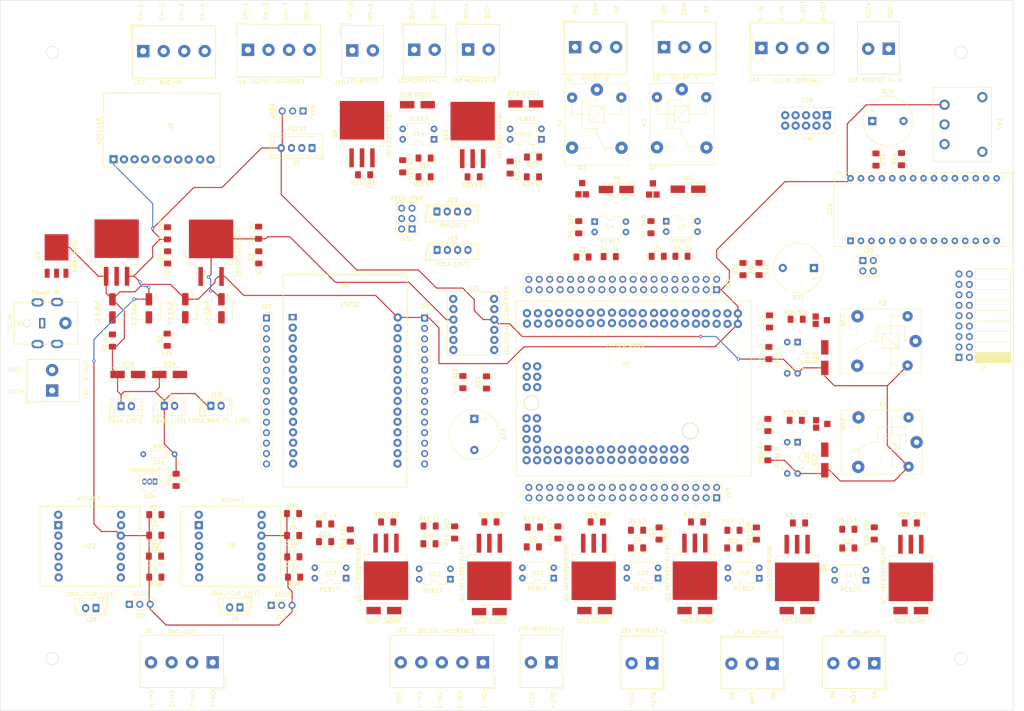
<source format=kicad_pcb>
(kicad_pcb (version 20171130) (host pcbnew "(5.1.5)-3")
  (title_block (title "Firs(hopefully last) PCB Design") (date 2021-03-10) (rev first) (company IOT-DAQ) (comment 1 SpeDERiKeVinSef))
  (layers (0 F.Cu signal) (31 B.Cu signal) (34 B.Paste user) (35 F.Paste user) (36 B.SilkS user) (37 F.SilkS user) (38 B.Mask user) (39 F.Mask user) (44 Edge.Cuts user))
  (net 0 "")
  (net 1 12V)
  (net 2 5V)
  (net 3 3.3V)
  (net 4 "Net-(D1-Pad2)")
  (net 5 IO_5)
  (net 6 "Net-(D2-Pad2)")
  (net 7 "Net-(D3-Pad2)")
  (net 8 "Net-(D4-Pad2)")
  (net 9 "Net-(D5-Pad2)")
  (net 10 IO_4)
  (net 11 "Net-(D6-Pad2)")
  (net 12 "Net-(D6-Pad1)")
  (net 13 "Net-(D7-Pad2)")
  (net 14 "Net-(D7-Pad1)")
  (net 15 "Net-(D8-Pad2)")
  (net 16 "Net-(D8-Pad1)")
  (net 17 "Net-(D9-Pad2)")
  (net 18 "Net-(D9-Pad1)")
  (net 19 "Net-(D10-Pad2)")
  (net 20 "Net-(D10-Pad1)")
  (net 21 "Net-(D11-Pad2)")
  (net 22 "Net-(D11-Pad1)")
  (net 23 "Net-(D12-Pad1)")
  (net 24 "Net-(D13-Pad1)")
  (net 25 "Net-(D14-Pad1)")
  (net 26 "Net-(D15-Pad1)")
  (net 27 "Net-(D16-Pad2)")
  (net 28 "Net-(D16-Pad1)")
  (net 29 "Net-(D17-Pad2)")
  (net 30 "Net-(D17-Pad1)")
  (net 31 "Net-(D18-Pad1)")
  (net 32 "Net-(D19-Pad1)")
  (net 33 "Net-(D20-Pad2)")
  (net 34 "Net-(D20-Pad1)")
  (net 35 "Net-(D21-Pad2)")
  (net 36 "Net-(D21-Pad1)")
  (net 37 "Net-(D22-Pad1)")
  (net 38 "Net-(D23-Pad1)")
  (net 39 "Net-(D24-Pad2)")
  (net 40 DOut2)
  (net 41 "Net-(D25-Pad2)")
  (net 42 DOut1)
  (net 43 "Net-(D26-Pad2)")
  (net 44 "Net-(D27-Pad2)")
  (net 45 "Net-(J1-Pad4)")
  (net 46 "Net-(J2-Pad3)")
  (net 47 "Net-(J2-Pad2)")
  (net 48 "Net-(J2-Pad1)")
  (net 49 "Net-(J3-Pad3)")
  (net 50 "Net-(J3-Pad2)")
  (net 51 "Net-(J3-Pad1)")
  (net 52 RX3)
  (net 53 TX3)
  (net 54 PWM5)
  (net 55 "Net-(J8-Pad2)")
  (net 56 "Net-(J8-Pad1)")
  (net 57 "Net-(J9-Pad2)")
  (net 58 "Net-(J9-Pad1)")
  (net 59 "Net-(J12-Pad2)")
  (net 60 "Net-(J13-Pad1)")
  (net 61 "Net-(J14-Pad4)")
  (net 62 "Net-(J14-Pad3)")
  (net 63 "Net-(J14-Pad2)")
  (net 64 "Net-(J14-Pad1)")
  (net 65 "Net-(J15-Pad2)")
  (net 66 "Net-(J17-Pad3)")
  (net 67 "Net-(J17-Pad4)")
  (net 68 "Net-(J17-Pad2)")
  (net 69 "Net-(J17-Pad1)")
  (net 70 "Net-(J19-Pad3)")
  (net 71 "Net-(J19-Pad2)")
  (net 72 "Net-(J19-Pad1)")
  (net 73 "Net-(J20-Pad3)")
  (net 74 "Net-(J20-Pad2)")
  (net 75 RX1)
  (net 76 TX1)
  (net 77 "Net-(J28-Pad2)")
  (net 78 "Net-(J28-Pad1)")
  (net 79 "Net-(J30-Pad2)")
  (net 80 PWM6)
  (net 81 "Net-(J36-Pad3)")
  (net 82 "Net-(J36-Pad2)")
  (net 83 "Net-(J36-Pad1)")
  (net 84 "Net-(J37-Pad3)")
  (net 85 "Net-(J37-Pad2)")
  (net 86 "Net-(J37-Pad1)")
  (net 87 "Net-(Q1-PadB)")
  (net 88 "Net-(Q2-PadB)")
  (net 89 SWITCH)
  (net 90 "Net-(Q11-PadB)")
  (net 91 "Net-(Q12-PadB)")
  (net 92 "Net-(R4-Pad1)")
  (net 93 "Net-(R5-Pad1)")
  (net 94 "Net-(R6-Pad1)")
  (net 95 "Net-(R7-Pad1)")
  (net 96 PWM1)
  (net 97 PWM2)
  (net 98 PWM3)
  (net 99 PWM4)
  (net 100 "Net-(R13-Pad1)")
  (net 101 "Net-(R14-Pad1)")
  (net 102 "Net-(R15-Pad1)")
  (net 103 "Net-(R16-Pad1)")
  (net 104 IO_6)
  (net 105 IO_7)
  (net 106 "Net-(R23-Pad1)")
  (net 107 "Net-(R25-Pad1)")
  (net 108 "Net-(R28-Pad1)")
  (net 109 "Net-(R30-Pad1)")
  (net 110 "Net-(R31-Pad1)")
  (net 111 "Net-(R33-Pad1)")
  (net 112 "Net-(R34-Pad1)")
  (net 113 "Net-(R35-Pad1)")
  (net 114 SCL)
  (net 115 SDA)
  (net 116 ALRT)
  (net 117 TX2)
  (net 118 RX2)
  (net 119 "Net-(U16-Pad6)")
  (net 120 "Net-(U21-Pad6)")
  (net 121 "Net-(U21-Pad7)")
  (net 122 "Net-(U21-Pad5)")
  (net 123 "Net-(U21-Pad8)")
  (net 124 "Net-(J8-Pad4)")
  (net 125 "Net-(J8-Pad3)")
  (net 126 "Net-(R40-Pad1)")
  (net 127 "Net-(D30-Pad2)")
  (net 128 "Net-(D32-Pad2)")
  (net 129 "Net-(Q3-Pad1)")
  (net 130 "Net-(Q4-Pad1)")
  (net 131 "Net-(Q5-Pad1)")
  (net 132 "Net-(Q6-Pad1)")
  (net 133 "Net-(Q7-Pad1)")
  (net 134 "Net-(Q8-Pad1)")
  (net 135 "Net-(Q9-Pad1)")
  (net 136 "Net-(Q10-Pad1)")
  (net 137 "Net-(BZ1-Pad2)")
  (net 138 ATMEGA_D13)
  (net 139 ATMEGA_GND)
  (net 140 ESP_D13)
  (net 141 "Net-(BZ4-Pad1)")
  (net 142 "Net-(D33-Pad2)")
  (net 143 D11)
  (net 144 A0)
  (net 145 A1)
  (net 146 A2)
  (net 147 A3)
  (net 148 A4)
  (net 149 A5)
  (net 150 A6)
  (net 151 A7)
  (net 152 D10)
  (net 153 D9)
  (net 154 D8)
  (net 155 D7)
  (net 156 D6)
  (net 157 D5)
  (net 158 D4)
  (net 159 D3)
  (net 160 D2)
  (net 161 ATMEGA_D2)
  (net 162 ATMEGA_D3)
  (net 163 ATMEGA_D26)
  (net 164 ATMEGA_D27)
  (net 165 ATMEGA_D28)
  (net 166 ATMEGA_D29)
  (net 167 ATMEGA_D25)
  (net 168 ATMEGA_D24)
  (net 169 ATMEGA_D23)
  (net 170 ATMEGA_D22)
  (net 171 ATMEGA_D12)
  (net 172 ATMEGA_D9)
  (net 173 ATMEGA_D4)
  (net 174 TX0)
  (net 175 RX0)
  (net 176 ATMEGA_RST)
  (net 177 ATMEGA_AREF)
  (net 178 ATMEGA_3V3)
  (net 179 ATMEGA_5V)
  (net 180 ATMEGA_D53)
  (net 181 ATMEGA_D52)
  (net 182 ATMEGA_D51)
  (net 183 ATMEGA_D50)
  (net 184 ATMEGA_D49)
  (net 185 ATMEGA_D48)
  (net 186 ATMEGA_D47)
  (net 187 ATMEGA_D46)
  (net 188 ATMEGA_D45)
  (net 189 ATMEGA_D44)
  (net 190 ATMEGA_D43)
  (net 191 ATMEGA_D42)
  (net 192 ATMEGA_D41)
  (net 193 ATMEGA_D40)
  (net 194 ATMEGA_D39)
  (net 195 ATMEGA_D38)
  (net 196 ATMEGA_D37)
  (net 197 ATMEGA_D36)
  (net 198 ATMEGA_D35)
  (net 199 ATMEGA_D34)
  (net 200 ATMEGA_D33)
  (net 201 ATMEGA_A15)
  (net 202 ATMEGA_A14)
  (net 203 ATMEGA_A13)
  (net 204 ATMEGA_A12)
  (net 205 ATMEGA_A11)
  (net 206 ATMEGA_A10)
  (net 207 ATMEGA_A9)
  (net 208 ATMEGA_A8)
  (net 209 ATMEGA_A7)
  (net 210 ATMEGA_A6)
  (net 211 ATMEGA_A5)
  (net 212 ATMEGA_A4)
  (net 213 ATMEGA_A3)
  (net 214 ATMEGA_A2)
  (net 215 ATMEGA_A1)
  (net 216 ATMEGA_A0)
  (net 217 ESP_EN)
  (net 218 ESP_VP)
  (net 219 ESP_VN)
  (net 220 ESP_D35)
  (net 221 ESP_D32)
  (net 222 ESP_D33)
  (net 223 ESP_D25)
  (net 224 ESP_D26)
  (net 225 ESP_D27)
  (net 226 ESP_D14)
  (net 227 ESP_D12)
  (net 228 ESP_D23)
  (net 229 ESP_D22)
  (net 230 ESP_TX0)
  (net 231 ESP_RX0)
  (net 232 ESP_D21)
  (net 233 ESP_D19)
  (net 234 ESP_D18)
  (net 235 ESP_D5)
  (net 236 ESP_TX2)
  (net 237 ESP_RX2)
  (net 238 ESP_D4)
  (net 239 ESP_D2)
  (net 240 ESP_D15)
  (net 241 ESP_3V3)
  (net 242 "Net-(J29-Pad4)")
  (net 243 "Net-(J29-Pad2)")
  (net 244 "Net-(R45-Pad2)")
  (net 245 "Net-(U25-Pad28)")
  (net 246 "Net-(U25-Pad27)")
  (net 247 "Net-(U25-Pad4)")
  (net 248 "Net-(U25-Pad3)")
  (net 249 "Net-(U25-Pad18)")
  (net 250 "Net-(U25-Pad17)")
  (net 251 ESP_D34)
  (module freetronics_footprints:MMBT2222L (layer F.Cu) (at 360.426 223.774 270)
    (fp_text reference Q12 (at -1.27 1.27 90) (layer F.SilkS))
    (fp_text value TRANSISTOR_NPN)
    (pad E smd rect (at -0.38 7.81 270) (size 1.524 1.524) (layers F.Cu F.Paste F.Mask) (net 139 ATMEGA_GND))
    (pad B smd rect (at -2.17 7.81 270) (size 1.524 1.524) (layers F.Cu F.Paste F.Mask) (net 91 "Net-(Q12-PadB)"))
    (pad C smd rect (at -1.27 5.08 270) (size 1.524 1.524) (layers F.Cu F.Paste F.Mask) (net 44 "Net-(D27-Pad2)"))
  )
  (module freetronics_footprints:MMBT2222L (layer F.Cu) (at 360.322 198.51 270)
    (fp_text reference Q11 (at -1.27 1.27 90) (layer F.SilkS))
    (fp_text value TRANSISTOR_NPN)
    (pad E smd rect (at -0.38 7.81 270) (size 1.524 1.524) (layers F.Cu F.Paste F.Mask) (net 139 ATMEGA_GND))
    (pad B smd rect (at -2.17 7.81 270) (size 1.524 1.524) (layers F.Cu F.Paste F.Mask) (net 90 "Net-(Q11-PadB)"))
    (pad C smd rect (at -1.27 5.08 270) (size 1.524 1.524) (layers F.Cu F.Paste F.Mask) (net 43 "Net-(D26-Pad2)"))
  )
  (module freetronics_footprints:MMBT2222L (layer F.Cu) (at 314.148 158.812)
    (fp_text reference Q2 (at -1.27 1.27) (layer F.SilkS))
    (fp_text value TRANSISTOR_NPN)
    (pad E smd rect (at -0.38 7.81) (size 1.524 1.524) (layers F.Cu F.Paste F.Mask) (net 139 ATMEGA_GND))
    (pad B smd rect (at -2.17 7.81) (size 1.524 1.524) (layers F.Cu F.Paste F.Mask) (net 88 "Net-(Q2-PadB)"))
    (pad C smd rect (at -1.27 5.08) (size 1.524 1.524) (layers F.Cu F.Paste F.Mask) (net 13 "Net-(D7-Pad2)"))
  )
  (module freetronics_footprints:MMBT2222L (layer F.Cu) (at 296.938 158.752)
    (fp_text reference Q1 (at -1.27 1.27) (layer F.SilkS))
    (fp_text value TRANSISTOR_NPN)
    (pad E smd rect (at -0.38 7.81) (size 1.524 1.524) (layers F.Cu F.Paste F.Mask) (net 139 ATMEGA_GND))
    (pad B smd rect (at -2.17 7.81) (size 1.524 1.524) (layers F.Cu F.Paste F.Mask) (net 87 "Net-(Q1-PadB)"))
    (pad C smd rect (at -1.27 5.08) (size 1.524 1.524) (layers F.Cu F.Paste F.Mask) (net 11 "Net-(D6-Pad2)"))
  )
  (module Package_TO_SOT_SMD:TO-263-3_TabPin2 (layer F.Cu) (at 182.325 180.75 90)
    (fp_text reference U2 (at 0 -6.65 90) (layer F.SilkS))
    (fp_text value SPX29300)
    (pad 2 smd rect (at 3.375 0 90) (size 9.4 10.8) (layers F.Cu F.Mask) (net 139 ATMEGA_GND))
    (pad 3 smd rect (at -5.775 2.54 90) (size 4.6 1.1) (layers F.Cu F.Paste F.Mask) (net 2 5V))
    (pad 2 smd rect (at -5.775 0 90) (size 4.6 1.1) (layers F.Cu F.Paste F.Mask) (net 139 ATMEGA_GND))
    (pad 1 smd rect (at -5.775 -2.54 90) (size 4.6 1.1) (layers F.Cu F.Paste F.Mask) (net 1 12V))
  )
  (module Package_TO_SOT_SMD:TO-263-2 (layer F.Cu) (at 205.325 180.8 90)
    (fp_text reference U1 (at 0 -6.65 90) (layer F.SilkS))
    (fp_text value LD1085D2T33TR (at 0 6.65 90) (layer F.SilkS))
    (pad 2 smd rect (at 3.375 0 90) (size 9.4 10.8) (layers F.Cu F.Mask) (net 3 3.3V))
    (pad 3 smd rect (at -5.775 2.54 90) (size 4.6 1.1) (layers F.Cu F.Paste F.Mask) (net 1 12V))
    (pad 1 smd rect (at -5.775 -2.54 90) (size 4.6 1.1) (layers F.Cu F.Paste F.Mask) (net 139 ATMEGA_GND))
  )
  (module Connector_PinSocket_2.54mm:PinSocket_2x19_P2.54mm_Vertical (layer F.Cu) (at 328.4 240.5 270)
    (fp_text reference J25 (at -1.27 -2.77 90) (layer F.SilkS))
    (fp_text value ATMEGA2560_pinheaders)
    (pad 38 thru_hole oval (at -2.54 45.72 270) (size 1.7 1.7) (drill 1) (layers *.Cu *.Mask) (net 180 ATMEGA_D53))
    (pad 37 thru_hole oval (at 0 45.72 270) (size 1.7 1.7) (drill 1) (layers *.Cu *.Mask) (net 181 ATMEGA_D52))
    (pad 36 thru_hole oval (at -2.54 43.18 270) (size 1.7 1.7) (drill 1) (layers *.Cu *.Mask) (net 182 ATMEGA_D51))
    (pad 35 thru_hole oval (at 0 43.18 270) (size 1.7 1.7) (drill 1) (layers *.Cu *.Mask) (net 183 ATMEGA_D50))
    (pad 34 thru_hole oval (at -2.54 40.64 270) (size 1.7 1.7) (drill 1) (layers *.Cu *.Mask) (net 184 ATMEGA_D49))
    (pad 33 thru_hole oval (at 0 40.64 270) (size 1.7 1.7) (drill 1) (layers *.Cu *.Mask) (net 185 ATMEGA_D48))
    (pad 32 thru_hole oval (at -2.54 38.1 270) (size 1.7 1.7) (drill 1) (layers *.Cu *.Mask) (net 186 ATMEGA_D47))
    (pad 31 thru_hole oval (at 0 38.1 270) (size 1.7 1.7) (drill 1) (layers *.Cu *.Mask) (net 187 ATMEGA_D46))
    (pad 30 thru_hole oval (at -2.54 35.56 270) (size 1.7 1.7) (drill 1) (layers *.Cu *.Mask) (net 188 ATMEGA_D45))
    (pad 29 thru_hole oval (at 0 35.56 270) (size 1.7 1.7) (drill 1) (layers *.Cu *.Mask) (net 189 ATMEGA_D44))
    (pad 28 thru_hole oval (at -2.54 33.02 270) (size 1.7 1.7) (drill 1) (layers *.Cu *.Mask) (net 190 ATMEGA_D43))
    (pad 27 thru_hole oval (at 0 33.02 270) (size 1.7 1.7) (drill 1) (layers *.Cu *.Mask) (net 191 ATMEGA_D42))
    (pad 26 thru_hole oval (at -2.54 30.48 270) (size 1.7 1.7) (drill 1) (layers *.Cu *.Mask) (net 192 ATMEGA_D41))
    (pad 25 thru_hole oval (at 0 30.48 270) (size 1.7 1.7) (drill 1) (layers *.Cu *.Mask) (net 193 ATMEGA_D40))
    (pad 24 thru_hole oval (at -2.54 27.94 270) (size 1.7 1.7) (drill 1) (layers *.Cu *.Mask) (net 194 ATMEGA_D39))
    (pad 23 thru_hole oval (at 0 27.94 270) (size 1.7 1.7) (drill 1) (layers *.Cu *.Mask) (net 195 ATMEGA_D38))
    (pad 22 thru_hole oval (at -2.54 25.4 270) (size 1.7 1.7) (drill 1) (layers *.Cu *.Mask) (net 196 ATMEGA_D37))
    (pad 21 thru_hole oval (at 0 25.4 270) (size 1.7 1.7) (drill 1) (layers *.Cu *.Mask) (net 197 ATMEGA_D36))
    (pad 20 thru_hole oval (at -2.54 22.86 270) (size 1.7 1.7) (drill 1) (layers *.Cu *.Mask) (net 198 ATMEGA_D35))
    (pad 19 thru_hole oval (at 0 22.86 270) (size 1.7 1.7) (drill 1) (layers *.Cu *.Mask) (net 199 ATMEGA_D34))
    (pad 18 thru_hole oval (at -2.54 20.32 270) (size 1.7 1.7) (drill 1) (layers *.Cu *.Mask) (net 200 ATMEGA_D33))
    (pad 17 thru_hole oval (at 0 20.32 270) (size 1.7 1.7) (drill 1) (layers *.Cu *.Mask) (net 116 ALRT))
    (pad 16 thru_hole oval (at -2.54 17.78 270) (size 1.7 1.7) (drill 1) (layers *.Cu *.Mask) (net 201 ATMEGA_A15))
    (pad 15 thru_hole oval (at 0 17.78 270) (size 1.7 1.7) (drill 1) (layers *.Cu *.Mask) (net 202 ATMEGA_A14))
    (pad 14 thru_hole oval (at -2.54 15.24 270) (size 1.7 1.7) (drill 1) (layers *.Cu *.Mask) (net 203 ATMEGA_A13))
    (pad 13 thru_hole oval (at 0 15.24 270) (size 1.7 1.7) (drill 1) (layers *.Cu *.Mask) (net 204 ATMEGA_A12))
    (pad 12 thru_hole oval (at -2.54 12.7 270) (size 1.7 1.7) (drill 1) (layers *.Cu *.Mask) (net 205 ATMEGA_A11))
    (pad 11 thru_hole oval (at 0 12.7 270) (size 1.7 1.7) (drill 1) (layers *.Cu *.Mask) (net 206 ATMEGA_A10))
    (pad 10 thru_hole oval (at -2.54 10.16 270) (size 1.7 1.7) (drill 1) (layers *.Cu *.Mask) (net 207 ATMEGA_A9))
    (pad 9 thru_hole oval (at 0 10.16 270) (size 1.7 1.7) (drill 1) (layers *.Cu *.Mask) (net 208 ATMEGA_A8))
    (pad 8 thru_hole oval (at -2.54 7.62 270) (size 1.7 1.7) (drill 1) (layers *.Cu *.Mask) (net 209 ATMEGA_A7))
    (pad 7 thru_hole oval (at 0 7.62 270) (size 1.7 1.7) (drill 1) (layers *.Cu *.Mask) (net 210 ATMEGA_A6))
    (pad 6 thru_hole oval (at -2.54 5.08 270) (size 1.7 1.7) (drill 1) (layers *.Cu *.Mask) (net 211 ATMEGA_A5))
    (pad 5 thru_hole oval (at 0 5.08 270) (size 1.7 1.7) (drill 1) (layers *.Cu *.Mask) (net 212 ATMEGA_A4))
    (pad 4 thru_hole oval (at -2.54 2.54 270) (size 1.7 1.7) (drill 1) (layers *.Cu *.Mask) (net 213 ATMEGA_A3))
    (pad 3 thru_hole oval (at 0 2.54 270) (size 1.7 1.7) (drill 1) (layers *.Cu *.Mask) (net 214 ATMEGA_A2))
    (pad 2 thru_hole oval (at -2.54 0 270) (size 1.7 1.7) (drill 1) (layers *.Cu *.Mask) (net 215 ATMEGA_A1))
    (pad 1 thru_hole rect (at 0 0 270) (size 1.7 1.7) (drill 1) (layers *.Cu *.Mask) (net 216 ATMEGA_A0))
  )
  (module Connector_PinSocket_2.54mm:PinSocket_2x19_P2.54mm_Vertical (layer F.Cu) (at 328.4 189.8 270)
    (fp_text reference J23 (at -1.27 -2.77 90) (layer F.SilkS))
    (fp_text value ATMEGA_pinheaders)
    (pad 38 thru_hole oval (at -2.54 45.72 270) (size 1.7 1.7) (drill 1) (layers *.Cu *.Mask) (net 40 DOut2))
    (pad 37 thru_hole oval (at 0 45.72 270) (size 1.7 1.7) (drill 1) (layers *.Cu *.Mask) (net 42 DOut1))
    (pad 36 thru_hole oval (at -2.54 43.18 270) (size 1.7 1.7) (drill 1) (layers *.Cu *.Mask) (net 166 ATMEGA_D29))
    (pad 35 thru_hole oval (at 0 43.18 270) (size 1.7 1.7) (drill 1) (layers *.Cu *.Mask) (net 165 ATMEGA_D28))
    (pad 34 thru_hole oval (at -2.54 40.64 270) (size 1.7 1.7) (drill 1) (layers *.Cu *.Mask) (net 164 ATMEGA_D27))
    (pad 33 thru_hole oval (at 0 40.64 270) (size 1.7 1.7) (drill 1) (layers *.Cu *.Mask) (net 163 ATMEGA_D26))
    (pad 32 thru_hole oval (at -2.54 38.1 270) (size 1.7 1.7) (drill 1) (layers *.Cu *.Mask) (net 167 ATMEGA_D25))
    (pad 31 thru_hole oval (at 0 38.1 270) (size 1.7 1.7) (drill 1) (layers *.Cu *.Mask) (net 168 ATMEGA_D24))
    (pad 30 thru_hole oval (at -2.54 35.56 270) (size 1.7 1.7) (drill 1) (layers *.Cu *.Mask) (net 169 ATMEGA_D23))
    (pad 29 thru_hole oval (at 0 35.56 270) (size 1.7 1.7) (drill 1) (layers *.Cu *.Mask) (net 170 ATMEGA_D22))
    (pad 28 thru_hole oval (at -2.54 33.02 270) (size 1.7 1.7) (drill 1) (layers *.Cu *.Mask) (net 114 SCL))
    (pad 27 thru_hole oval (at 0 33.02 270) (size 1.7 1.7) (drill 1) (layers *.Cu *.Mask) (net 115 SDA))
    (pad 26 thru_hole oval (at -2.54 30.48 270) (size 1.7 1.7) (drill 1) (layers *.Cu *.Mask) (net 76 TX1))
    (pad 25 thru_hole oval (at 0 30.48 270) (size 1.7 1.7) (drill 1) (layers *.Cu *.Mask) (net 75 RX1))
    (pad 24 thru_hole oval (at -2.54 27.94 270) (size 1.7 1.7) (drill 1) (layers *.Cu *.Mask) (net 117 TX2))
    (pad 23 thru_hole oval (at 0 27.94 270) (size 1.7 1.7) (drill 1) (layers *.Cu *.Mask) (net 118 RX2))
    (pad 22 thru_hole oval (at -2.54 25.4 270) (size 1.7 1.7) (drill 1) (layers *.Cu *.Mask) (net 53 TX3))
    (pad 21 thru_hole oval (at 0 25.4 270) (size 1.7 1.7) (drill 1) (layers *.Cu *.Mask) (net 52 RX3))
    (pad 20 thru_hole oval (at -2.54 22.86 270) (size 1.7 1.7) (drill 1) (layers *.Cu *.Mask) (net 138 ATMEGA_D13))
    (pad 19 thru_hole oval (at 0 22.86 270) (size 1.7 1.7) (drill 1) (layers *.Cu *.Mask) (net 171 ATMEGA_D12))
    (pad 18 thru_hole oval (at -2.54 20.32 270) (size 1.7 1.7) (drill 1) (layers *.Cu *.Mask) (net 80 PWM6))
    (pad 17 thru_hole oval (at 0 20.32 270) (size 1.7 1.7) (drill 1) (layers *.Cu *.Mask) (net 54 PWM5))
    (pad 16 thru_hole oval (at -2.54 17.78 270) (size 1.7 1.7) (drill 1) (layers *.Cu *.Mask) (net 172 ATMEGA_D9))
    (pad 15 thru_hole oval (at 0 17.78 270) (size 1.7 1.7) (drill 1) (layers *.Cu *.Mask) (net 99 PWM4))
    (pad 14 thru_hole oval (at -2.54 15.24 270) (size 1.7 1.7) (drill 1) (layers *.Cu *.Mask) (net 98 PWM3))
    (pad 13 thru_hole oval (at 0 15.24 270) (size 1.7 1.7) (drill 1) (layers *.Cu *.Mask) (net 97 PWM2))
    (pad 12 thru_hole oval (at -2.54 12.7 270) (size 1.7 1.7) (drill 1) (layers *.Cu *.Mask) (net 96 PWM1))
    (pad 11 thru_hole oval (at 0 12.7 270) (size 1.7 1.7) (drill 1) (layers *.Cu *.Mask) (net 173 ATMEGA_D4))
    (pad 10 thru_hole oval (at -2.54 10.16 270) (size 1.7 1.7) (drill 1) (layers *.Cu *.Mask) (net 162 ATMEGA_D3))
    (pad 9 thru_hole oval (at 0 10.16 270) (size 1.7 1.7) (drill 1) (layers *.Cu *.Mask) (net 161 ATMEGA_D2))
    (pad 8 thru_hole oval (at -2.54 7.62 270) (size 1.7 1.7) (drill 1) (layers *.Cu *.Mask) (net 174 TX0))
    (pad 7 thru_hole oval (at 0 7.62 270) (size 1.7 1.7) (drill 1) (layers *.Cu *.Mask) (net 175 RX0))
    (pad 6 thru_hole oval (at -2.54 5.08 270) (size 1.7 1.7) (drill 1) (layers *.Cu *.Mask) (net 176 ATMEGA_RST))
    (pad 5 thru_hole oval (at 0 5.08 270) (size 1.7 1.7) (drill 1) (layers *.Cu *.Mask) (net 177 ATMEGA_AREF))
    (pad 4 thru_hole oval (at -2.54 2.54 270) (size 1.7 1.7) (drill 1) (layers *.Cu *.Mask) (net 178 ATMEGA_3V3))
    (pad 3 thru_hole oval (at 0 2.54 270) (size 1.7 1.7) (drill 1) (layers *.Cu *.Mask) (net 179 ATMEGA_5V))
    (pad 2 thru_hole oval (at -2.54 0 270) (size 1.7 1.7) (drill 1) (layers *.Cu *.Mask) (net 139 ATMEGA_GND))
    (pad 1 thru_hole rect (at 0 0 270) (size 1.7 1.7) (drill 1) (layers *.Cu *.Mask) (net 1 12V))
  )
  (module Module:Arduino_Nano (layer F.Cu) (at 361 177.9 90)
    (fp_text reference U25 (at 7.62 -5.08 90) (layer F.SilkS))
    (fp_text value ArduinoNANO)
    (pad 16 thru_hole oval (at 15.24 35.56 90) (size 1.6 1.6) (drill 0.8) (layers *.Cu *.Mask) (net 141 "Net-(BZ4-Pad1)"))
    (pad 15 thru_hole oval (at 0 35.56 90) (size 1.6 1.6) (drill 0.8) (layers *.Cu *.Mask) (net 244 "Net-(R45-Pad2)"))
    (pad 30 thru_hole oval (at 15.24 0 90) (size 1.6 1.6) (drill 0.8) (layers *.Cu *.Mask) (net 1 12V))
    (pad 14 thru_hole oval (at 0 33.02 90) (size 1.6 1.6) (drill 0.8) (layers *.Cu *.Mask) (net 143 D11))
    (pad 29 thru_hole oval (at 15.24 2.54 90) (size 1.6 1.6) (drill 0.8) (layers *.Cu *.Mask) (net 139 ATMEGA_GND))
    (pad 13 thru_hole oval (at 0 30.48 90) (size 1.6 1.6) (drill 0.8) (layers *.Cu *.Mask) (net 152 D10))
    (pad 28 thru_hole oval (at 15.24 5.08 90) (size 1.6 1.6) (drill 0.8) (layers *.Cu *.Mask) (net 245 "Net-(U25-Pad28)"))
    (pad 12 thru_hole oval (at 0 27.94 90) (size 1.6 1.6) (drill 0.8) (layers *.Cu *.Mask) (net 153 D9))
    (pad 27 thru_hole oval (at 15.24 7.62 90) (size 1.6 1.6) (drill 0.8) (layers *.Cu *.Mask) (net 246 "Net-(U25-Pad27)"))
    (pad 11 thru_hole oval (at 0 25.4 90) (size 1.6 1.6) (drill 0.8) (layers *.Cu *.Mask) (net 154 D8))
    (pad 26 thru_hole oval (at 15.24 10.16 90) (size 1.6 1.6) (drill 0.8) (layers *.Cu *.Mask) (net 151 A7))
    (pad 10 thru_hole oval (at 0 22.86 90) (size 1.6 1.6) (drill 0.8) (layers *.Cu *.Mask) (net 155 D7))
    (pad 25 thru_hole oval (at 15.24 12.7 90) (size 1.6 1.6) (drill 0.8) (layers *.Cu *.Mask) (net 150 A6))
    (pad 9 thru_hole oval (at 0 20.32 90) (size 1.6 1.6) (drill 0.8) (layers *.Cu *.Mask) (net 156 D6))
    (pad 24 thru_hole oval (at 15.24 15.24 90) (size 1.6 1.6) (drill 0.8) (layers *.Cu *.Mask) (net 149 A5))
    (pad 8 thru_hole oval (at 0 17.78 90) (size 1.6 1.6) (drill 0.8) (layers *.Cu *.Mask) (net 157 D5))
    (pad 23 thru_hole oval (at 15.24 17.78 90) (size 1.6 1.6) (drill 0.8) (layers *.Cu *.Mask) (net 148 A4))
    (pad 7 thru_hole oval (at 0 15.24 90) (size 1.6 1.6) (drill 0.8) (layers *.Cu *.Mask) (net 158 D4))
    (pad 22 thru_hole oval (at 15.24 20.32 90) (size 1.6 1.6) (drill 0.8) (layers *.Cu *.Mask) (net 147 A3))
    (pad 6 thru_hole oval (at 0 12.7 90) (size 1.6 1.6) (drill 0.8) (layers *.Cu *.Mask) (net 159 D3))
    (pad 21 thru_hole oval (at 15.24 22.86 90) (size 1.6 1.6) (drill 0.8) (layers *.Cu *.Mask) (net 146 A2))
    (pad 5 thru_hole oval (at 0 10.16 90) (size 1.6 1.6) (drill 0.8) (layers *.Cu *.Mask) (net 160 D2))
    (pad 20 thru_hole oval (at 15.24 25.4 90) (size 1.6 1.6) (drill 0.8) (layers *.Cu *.Mask) (net 145 A1))
    (pad 4 thru_hole oval (at 0 7.62 90) (size 1.6 1.6) (drill 0.8) (layers *.Cu *.Mask) (net 247 "Net-(U25-Pad4)"))
    (pad 19 thru_hole oval (at 15.24 27.94 90) (size 1.6 1.6) (drill 0.8) (layers *.Cu *.Mask) (net 144 A0))
    (pad 3 thru_hole oval (at 0 5.08 90) (size 1.6 1.6) (drill 0.8) (layers *.Cu *.Mask) (net 248 "Net-(U25-Pad3)"))
    (pad 18 thru_hole oval (at 15.24 30.48 90) (size 1.6 1.6) (drill 0.8) (layers *.Cu *.Mask) (net 249 "Net-(U25-Pad18)"))
    (pad 2 thru_hole oval (at 0 2.54 90) (size 1.6 1.6) (drill 0.8) (layers *.Cu *.Mask) (net 243 "Net-(J29-Pad2)"))
    (pad 17 thru_hole oval (at 15.24 33.02 90) (size 1.6 1.6) (drill 0.8) (layers *.Cu *.Mask) (net 250 "Net-(U25-Pad17)"))
    (pad 1 thru_hole rect (at 0 0 90) (size 1.6 1.6) (drill 0.8) (layers *.Cu *.Mask) (net 242 "Net-(J29-Pad4)"))
  )
  (module Resistor_SMD:R_1206_3216Metric_Pad1.42x1.75mm_HandSolder (layer F.Cu) (at 373.4 157.9875 90)
    (fp_text reference R45 (at 0 -1.82 90) (layer F.SilkS))
    (fp_text value 330)
    (pad 2 smd roundrect (at 1.4875 0 90) (size 1.425 1.75) (layers F.Cu F.Paste F.Mask) (roundrect_rratio 0.175439) (net 244 "Net-(R45-Pad2)"))
    (pad 1 smd roundrect (at -1.4875 0 90) (size 1.425 1.75) (layers F.Cu F.Paste F.Mask) (roundrect_rratio 0.175439) (net 142 "Net-(D33-Pad2)"))
  )
  (module Connector_PinHeader_2.54mm:PinHeader_2x02_P2.54mm_Vertical (layer F.Cu) (at 364 182.7)
    (fp_text reference J29 (at 1.27 -2.33) (layer F.SilkS))
    (fp_text value PROG)
    (pad 4 thru_hole oval (at 2.54 2.54) (size 1.7 1.7) (drill 1) (layers *.Cu *.Mask) (net 242 "Net-(J29-Pad4)"))
    (pad 3 thru_hole oval (at 0 2.54) (size 1.7 1.7) (drill 1) (layers *.Cu *.Mask) (net 175 RX0))
    (pad 2 thru_hole oval (at 2.54 0) (size 1.7 1.7) (drill 1) (layers *.Cu *.Mask) (net 243 "Net-(J29-Pad2)"))
    (pad 1 thru_hole rect (at 0 0) (size 1.7 1.7) (drill 1) (layers *.Cu *.Mask) (net 174 TX0))
  )
  (module Connector_PinSocket_2.54mm:PinSocket_1x15_P2.54mm_Vertical (layer F.Cu) (at 218.8 196.7)
    (fp_text reference J27 (at 0 -2.77) (layer F.SilkS))
    (fp_text value ESP32_RIGHtpinheaders)
    (pad 15 thru_hole oval (at 0 35.56) (size 1.7 1.7) (drill 1) (layers *.Cu *.Mask) (net 228 ESP_D23))
    (pad 14 thru_hole oval (at 0 33.02) (size 1.7 1.7) (drill 1) (layers *.Cu *.Mask) (net 229 ESP_D22))
    (pad 13 thru_hole oval (at 0 30.48) (size 1.7 1.7) (drill 1) (layers *.Cu *.Mask) (net 230 ESP_TX0))
    (pad 12 thru_hole oval (at 0 27.94) (size 1.7 1.7) (drill 1) (layers *.Cu *.Mask) (net 231 ESP_RX0))
    (pad 11 thru_hole oval (at 0 25.4) (size 1.7 1.7) (drill 1) (layers *.Cu *.Mask) (net 232 ESP_D21))
    (pad 10 thru_hole oval (at 0 22.86) (size 1.7 1.7) (drill 1) (layers *.Cu *.Mask) (net 233 ESP_D19))
    (pad 9 thru_hole oval (at 0 20.32) (size 1.7 1.7) (drill 1) (layers *.Cu *.Mask) (net 234 ESP_D18))
    (pad 8 thru_hole oval (at 0 17.78) (size 1.7 1.7) (drill 1) (layers *.Cu *.Mask) (net 235 ESP_D5))
    (pad 7 thru_hole oval (at 0 15.24) (size 1.7 1.7) (drill 1) (layers *.Cu *.Mask) (net 236 ESP_TX2))
    (pad 6 thru_hole oval (at 0 12.7) (size 1.7 1.7) (drill 1) (layers *.Cu *.Mask) (net 237 ESP_RX2))
    (pad 5 thru_hole oval (at 0 10.16) (size 1.7 1.7) (drill 1) (layers *.Cu *.Mask) (net 238 ESP_D4))
    (pad 4 thru_hole oval (at 0 7.62) (size 1.7 1.7) (drill 1) (layers *.Cu *.Mask) (net 239 ESP_D2))
    (pad 3 thru_hole oval (at 0 5.08) (size 1.7 1.7) (drill 1) (layers *.Cu *.Mask) (net 240 ESP_D15))
    (pad 2 thru_hole oval (at 0 2.54) (size 1.7 1.7) (drill 1) (layers *.Cu *.Mask) (net 139 ATMEGA_GND))
    (pad 1 thru_hole rect (at 0 0) (size 1.7 1.7) (drill 1) (layers *.Cu *.Mask) (net 241 ESP_3V3))
  )
  (module Connector_PinSocket_2.54mm:PinSocket_1x15_P2.54mm_Vertical (layer F.Cu) (at 257.3 196.7)
    (fp_text reference J26 (at 0 -2.77) (layer F.SilkS))
    (fp_text value ESP32_LEFTpinheaders)
    (pad 15 thru_hole oval (at 0 35.56) (size 1.7 1.7) (drill 1) (layers *.Cu *.Mask) (net 217 ESP_EN))
    (pad 14 thru_hole oval (at 0 33.02) (size 1.7 1.7) (drill 1) (layers *.Cu *.Mask) (net 218 ESP_VP))
    (pad 13 thru_hole oval (at 0 30.48) (size 1.7 1.7) (drill 1) (layers *.Cu *.Mask) (net 219 ESP_VN))
    (pad 12 thru_hole oval (at 0 27.94) (size 1.7 1.7) (drill 1) (layers *.Cu *.Mask) (net 251 ESP_D34))
    (pad 11 thru_hole oval (at 0 25.4) (size 1.7 1.7) (drill 1) (layers *.Cu *.Mask) (net 220 ESP_D35))
    (pad 10 thru_hole oval (at 0 22.86) (size 1.7 1.7) (drill 1) (layers *.Cu *.Mask) (net 221 ESP_D32))
    (pad 9 thru_hole oval (at 0 20.32) (size 1.7 1.7) (drill 1) (layers *.Cu *.Mask) (net 222 ESP_D33))
    (pad 8 thru_hole oval (at 0 17.78) (size 1.7 1.7) (drill 1) (layers *.Cu *.Mask) (net 223 ESP_D25))
    (pad 7 thru_hole oval (at 0 15.24) (size 1.7 1.7) (drill 1) (layers *.Cu *.Mask) (net 224 ESP_D26))
    (pad 6 thru_hole oval (at 0 12.7) (size 1.7 1.7) (drill 1) (layers *.Cu *.Mask) (net 225 ESP_D27))
    (pad 5 thru_hole oval (at 0 10.16) (size 1.7 1.7) (drill 1) (layers *.Cu *.Mask) (net 226 ESP_D14))
    (pad 4 thru_hole oval (at 0 7.62) (size 1.7 1.7) (drill 1) (layers *.Cu *.Mask) (net 227 ESP_D12))
    (pad 3 thru_hole oval (at 0 5.08) (size 1.7 1.7) (drill 1) (layers *.Cu *.Mask) (net 140 ESP_D13))
    (pad 2 thru_hole oval (at 0 2.54) (size 1.7 1.7) (drill 1) (layers *.Cu *.Mask) (net 139 ATMEGA_GND))
    (pad 1 thru_hole rect (at 0 0) (size 1.7 1.7) (drill 1) (layers *.Cu *.Mask) (net 1 12V))
  )
  (module Connector_PinSocket_2.54mm:PinSocket_2x09_P2.54mm_Horizontal (layer F.Cu) (at 387.4 206.3 180)
    (fp_text reference J7 (at -5.65 -2.77) (layer F.SilkS))
    (fp_text value ARDUINO_NANO_pinheaders)
    (pad 18 thru_hole oval (at -2.54 20.32 180) (size 1.7 1.7) (drill 1) (layers *.Cu *.Mask) (net 143 D11))
    (pad 17 thru_hole oval (at 0 20.32 180) (size 1.7 1.7) (drill 1) (layers *.Cu *.Mask) (net 144 A0))
    (pad 16 thru_hole oval (at -2.54 17.78 180) (size 1.7 1.7) (drill 1) (layers *.Cu *.Mask) (net 145 A1))
    (pad 15 thru_hole oval (at 0 17.78 180) (size 1.7 1.7) (drill 1) (layers *.Cu *.Mask) (net 146 A2))
    (pad 14 thru_hole oval (at -2.54 15.24 180) (size 1.7 1.7) (drill 1) (layers *.Cu *.Mask) (net 147 A3))
    (pad 13 thru_hole oval (at 0 15.24 180) (size 1.7 1.7) (drill 1) (layers *.Cu *.Mask) (net 148 A4))
    (pad 12 thru_hole oval (at -2.54 12.7 180) (size 1.7 1.7) (drill 1) (layers *.Cu *.Mask) (net 149 A5))
    (pad 11 thru_hole oval (at 0 12.7 180) (size 1.7 1.7) (drill 1) (layers *.Cu *.Mask) (net 150 A6))
    (pad 10 thru_hole oval (at -2.54 10.16 180) (size 1.7 1.7) (drill 1) (layers *.Cu *.Mask) (net 151 A7))
    (pad 9 thru_hole oval (at 0 10.16 180) (size 1.7 1.7) (drill 1) (layers *.Cu *.Mask) (net 152 D10))
    (pad 8 thru_hole oval (at -2.54 7.62 180) (size 1.7 1.7) (drill 1) (layers *.Cu *.Mask) (net 153 D9))
    (pad 7 thru_hole oval (at 0 7.62 180) (size 1.7 1.7) (drill 1) (layers *.Cu *.Mask) (net 154 D8))
    (pad 6 thru_hole oval (at -2.54 5.08 180) (size 1.7 1.7) (drill 1) (layers *.Cu *.Mask) (net 155 D7))
    (pad 5 thru_hole oval (at 0 5.08 180) (size 1.7 1.7) (drill 1) (layers *.Cu *.Mask) (net 156 D6))
    (pad 4 thru_hole oval (at -2.54 2.54 180) (size 1.7 1.7) (drill 1) (layers *.Cu *.Mask) (net 157 D5))
    (pad 3 thru_hole oval (at 0 2.54 180) (size 1.7 1.7) (drill 1) (layers *.Cu *.Mask) (net 158 D4))
    (pad 2 thru_hole oval (at -2.54 0 180) (size 1.7 1.7) (drill 1) (layers *.Cu *.Mask) (net 159 D3))
    (pad 1 thru_hole rect (at 0 0 180) (size 1.7 1.7) (drill 1) (layers *.Cu *.Mask) (net 160 D2))
  )
  (module Diode_SMD:D_1206_3216Metric_Pad1.42x1.75mm_HandSolder (layer F.Cu) (at 367.2 158.0875 270)
    (fp_text reference D33 (at 0 -1.82 90) (layer F.SilkS))
    (fp_text value LED)
    (pad 2 smd roundrect (at 1.4875 0 270) (size 1.425 1.75) (layers F.Cu F.Paste F.Mask) (roundrect_rratio 0.175439) (net 142 "Net-(D33-Pad2)"))
    (pad 1 smd roundrect (at -1.4875 0 270) (size 1.425 1.75) (layers F.Cu F.Paste F.Mask) (roundrect_rratio 0.175439) (net 139 ATMEGA_GND))
  )
  (module Buzzer_Beeper:Buzzer_12x9.5RM7.6 (layer F.Cu) (at 366.3 148.7)
    (fp_text reference BZ4 (at 3.8 -7.2) (layer F.SilkS))
    (fp_text value Buzzer)
    (fp_text user + (at -0.01 -2.54) (layer F.SilkS))
    (pad 2 thru_hole circle (at 7.6 0) (size 2 2) (drill 1) (layers *.Cu *.Mask) (net 139 ATMEGA_GND))
    (pad 1 thru_hole rect (at 0 0) (size 2 2) (drill 1) (layers *.Cu *.Mask) (net 141 "Net-(BZ4-Pad1)"))
  )
  (module Package_TO_SOT_SMD:TO-263-3_TabPin2 (layer F.Cu) (at 269.005 152.104 90)
    (fp_text reference Q10 (at 0 -6.65 90) (layer F.SilkS))
    (fp_text value IRF530STRLPBF (at 0 6.65 90) (layer F.SilkS))
    (pad 2 smd rect (at 3.375 0 90) (size 9.4 10.8) (layers F.Cu F.Mask) (net 32 "Net-(D19-Pad1)"))
    (pad 3 smd rect (at -5.775 2.54 90) (size 4.6 1.1) (layers F.Cu F.Paste F.Mask) (net 89 SWITCH))
    (pad 2 smd rect (at -5.775 0 90) (size 4.6 1.1) (layers F.Cu F.Paste F.Mask) (net 32 "Net-(D19-Pad1)"))
    (pad 1 smd rect (at -5.775 -2.54 90) (size 4.6 1.1) (layers F.Cu F.Paste F.Mask) (net 136 "Net-(Q10-Pad1)"))
  )
  (module Package_TO_SOT_SMD:TO-263-3_TabPin2 (layer F.Cu) (at 242.062 151.892 90)
    (fp_text reference Q9 (at 0 -6.65 90) (layer F.SilkS))
    (fp_text value IRF530STRLPBF (at 0 6.65 90) (layer F.SilkS))
    (pad 2 smd rect (at 3.375 0 90) (size 9.4 10.8) (layers F.Cu F.Mask) (net 31 "Net-(D18-Pad1)"))
    (pad 3 smd rect (at -5.775 2.54 90) (size 4.6 1.1) (layers F.Cu F.Paste F.Mask) (net 89 SWITCH))
    (pad 2 smd rect (at -5.775 0 90) (size 4.6 1.1) (layers F.Cu F.Paste F.Mask) (net 31 "Net-(D18-Pad1)"))
    (pad 1 smd rect (at -5.775 -2.54 90) (size 4.6 1.1) (layers F.Cu F.Paste F.Mask) (net 135 "Net-(Q9-Pad1)"))
  )
  (module Package_TO_SOT_SMD:TO-263-3_TabPin2 (layer F.Cu) (at 347.999 257.598 270)
    (fp_text reference Q8 (at 0 -6.65 90) (layer F.SilkS))
    (fp_text value IRF530STRLPBF (at 0 6.65 90) (layer F.SilkS))
    (pad 2 smd rect (at 3.375 0 270) (size 9.4 10.8) (layers F.Cu F.Mask) (net 38 "Net-(D23-Pad1)"))
    (pad 3 smd rect (at -5.775 2.54 270) (size 4.6 1.1) (layers F.Cu F.Paste F.Mask) (net 89 SWITCH))
    (pad 2 smd rect (at -5.775 0 270) (size 4.6 1.1) (layers F.Cu F.Paste F.Mask) (net 38 "Net-(D23-Pad1)"))
    (pad 1 smd rect (at -5.775 -2.54 270) (size 4.6 1.1) (layers F.Cu F.Paste F.Mask) (net 134 "Net-(Q8-Pad1)"))
  )
  (module Package_TO_SOT_SMD:TO-263-3_TabPin2 (layer F.Cu) (at 375.685 257.598 270)
    (fp_text reference Q7 (at 7.808 6.623 90) (layer F.SilkS))
    (fp_text value IRF530STRLPBF (at 0 6.65 90) (layer F.SilkS))
    (pad 2 smd rect (at 3.375 0 270) (size 9.4 10.8) (layers F.Cu F.Mask) (net 37 "Net-(D22-Pad1)"))
    (pad 3 smd rect (at -5.775 2.54 270) (size 4.6 1.1) (layers F.Cu F.Paste F.Mask) (net 89 SWITCH))
    (pad 2 smd rect (at -5.775 0 270) (size 4.6 1.1) (layers F.Cu F.Paste F.Mask) (net 37 "Net-(D22-Pad1)"))
    (pad 1 smd rect (at -5.775 -2.54 270) (size 4.6 1.1) (layers F.Cu F.Paste F.Mask) (net 133 "Net-(Q7-Pad1)"))
  )
  (module Package_TO_SOT_SMD:TO-263-3_TabPin2 (layer F.Cu) (at 247.904 257.302 270)
    (fp_text reference Q6 (at 7.808 6.623 90) (layer F.SilkS))
    (fp_text value IRF530STRLPBF (at 0 6.65 90) (layer F.SilkS))
    (pad 2 smd rect (at 3.375 0 270) (size 9.4 10.8) (layers F.Cu F.Mask) (net 26 "Net-(D15-Pad1)"))
    (pad 3 smd rect (at -5.775 2.54 270) (size 4.6 1.1) (layers F.Cu F.Paste F.Mask) (net 89 SWITCH))
    (pad 2 smd rect (at -5.775 0 270) (size 4.6 1.1) (layers F.Cu F.Paste F.Mask) (net 26 "Net-(D15-Pad1)"))
    (pad 1 smd rect (at -5.775 -2.54 270) (size 4.6 1.1) (layers F.Cu F.Paste F.Mask) (net 132 "Net-(Q6-Pad1)"))
  )
  (module Package_TO_SOT_SMD:TO-263-3_TabPin2 (layer F.Cu) (at 273.069 257.344 270)
    (fp_text reference Q5 (at 7.324 6.623 90) (layer F.SilkS))
    (fp_text value IRF530STRLPBF (at 0 6.65 90) (layer F.SilkS))
    (pad 2 smd rect (at 3.375 0 270) (size 9.4 10.8) (layers F.Cu F.Mask) (net 25 "Net-(D14-Pad1)"))
    (pad 3 smd rect (at -5.775 2.54 270) (size 4.6 1.1) (layers F.Cu F.Paste F.Mask) (net 89 SWITCH))
    (pad 2 smd rect (at -5.775 0 270) (size 4.6 1.1) (layers F.Cu F.Paste F.Mask) (net 25 "Net-(D14-Pad1)"))
    (pad 1 smd rect (at -5.775 -2.54 270) (size 4.6 1.1) (layers F.Cu F.Paste F.Mask) (net 131 "Net-(Q5-Pad1)"))
  )
  (module Package_TO_SOT_SMD:TO-263-3_TabPin2 (layer F.Cu) (at 298.469 257.344 270)
    (fp_text reference Q4 (at 7.324 6.623 90) (layer F.SilkS))
    (fp_text value IRF530STRLPBF (at 0 6.65 90) (layer F.SilkS))
    (pad 2 smd rect (at 3.375 0 270) (size 9.4 10.8) (layers F.Cu F.Mask) (net 24 "Net-(D13-Pad1)"))
    (pad 3 smd rect (at -5.775 2.54 270) (size 4.6 1.1) (layers F.Cu F.Paste F.Mask) (net 89 SWITCH))
    (pad 2 smd rect (at -5.775 0 270) (size 4.6 1.1) (layers F.Cu F.Paste F.Mask) (net 24 "Net-(D13-Pad1)"))
    (pad 1 smd rect (at -5.775 -2.54 270) (size 4.6 1.1) (layers F.Cu F.Paste F.Mask) (net 130 "Net-(Q4-Pad1)"))
  )
  (module Package_TO_SOT_SMD:TO-263-3_TabPin2 (layer F.Cu) (at 323.107 257.302 270)
    (fp_text reference Q3 (at 7.324 6.623 90) (layer F.SilkS))
    (fp_text value IRF530STRLPBF (at 0 6.65 90) (layer F.SilkS))
    (pad 2 smd rect (at 3.375 0 270) (size 9.4 10.8) (layers F.Cu F.Mask) (net 23 "Net-(D12-Pad1)"))
    (pad 3 smd rect (at -5.775 2.54 270) (size 4.6 1.1) (layers F.Cu F.Paste F.Mask) (net 89 SWITCH))
    (pad 2 smd rect (at -5.775 0 270) (size 4.6 1.1) (layers F.Cu F.Paste F.Mask) (net 23 "Net-(D12-Pad1)"))
    (pad 1 smd rect (at -5.775 -2.54 270) (size 4.6 1.1) (layers F.Cu F.Paste F.Mask) (net 129 "Net-(Q3-Pad1)"))
  )
  (module TerminalBlock_Altech:Altech_AK300_1x02_P5.00mm_45-Degree (layer F.Cu) (at 312.7 280.8 180)
    (fp_text reference J34 (at 6.35 7.874) (layer F.SilkS))
    (fp_text value MOSFET-1 (at 0.254 7.874) (layer F.SilkS))
    (pad 2 thru_hole circle (at 5 0 180) (size 3 3) (drill 1.5) (layers *.Cu *.Mask) (net 139 ATMEGA_GND))
    (pad 1 thru_hole rect (at 0 0 180) (size 3 3) (drill 1.5) (layers *.Cu *.Mask) (net 37 "Net-(D22-Pad1)"))
  )
  (module Connector_PinHeader_2.54mm:PinHeader_1x03_P2.54mm_Vertical (layer F.Cu) (at 227.722 146.262 270)
    (fp_text reference J15 (at 0 -2.33 90) (layer F.SilkS))
    (fp_text value ADDR (at 0 7.41 90) (layer F.SilkS))
    (pad 3 thru_hole oval (at 0 5.08 270) (size 1.7 1.7) (drill 1) (layers *.Cu *.Mask) (net 2 5V))
    (pad 2 thru_hole oval (at 0 2.54 270) (size 1.7 1.7) (drill 1) (layers *.Cu *.Mask) (net 65 "Net-(J15-Pad2)"))
    (pad 1 thru_hole rect (at 0 0 270) (size 1.7 1.7) (drill 1) (layers *.Cu *.Mask) (net 139 ATMEGA_GND))
  )
  (module Resistor_SMD:R_1206_3216Metric_Pad1.42x1.75mm_HandSolder (layer F.Cu) (at 266.616 212.3125 90)
    (fp_text reference R44 (at -1.6075 -1.866 90) (layer F.SilkS))
    (fp_text value 330 (at 1.9485 -1.866 90) (layer F.SilkS))
    (pad 2 smd roundrect (at 1.4875 0 90) (size 1.425 1.75) (layers F.Cu F.Paste F.Mask) (roundrect_rratio 0.175439) (net 227 ESP_D12))
    (pad 1 smd roundrect (at -1.4875 0 90) (size 1.425 1.75) (layers F.Cu F.Paste F.Mask) (roundrect_rratio 0.175439) (net 128 "Net-(D32-Pad2)"))
  )
  (module Resistor_SMD:R_1206_3216Metric_Pad1.42x1.75mm_HandSolder (layer F.Cu) (at 338.724 184.7405 270)
    (fp_text reference R42 (at 0 -1.82 90) (layer F.SilkS))
    (fp_text value 330 (at 0 1.82 90) (layer F.SilkS))
    (pad 2 smd roundrect (at 1.4875 0 270) (size 1.425 1.75) (layers F.Cu F.Paste F.Mask) (roundrect_rratio 0.175439) (net 171 ATMEGA_D12))
    (pad 1 smd roundrect (at -1.4875 0 270) (size 1.425 1.75) (layers F.Cu F.Paste F.Mask) (roundrect_rratio 0.175439) (net 127 "Net-(D30-Pad2)"))
  )
  (module Diode_SMD:D_1206_3216Metric_Pad1.42x1.75mm_HandSolder (layer F.Cu) (at 272.37 212.396 270)
    (fp_text reference D32 (at 0 2.032 90) (layer F.SilkS))
    (fp_text value LED)
    (pad 2 smd roundrect (at 1.4875 0 270) (size 1.425 1.75) (layers F.Cu F.Paste F.Mask) (roundrect_rratio 0.175439) (net 128 "Net-(D32-Pad2)"))
    (pad 1 smd roundrect (at -1.4875 0 270) (size 1.425 1.75) (layers F.Cu F.Paste F.Mask) (roundrect_rratio 0.175439) (net 139 ATMEGA_GND))
  )
  (module Diode_SMD:D_1206_3216Metric_Pad1.42x1.75mm_HandSolder (layer F.Cu) (at 334.811001 184.775999 90)
    (fp_text reference D30 (at 0 -1.82 90) (layer F.SilkS))
    (fp_text value LED)
    (pad 2 smd roundrect (at 1.4875 0 90) (size 1.425 1.75) (layers F.Cu F.Paste F.Mask) (roundrect_rratio 0.175439) (net 127 "Net-(D30-Pad2)"))
    (pad 1 smd roundrect (at -1.4875 0 90) (size 1.425 1.75) (layers F.Cu F.Paste F.Mask) (roundrect_rratio 0.175439) (net 137 "Net-(BZ1-Pad2)"))
  )
  (module Buzzer_Beeper:Buzzer_12x9.5RM7.6 (layer F.Cu) (at 269.416 221.26 270)
    (fp_text reference BZ3 (at 3.8 -7.2 90) (layer F.SilkS))
    (fp_text value Buzzer)
    (fp_text user + (at -0.01 -2.54 90) (layer F.SilkS))
    (pad 2 thru_hole circle (at 7.6 0 270) (size 2 2) (drill 1) (layers *.Cu *.Mask) (net 139 ATMEGA_GND))
    (pad 1 thru_hole rect (at 0 0 270) (size 2 2) (drill 1) (layers *.Cu *.Mask) (net 140 ESP_D13))
  )
  (module Buzzer_Beeper:Buzzer_12x9.5RM7.6 (layer F.Cu) (at 352.1 184.5 180)
    (fp_text reference BZ1 (at 3.8 -7.2) (layer F.SilkS))
    (fp_text value Buzzer)
    (fp_text user + (at -0.01 -2.54) (layer F.SilkS))
    (pad 2 thru_hole circle (at 7.6 0 180) (size 2 2) (drill 1) (layers *.Cu *.Mask) (net 137 "Net-(BZ1-Pad2)"))
    (pad 1 thru_hole rect (at 0 0 180) (size 2 2) (drill 1) (layers *.Cu *.Mask) (net 138 ATMEGA_D13))
  )
  (module freetronics_footprints:ATMega2560 (layer F.Cu) (at 307.6 188.4)
    (fp_text reference U5 (at -1.342 19.428) (layer F.SilkS))
    (fp_text value ATMEGA2560 (at -1.342 14.856) (layer F.SilkS))
    (pad 168 thru_hole circle (at 14.35 35.8) (size 3.75 3.75) (drill 3.75) (layers *.Cu *.Mask))
    (pad 999 thru_hole circle (at -24.26 28.99) (size 3.5 3.5) (drill 3.5) (layers *.Cu *.Mask))
    (pad 75 thru_hole circle (at -25.49 32.7316) (size 2 2) (drill 1) (layers *.Cu *.Mask) (net 181 ATMEGA_D52))
    (pad 76 thru_hole circle (at -22.95 32.7316) (size 2 2) (drill 1) (layers *.Cu *.Mask) (net 180 ATMEGA_D53))
    (pad 72 thru_hole circle (at -22.94 37.8116) (size 2 2) (drill 1) (layers *.Cu *.Mask) (net 184 ATMEGA_D49))
    (pad 73 thru_hole circle (at -25.48 35.2716) (size 2 2) (drill 1) (layers *.Cu *.Mask) (net 183 ATMEGA_D50))
    (pad 74 thru_hole circle (at -22.94 35.2716) (size 2 2) (drill 1) (layers *.Cu *.Mask) (net 182 ATMEGA_D51))
    (pad 71 thru_hole circle (at -25.48 37.8116) (size 2 2) (drill 1) (layers *.Cu *.Mask) (net 185 ATMEGA_D48))
    (pad 49 thru_hole circle (at 0.28 42.8566) (size 2 2) (drill 1) (layers *.Cu *.Mask) (net 206 ATMEGA_A10))
    (pad 48 thru_hole circle (at 2.82 40.3166) (size 2 2) (drill 1) (layers *.Cu *.Mask) (net 207 ATMEGA_A9))
    (pad 47 thru_hole circle (at 2.82 42.8566) (size 2 2) (drill 1) (layers *.Cu *.Mask) (net 208 ATMEGA_A8))
    (pad 50 thru_hole circle (at 0.28 40.3166) (size 2 2) (drill 1) (layers *.Cu *.Mask) (net 205 ATMEGA_A11))
    (pad 42 thru_hole circle (at 10.47 40.2966) (size 2 2) (drill 1) (layers *.Cu *.Mask) (net 213 ATMEGA_A3))
    (pad 54 thru_hole circle (at -4.89 40.3266) (size 2 2) (drill 1) (layers *.Cu *.Mask) (net 201 ATMEGA_A15))
    (pad 51 thru_hole circle (at -2.29 42.8666) (size 2 2) (drill 1) (layers *.Cu *.Mask) (net 204 ATMEGA_A12))
    (pad 52 thru_hole circle (at -2.29 40.3266) (size 2 2) (drill 1) (layers *.Cu *.Mask) (net 203 ATMEGA_A13))
    (pad 45 thru_hole circle (at 5.36 42.8466) (size 2 2) (drill 1) (layers *.Cu *.Mask) (net 210 ATMEGA_A6))
    (pad 44 thru_hole circle (at 7.93 40.3066) (size 2 2) (drill 1) (layers *.Cu *.Mask) (net 211 ATMEGA_A5))
    (pad 43 thru_hole circle (at 7.93 42.8466) (size 2 2) (drill 1) (layers *.Cu *.Mask) (net 212 ATMEGA_A4))
    (pad 46 thru_hole circle (at 5.36 40.3066) (size 2 2) (drill 1) (layers *.Cu *.Mask) (net 209 ATMEGA_A7))
    (pad 41 thru_hole circle (at 10.47 42.8366) (size 2 2) (drill 1) (layers *.Cu *.Mask) (net 214 ATMEGA_A2))
    (pad 39 thru_hole circle (at 13.01 42.8366) (size 2 2) (drill 1) (layers *.Cu *.Mask) (net 216 ATMEGA_A0))
    (pad 40 thru_hole circle (at 13.01 40.2966) (size 2 2) (drill 1) (layers *.Cu *.Mask) (net 215 ATMEGA_A1))
    (pad 53 thru_hole circle (at -4.89 42.8666) (size 2 2) (drill 1) (layers *.Cu *.Mask) (net 202 ATMEGA_A14))
    (pad 57 thru_hole circle (at -10.12 42.9566) (size 2 2) (drill 1) (layers *.Cu *.Mask) (net 199 ATMEGA_D34))
    (pad 56 thru_hole circle (at -7.51 40.3466) (size 2 2) (drill 1) (layers *.Cu *.Mask) (net 200 ATMEGA_D33))
    (pad 55 thru_hole circle (at -7.51 42.8866) (size 2 2) (drill 1) (layers *.Cu *.Mask) (net 116 ALRT))
    (pad 58 thru_hole circle (at -10.12 40.4166) (size 2 2) (drill 1) (layers *.Cu *.Mask) (net 198 ATMEGA_D35))
    (pad 62 thru_hole circle (at -15.2 40.4266) (size 2 2) (drill 1) (layers *.Cu *.Mask) (net 194 ATMEGA_D39))
    (pad 59 thru_hole circle (at -12.66 42.9666) (size 2 2) (drill 1) (layers *.Cu *.Mask) (net 197 ATMEGA_D36))
    (pad 60 thru_hole circle (at -12.66 40.4266) (size 2 2) (drill 1) (layers *.Cu *.Mask) (net 196 ATMEGA_D37))
    (pad 61 thru_hole circle (at -15.2 42.9666) (size 2 2) (drill 1) (layers *.Cu *.Mask) (net 195 ATMEGA_D38))
    (pad 66 thru_hole circle (at -20.38 40.3966) (size 2 2) (drill 1) (layers *.Cu *.Mask) (net 190 ATMEGA_D43))
    (pad 63 thru_hole circle (at -17.84 42.9366) (size 2 2) (drill 1) (layers *.Cu *.Mask) (net 193 ATMEGA_D40))
    (pad 64 thru_hole circle (at -17.84 40.3966) (size 2 2) (drill 1) (layers *.Cu *.Mask) (net 192 ATMEGA_D41))
    (pad 67 thru_hole circle (at -22.92 42.9466) (size 2 2) (drill 1) (layers *.Cu *.Mask) (net 189 ATMEGA_D44))
    (pad 70 thru_hole circle (at -25.46 40.4066) (size 2 2) (drill 1) (layers *.Cu *.Mask) (net 186 ATMEGA_D47))
    (pad 65 thru_hole circle (at -20.38 42.9366) (size 2 2) (drill 1) (layers *.Cu *.Mask) (net 191 ATMEGA_D42))
    (pad 68 thru_hole circle (at -22.92 40.4066) (size 2 2) (drill 1) (layers *.Cu *.Mask) (net 188 ATMEGA_D45))
    (pad 69 thru_hole circle (at -25.46 42.9466) (size 2 2) (drill 1) (layers *.Cu *.Mask) (net 187 ATMEGA_D46))
    (pad "" thru_hole circle (at -22.88 25.1424) (size 2 2) (drill 1) (layers *.Cu *.Mask))
    (pad "" thru_hole circle (at -25.42 25.1424) (size 2 2) (drill 1) (layers *.Cu *.Mask))
    (pad "" thru_hole circle (at -25.42 20.0624) (size 2 2) (drill 1) (layers *.Cu *.Mask))
    (pad "" thru_hole circle (at -22.88 22.6024) (size 2 2) (drill 1) (layers *.Cu *.Mask))
    (pad "" thru_hole circle (at -22.88 20.0624) (size 2 2) (drill 1) (layers *.Cu *.Mask))
    (pad "" thru_hole circle (at -25.42 22.6024) (size 2 2) (drill 1) (layers *.Cu *.Mask))
    (pad 1 thru_hole circle (at 25.98 7.19) (size 2 2) (drill 1) (layers *.Cu *.Mask) (net 1 12V))
    (pad 1 thru_hole circle (at 25.98 9.73) (size 2 2) (drill 1) (layers *.Cu *.Mask) (net 1 12V))
    (pad 2 thru_hole circle (at 23.45 7.175) (size 2 2) (drill 1) (layers *.Cu *.Mask) (net 139 ATMEGA_GND))
    (pad 4 thru_hole circle (at 18.14 9.675) (size 2 2) (drill 1) (layers *.Cu *.Mask) (net 178 ATMEGA_3V3))
    (pad 3 thru_hole circle (at 20.805 7.16) (size 2 2) (drill 1) (layers *.Cu *.Mask) (net 179 ATMEGA_5V))
    (pad 3 thru_hole circle (at 20.805 9.7) (size 2 2) (drill 1) (layers *.Cu *.Mask) (net 179 ATMEGA_5V))
    (pad 4 thru_hole circle (at 18.14 7.135) (size 2 2) (drill 1) (layers *.Cu *.Mask) (net 178 ATMEGA_3V3))
    (pad 2 thru_hole circle (at 23.45 9.715) (size 2 2) (drill 1) (layers *.Cu *.Mask) (net 139 ATMEGA_GND))
    (pad 6 thru_hole circle (at 15.78 7.13) (size 2 2) (drill 1) (layers *.Cu *.Mask) (net 176 ATMEGA_RST))
    (pad 5 thru_hole circle (at 15.78 9.67) (size 2 2) (drill 1) (layers *.Cu *.Mask) (net 177 ATMEGA_AREF))
    (pad 8 thru_hole circle (at 13.15 7.075) (size 2 2) (drill 1) (layers *.Cu *.Mask) (net 174 TX0))
    (pad 11 thru_hole circle (at 8 9.625) (size 2 2) (drill 1) (layers *.Cu *.Mask) (net 173 ATMEGA_D4))
    (pad 10 thru_hole circle (at 10.515 7.11) (size 2 2) (drill 1) (layers *.Cu *.Mask) (net 162 ATMEGA_D3))
    (pad 9 thru_hole circle (at 10.515 9.65) (size 2 2) (drill 1) (layers *.Cu *.Mask) (net 161 ATMEGA_D2))
    (pad 12 thru_hole circle (at 8 7.085) (size 2 2) (drill 1) (layers *.Cu *.Mask) (net 96 PWM1))
    (pad 7 thru_hole circle (at 13.15 9.615) (size 2 2) (drill 1) (layers *.Cu *.Mask) (net 175 RX0))
    (pad 22 thru_hole circle (at -4.67 7) (size 2 2) (drill 1) (layers *.Cu *.Mask) (net 53 TX3))
    (pad 21 thru_hole circle (at -4.67 9.54) (size 2 2) (drill 1) (layers *.Cu *.Mask) (net 52 RX3))
    (pad 24 thru_hole circle (at -7.37 6.985) (size 2 2) (drill 1) (layers *.Cu *.Mask) (net 117 TX2))
    (pad 27 thru_hole circle (at -12.58 9.625) (size 2 2) (drill 1) (layers *.Cu *.Mask) (net 115 SDA))
    (pad 26 thru_hole circle (at -9.955 7.02) (size 2 2) (drill 1) (layers *.Cu *.Mask) (net 76 TX1))
    (pad 25 thru_hole circle (at -9.955 9.56) (size 2 2) (drill 1) (layers *.Cu *.Mask) (net 75 RX1))
    (pad 28 thru_hole circle (at -12.58 7.085) (size 2 2) (drill 1) (layers *.Cu *.Mask) (net 114 SCL))
    (pad 23 thru_hole circle (at -7.37 9.525) (size 2 2) (drill 1) (layers *.Cu *.Mask) (net 118 RX2))
    (pad 14 thru_hole circle (at 5.56 7.09) (size 2 2) (drill 1) (layers *.Cu *.Mask) (net 98 PWM3))
    (pad 13 thru_hole circle (at 5.56 9.63) (size 2 2) (drill 1) (layers *.Cu *.Mask) (net 97 PWM2))
    (pad 16 thru_hole circle (at 2.84 7.125) (size 2 2) (drill 1) (layers *.Cu *.Mask) (net 172 ATMEGA_D9))
    (pad 19 thru_hole circle (at -2.05 9.585) (size 2 2) (drill 1) (layers *.Cu *.Mask) (net 171 ATMEGA_D12))
    (pad 18 thru_hole circle (at 0.295 7.06) (size 2 2) (drill 1) (layers *.Cu *.Mask) (net 80 PWM6))
    (pad 17 thru_hole circle (at 0.295 9.6) (size 2 2) (drill 1) (layers *.Cu *.Mask) (net 54 PWM5))
    (pad 20 thru_hole circle (at -2.05 7.045) (size 2 2) (drill 1) (layers *.Cu *.Mask) (net 138 ATMEGA_D13))
    (pad 15 thru_hole circle (at 2.84 9.665) (size 2 2) (drill 1) (layers *.Cu *.Mask) (net 99 PWM4))
    (pad 32 thru_hole circle (at -17.56 7.04) (size 2 2) (drill 1) (layers *.Cu *.Mask) (net 167 ATMEGA_D25))
    (pad 31 thru_hole circle (at -17.56 9.58) (size 2 2) (drill 1) (layers *.Cu *.Mask) (net 168 ATMEGA_D24))
    (pad 34 thru_hole circle (at -20.07 7.105) (size 2 2) (drill 1) (layers *.Cu *.Mask) (net 164 ATMEGA_D27))
    (pad 37 thru_hole circle (at -25.37 9.655) (size 2 2) (drill 1) (layers *.Cu *.Mask) (net 42 DOut1))
    (pad 36 thru_hole circle (at -22.705 7.14) (size 2 2) (drill 1) (layers *.Cu *.Mask) (net 166 ATMEGA_D29))
    (pad 35 thru_hole circle (at -22.705 9.68) (size 2 2) (drill 1) (layers *.Cu *.Mask) (net 165 ATMEGA_D28))
    (pad 38 thru_hole circle (at -25.37 7.115) (size 2 2) (drill 1) (layers *.Cu *.Mask) (net 40 DOut2))
    (pad 33 thru_hole circle (at -20.07 9.645) (size 2 2) (drill 1) (layers *.Cu *.Mask) (net 163 ATMEGA_D26))
    (pad 29 thru_hole circle (at -15.05 9.575) (size 2 2) (drill 1) (layers *.Cu *.Mask) (net 170 ATMEGA_D22))
    (pad 30 thru_hole circle (at -15.05 7.035) (size 2 2) (drill 1) (layers *.Cu *.Mask) (net 169 ATMEGA_D23))
  )
  (module freetronics_footprints:HMI_eh (layer F.Cu) (at 357.79 150.471 270)
    (fp_text reference U16 (at -6.855 7.4 180) (layer F.SilkS))
    (fp_text value HMI (at 2.583 7.122) (layer F.SilkS))
    (pad 10 thru_hole circle (at -0.635 12.7 270) (size 2 2) (drill 1) (layers *.Cu *.Mask) (net 64 "Net-(J14-Pad1)"))
    (pad 9 thru_hole circle (at -0.635 10.16 270) (size 2 2) (drill 1) (layers *.Cu *.Mask) (net 62 "Net-(J14-Pad3)"))
    (pad 8 thru_hole circle (at -0.635 7.62 270) (size 2 2) (drill 1) (layers *.Cu *.Mask) (net 10 IO_4))
    (pad 7 thru_hole circle (at -0.635 5.08 270) (size 2 2) (drill 1) (layers *.Cu *.Mask) (net 104 IO_6))
    (pad 6 thru_hole circle (at -0.635 2.54 270) (size 2 2) (drill 1) (layers *.Cu *.Mask) (net 119 "Net-(U16-Pad6)"))
    (pad 5 thru_hole circle (at -3.175 12.7 270) (size 2 2) (drill 1) (layers *.Cu *.Mask) (net 139 ATMEGA_GND))
    (pad 4 thru_hole circle (at -3.175 10.16 270) (size 2 2) (drill 1) (layers *.Cu *.Mask) (net 105 IO_7))
    (pad 3 thru_hole circle (at -3.175 7.62 270) (size 2 2) (drill 1) (layers *.Cu *.Mask) (net 5 IO_5))
    (pad 2 thru_hole circle (at -3.175 5.08 270) (size 2 2) (drill 1) (layers *.Cu *.Mask) (net 61 "Net-(J14-Pad4)"))
    (pad 1 thru_hole rect (at -3.175 2.54 270) (size 2 2) (drill 1) (layers *.Cu *.Mask) (net 63 "Net-(J14-Pad2)"))
  )
  (module Connector_PinHeader_2.54mm:PinHeader_1x03_P2.54mm_Vertical (layer F.Cu) (at 185.42 266.446 90)
    (fp_text reference J30 (at -2.794 2.54 180) (layer F.SilkS))
    (fp_text value ADDR (at 2.54 2.794 180) (layer F.SilkS))
    (pad 3 thru_hole oval (at 0 5.08 90) (size 1.7 1.7) (drill 1) (layers *.Cu *.Mask) (net 2 5V))
    (pad 2 thru_hole oval (at 0 2.54 90) (size 1.7 1.7) (drill 1) (layers *.Cu *.Mask) (net 79 "Net-(J30-Pad2)"))
    (pad 1 thru_hole rect (at 0 0 90) (size 1.7 1.7) (drill 1) (layers *.Cu *.Mask) (net 139 ATMEGA_GND))
  )
  (module Connector_PinHeader_2.54mm:PinHeader_1x03_P2.54mm_Vertical (layer F.Cu) (at 219.964 266.7 90)
    (fp_text reference J12 (at -2.794 2.286 180) (layer F.SilkS))
    (fp_text value ADDR (at 2.54 2.794 180) (layer F.SilkS))
    (pad 3 thru_hole oval (at 0 5.08 90) (size 1.7 1.7) (drill 1) (layers *.Cu *.Mask) (net 2 5V))
    (pad 2 thru_hole oval (at 0 2.54 90) (size 1.7 1.7) (drill 1) (layers *.Cu *.Mask) (net 59 "Net-(J12-Pad2)"))
    (pad 1 thru_hole rect (at 0 0 90) (size 1.7 1.7) (drill 1) (layers *.Cu *.Mask) (net 139 ATMEGA_GND))
  )
  (module TerminalBlock_Altech:Altech_AK300_1x02_P5.00mm_45-Degree (layer F.Cu) (at 166.624 214.376 90)
    (fp_text reference J11 (at -0.736 8.238 90) (layer F.SilkS))
    (fp_text value V-OUT (at 4.852 8.238 90) (layer F.SilkS))
    (pad 2 thru_hole circle (at 5 0 90) (size 3 3) (drill 1.5) (layers *.Cu *.Mask) (net 139 ATMEGA_GND))
    (pad 1 thru_hole rect (at 0 0 90) (size 3 3) (drill 1.5) (layers *.Cu *.Mask) (net 45 "Net-(J1-Pad4)"))
  )
  (module TerminalBlock_Altech:Altech_AK300_1x02_P5.00mm_45-Degree (layer F.Cu) (at 288.2 280.6 180)
    (fp_text reference J35 (at 6.858 8.128) (layer F.SilkS))
    (fp_text value MOSFET-2 (at 0.762 8.128) (layer F.SilkS))
    (pad 2 thru_hole circle (at 5 0 180) (size 3 3) (drill 1.5) (layers *.Cu *.Mask) (net 139 ATMEGA_GND))
    (pad 1 thru_hole rect (at 0 0 180) (size 3 3) (drill 1.5) (layers *.Cu *.Mask) (net 38 "Net-(D23-Pad1)"))
  )
  (module TerminalBlock_Altech:Altech_AK300_1x03_P5.00mm_45-Degree (layer F.Cu) (at 342 280.9 180)
    (fp_text reference J37 (at 8.246 7.576) (layer F.SilkS))
    (fp_text value RELAY-1 (at 1.896 7.576) (layer F.SilkS))
    (pad 3 thru_hole circle (at 10 0 180) (size 3 3) (drill 1.5) (layers *.Cu *.Mask) (net 84 "Net-(J37-Pad3)"))
    (pad 2 thru_hole circle (at 5 0 180) (size 3 3) (drill 1.5) (layers *.Cu *.Mask) (net 85 "Net-(J37-Pad2)"))
    (pad 1 thru_hole rect (at 0 0 180) (size 3 3) (drill 1.5) (layers *.Cu *.Mask) (net 86 "Net-(J37-Pad1)"))
  )
  (module TerminalBlock_Altech:Altech_AK300_1x03_P5.00mm_45-Degree (layer F.Cu) (at 366.8 280.8 180)
    (fp_text reference J36 (at 8.34 7.62) (layer F.SilkS))
    (fp_text value RELAY-2 (at 1.99 7.5) (layer F.SilkS))
    (pad 3 thru_hole circle (at 10 0 180) (size 3 3) (drill 1.5) (layers *.Cu *.Mask) (net 81 "Net-(J36-Pad3)"))
    (pad 2 thru_hole circle (at 5 0 180) (size 3 3) (drill 1.5) (layers *.Cu *.Mask) (net 82 "Net-(J36-Pad2)"))
    (pad 1 thru_hole rect (at 0 0 180) (size 3 3) (drill 1.5) (layers *.Cu *.Mask) (net 83 "Net-(J36-Pad1)"))
  )
  (module TerminalBlock_Altech:Altech_AK300_1x02_P5.00mm_45-Degree (layer F.Cu) (at 370.3 131.1 180)
    (fp_text reference J13 (at 8.89 -7.62) (layer F.SilkS))
    (fp_text value "MOSFET V-IN" (at 1.524 -7.62) (layer F.SilkS))
    (pad 2 thru_hole circle (at 5 0 180) (size 3 3) (drill 1.5) (layers *.Cu *.Mask) (net 139 ATMEGA_GND))
    (pad 1 thru_hole rect (at 0 0 180) (size 3 3) (drill 1.5) (layers *.Cu *.Mask) (net 60 "Net-(J13-Pad1)"))
  )
  (module Connector_PinHeader_2.54mm:PinHeader_2x03_P2.54mm_Vertical (layer F.Cu) (at 254.254 175.006 180)
    (fp_text reference J21 (at 1.27 -2.33) (layer F.SilkS))
    (fp_text value PROG/PWR (at 1.27 7.41) (layer F.SilkS))
    (pad 6 thru_hole oval (at 2.54 5.08 180) (size 1.7 1.7) (drill 1) (layers *.Cu *.Mask) (net 70 "Net-(J19-Pad3)"))
    (pad 5 thru_hole oval (at 0 5.08 180) (size 1.7 1.7) (drill 1) (layers *.Cu *.Mask) (net 75 RX1))
    (pad 4 thru_hole oval (at 2.54 2.54 180) (size 1.7 1.7) (drill 1) (layers *.Cu *.Mask) (net 73 "Net-(J20-Pad3)"))
    (pad 3 thru_hole oval (at 0 2.54 180) (size 1.7 1.7) (drill 1) (layers *.Cu *.Mask) (net 74 "Net-(J20-Pad2)"))
    (pad 2 thru_hole oval (at 2.54 0 180) (size 1.7 1.7) (drill 1) (layers *.Cu *.Mask) (net 76 TX1))
    (pad 1 thru_hole rect (at 0 0 180) (size 1.7 1.7) (drill 1) (layers *.Cu *.Mask) (net 71 "Net-(J19-Pad2)"))
  )
  (module Resistor_THT:R_Axial_DIN0204_L3.6mm_D1.6mm_P7.62mm_Horizontal (layer F.Cu) (at 188.818 229.878)
    (fp_text reference R40 (at 3.81 -1.92) (layer F.SilkS))
    (fp_text value 26K (at 3.81 1.92) (layer F.SilkS))
    (pad 2 thru_hole oval (at 7.62 0) (size 1.4 1.4) (drill 0.7) (layers *.Cu *.Mask) (net 1 12V))
    (pad 1 thru_hole circle (at 0 0) (size 1.4 1.4) (drill 0.7) (layers *.Cu *.Mask) (net 126 "Net-(R40-Pad1)"))
  )
  (module Package_TO_SOT_THT:TO-92_Inline (layer F.Cu) (at 191.664 236.538 180)
    (fp_text reference U24 (at 1.27 -3.56) (layer F.SilkS))
    (fp_text value LM4040LP-5 (at 1.27 2.79) (layer F.SilkS))
    (pad 1 thru_hole rect (at 0 0 180) (size 1.05 1.5) (drill 0.75) (layers *.Cu *.Mask))
    (pad 3 thru_hole oval (at 2.54 0 180) (size 1.05 1.5) (drill 0.75) (layers *.Cu *.Mask) (net 139 ATMEGA_GND))
    (pad 2 thru_hole oval (at 1.27 0 180) (size 1.05 1.5) (drill 0.75) (layers *.Cu *.Mask) (net 126 "Net-(R40-Pad1)"))
  )
  (module Resistor_SMD:R_1206_3216Metric_Pad1.42x1.75mm_HandSolder (layer F.Cu) (at 196.804 236.1305 90)
    (fp_text reference R41 (at 0 -1.82 90) (layer F.SilkS))
    (fp_text value 0 (at 0 1.82 90) (layer F.SilkS))
    (pad 2 smd roundrect (at 1.4875 0 90) (size 1.425 1.75) (layers F.Cu F.Paste F.Mask) (roundrect_rratio 0.175439) (net 1 12V))
    (pad 1 smd roundrect (at -1.4875 0 90) (size 1.425 1.75) (layers F.Cu F.Paste F.Mask) (roundrect_rratio 0.175439) (net 126 "Net-(R40-Pad1)"))
  )
  (module TerminalBlock_Altech:Altech_AK300_1x04_P5.00mm_45-Degree (layer F.Cu) (at 205.7 280.6 180)
    (fp_text reference J8 (at 15.722 7.614) (layer F.SilkS))
    (fp_text value DAC-OUT (at 7.5 7.5) (layer F.SilkS))
    (pad 4 thru_hole circle (at 15 0 180) (size 3 3) (drill 1.5) (layers *.Cu *.Mask) (net 124 "Net-(J8-Pad4)"))
    (pad 3 thru_hole circle (at 10 0 180) (size 3 3) (drill 1.5) (layers *.Cu *.Mask) (net 125 "Net-(J8-Pad3)"))
    (pad 2 thru_hole circle (at 5 0 180) (size 3 3) (drill 1.5) (layers *.Cu *.Mask) (net 55 "Net-(J8-Pad2)"))
    (pad 1 thru_hole rect (at 0 0 180) (size 3 3) (drill 1.5) (layers *.Cu *.Mask) (net 56 "Net-(J8-Pad1)"))
  )
  (module TerminalBlock_Altech:Altech_AK300_1x04_P5.00mm_45-Degree (layer F.Cu) (at 188.786 131.668)
    (fp_text reference J17 (at -0.876 7.622) (layer F.SilkS))
    (fp_text value ADC-IN (at 6.744 7.622) (layer F.SilkS))
    (pad 4 thru_hole circle (at 15 0) (size 3 3) (drill 1.5) (layers *.Cu *.Mask) (net 67 "Net-(J17-Pad4)"))
    (pad 3 thru_hole circle (at 10 0) (size 3 3) (drill 1.5) (layers *.Cu *.Mask) (net 66 "Net-(J17-Pad3)"))
    (pad 2 thru_hole circle (at 5 0) (size 3 3) (drill 1.5) (layers *.Cu *.Mask) (net 68 "Net-(J17-Pad2)"))
    (pad 1 thru_hole rect (at 0 0) (size 3 3) (drill 1.5) (layers *.Cu *.Mask) (net 69 "Net-(J17-Pad1)"))
  )
  (module TerminalBlock_Altech:Altech_AK300_1x02_P5.00mm_45-Degree (layer F.Cu) (at 267.89 131.28)
    (fp_text reference J32 (at -2.742 7.614) (layer F.SilkS))
    (fp_text value MOSFET-2 (at 3.066 7.596) (layer F.SilkS))
    (pad 2 thru_hole circle (at 5 0) (size 3 3) (drill 1.5) (layers *.Cu *.Mask) (net 139 ATMEGA_GND))
    (pad 1 thru_hole rect (at 0 0) (size 3 3) (drill 1.5) (layers *.Cu *.Mask) (net 32 "Net-(D19-Pad1)"))
  )
  (module TerminalBlock_Altech:Altech_AK300_1x02_P5.00mm_45-Degree (layer F.Cu) (at 254.76 131.33)
    (fp_text reference J31 (at -2.82 7.564) (layer F.SilkS))
    (fp_text value MOSFET-1 (at 2.5 7.5) (layer F.SilkS))
    (pad 2 thru_hole circle (at 5 0) (size 3 3) (drill 1.5) (layers *.Cu *.Mask) (net 139 ATMEGA_GND))
    (pad 1 thru_hole rect (at 0 0) (size 3 3) (drill 1.5) (layers *.Cu *.Mask) (net 31 "Net-(D18-Pad1)"))
  )
  (module TerminalBlock_Altech:Altech_AK300_1x04_P5.00mm_45-Degree (layer F.Cu) (at 339.3 130.9)
    (fp_text reference J14 (at -1.672 7.692) (layer F.SilkS))
    (fp_text value "D_I/O (Offline)" (at 8.488 7.946) (layer F.SilkS))
    (pad 4 thru_hole circle (at 15 0) (size 3 3) (drill 1.5) (layers *.Cu *.Mask) (net 61 "Net-(J14-Pad4)"))
    (pad 3 thru_hole circle (at 10 0) (size 3 3) (drill 1.5) (layers *.Cu *.Mask) (net 62 "Net-(J14-Pad3)"))
    (pad 2 thru_hole circle (at 5 0) (size 3 3) (drill 1.5) (layers *.Cu *.Mask) (net 63 "Net-(J14-Pad2)"))
    (pad 1 thru_hole rect (at 0 0) (size 3 3) (drill 1.5) (layers *.Cu *.Mask) (net 64 "Net-(J14-Pad1)"))
  )
  (module TerminalBlock_Altech:Altech_AK300_1x03_P5.00mm_45-Degree (layer F.Cu) (at 315.6 130.7)
    (fp_text reference J3 (at -2.036 7.588) (layer F.SilkS))
    (fp_text value RELAY-1 (at 5 7.5) (layer F.SilkS))
    (pad 3 thru_hole circle (at 10 0) (size 3 3) (drill 1.5) (layers *.Cu *.Mask) (net 49 "Net-(J3-Pad3)"))
    (pad 2 thru_hole circle (at 5 0) (size 3 3) (drill 1.5) (layers *.Cu *.Mask) (net 50 "Net-(J3-Pad2)"))
    (pad 1 thru_hole rect (at 0 0) (size 3 3) (drill 1.5) (layers *.Cu *.Mask) (net 51 "Net-(J3-Pad1)"))
  )
  (module TerminalBlock_Altech:Altech_AK300_1x03_P5.00mm_45-Degree (layer F.Cu) (at 293.942 130.7)
    (fp_text reference J2 (at -1.754 7.708) (layer F.SilkS))
    (fp_text value RELAY-2 (at 5 7.5) (layer F.SilkS))
    (pad 3 thru_hole circle (at 10 0) (size 3 3) (drill 1.5) (layers *.Cu *.Mask) (net 46 "Net-(J2-Pad3)"))
    (pad 2 thru_hole circle (at 5 0) (size 3 3) (drill 1.5) (layers *.Cu *.Mask) (net 47 "Net-(J2-Pad2)"))
    (pad 1 thru_hole rect (at 0 0) (size 3 3) (drill 1.5) (layers *.Cu *.Mask) (net 48 "Net-(J2-Pad1)"))
  )
  (module TerminalBlock_Altech:Altech_AK300_1x05_P5.00mm_45-Degree (layer F.Cu) (at 271.5 280.6 180)
    (fp_text reference J22 (at 19.812 7.854) (layer F.SilkS))
    (fp_text value "DIGITAL INTERFACE" (at 8.89 7.6) (layer F.SilkS))
    (pad 5 thru_hole circle (at 20 0 180) (size 3 3) (drill 1.5) (layers *.Cu *.Mask) (net 139 ATMEGA_GND))
    (pad 4 thru_hole circle (at 15 0 180) (size 3 3) (drill 1.5) (layers *.Cu *.Mask) (net 26 "Net-(D15-Pad1)"))
    (pad 3 thru_hole circle (at 10 0 180) (size 3 3) (drill 1.5) (layers *.Cu *.Mask) (net 25 "Net-(D14-Pad1)"))
    (pad 2 thru_hole circle (at 5 0 180) (size 3 3) (drill 1.5) (layers *.Cu *.Mask) (net 24 "Net-(D13-Pad1)"))
    (pad 1 thru_hole rect (at 0 0 180) (size 3 3) (drill 1.5) (layers *.Cu *.Mask) (net 23 "Net-(D12-Pad1)"))
  )
  (module TerminalBlock_Altech:Altech_AK300_1x04_P5.00mm_45-Degree (layer F.Cu) (at 214.306 131.368)
    (fp_text reference J16 (at -1.758 7.922) (layer F.SilkS))
    (fp_text value "DIGITAL iNTERFACE" (at 7.132 7.668) (layer F.SilkS))
    (pad 4 thru_hole circle (at 15 0) (size 3 3) (drill 1.5) (layers *.Cu *.Mask) (net 163 ATMEGA_D26))
    (pad 3 thru_hole circle (at 10 0) (size 3 3) (drill 1.5) (layers *.Cu *.Mask) (net 164 ATMEGA_D27))
    (pad 2 thru_hole circle (at 5 0) (size 3 3) (drill 1.5) (layers *.Cu *.Mask) (net 165 ATMEGA_D28))
    (pad 1 thru_hole rect (at 0 0) (size 3 3) (drill 1.5) (layers *.Cu *.Mask) (net 166 ATMEGA_D29))
  )
  (module TerminalBlock_Altech:Altech_AK300_1x02_P5.00mm_45-Degree (layer F.Cu) (at 239.714 131.51)
    (fp_text reference J10 (at -3.034 7.698) (layer F.SilkS))
    (fp_text value COUNTERS (at 2.5 7.5) (layer F.SilkS))
    (pad 2 thru_hole circle (at 5 0) (size 3 3) (drill 1.5) (layers *.Cu *.Mask) (net 161 ATMEGA_D2))
    (pad 1 thru_hole rect (at 0 0) (size 3 3) (drill 1.5) (layers *.Cu *.Mask) (net 162 ATMEGA_D3))
  )
  (module Connector_JST:JST_EH_B2B-EH-A_1x02_P2.50mm_Vertical (layer F.Cu) (at 205.264 218.09)
    (fp_text reference J18 (at 1.25 -2.8) (layer F.SilkS))
    (fp_text value "FOCA_MAX_TTL (JST)" (at 2.1 3.61) (layer F.SilkS))
    (pad 2 thru_hole oval (at 2.5 0) (size 1.7 2) (drill 1) (layers *.Cu *.Mask) (net 139 ATMEGA_GND))
    (pad 1 thru_hole roundrect (at 0 0) (size 1.7 2) (drill 1) (layers *.Cu *.Mask) (roundrect_rratio 0.147059) (net 1 12V))
  )
  (module Diode_SMD:D_SMA_Handsoldering (layer F.Cu) (at 195.234 210.44)
    (fp_text reference D29 (at 0 -2.5) (layer F.SilkS))
    (fp_text value DIODE)
    (pad 2 smd rect (at 2.5 0) (size 3.5 1.8) (layers F.Cu F.Paste F.Mask) (net 139 ATMEGA_GND))
    (pad 1 smd rect (at -2.5 0) (size 3.5 1.8) (layers F.Cu F.Paste F.Mask) (net 1 12V))
  )
  (module Diode_SMD:D_SMA_Handsoldering (layer F.Cu) (at 185.054 210.45)
    (fp_text reference D28 (at 0 -2.5) (layer F.SilkS))
    (fp_text value DIODE)
    (pad 2 smd rect (at 2.5 0) (size 3.5 1.8) (layers F.Cu F.Paste F.Mask) (net 139 ATMEGA_GND))
    (pad 1 smd rect (at -2.5 0) (size 3.5 1.8) (layers F.Cu F.Paste F.Mask) (net 1 12V))
  )
  (module freetronics_footprints:AD5667 (layer F.Cu) (at 170.33 240.014)
    (fp_text reference U22 (at 5.438 12.208) (layer F.SilkS))
    (fp_text value AD5667 (at 5.184 0.778) (layer F.SilkS))
    (pad "" thru_hole circle (at -2.23 4.6) (size 2 2) (drill 1) (layers *.Cu *.Mask))
    (pad 1 thru_hole rect (at -2.2 7.15) (size 2 2) (drill 1) (layers *.Cu *.Mask) (net 125 "Net-(J8-Pad3)"))
    (pad 2 thru_hole circle (at -2.2 9.7) (size 2 2) (drill 1) (layers *.Cu *.Mask) (net 124 "Net-(J8-Pad4)"))
    (pad 3 thru_hole circle (at -2.175 12.25) (size 2 2) (drill 1) (layers *.Cu *.Mask) (net 139 ATMEGA_GND))
    (pad 4 thru_hole circle (at -2.15 14.8) (size 2 2) (drill 1) (layers *.Cu *.Mask) (net 78 "Net-(J28-Pad1)"))
    (pad 5 thru_hole circle (at -2.15 17.35) (size 2 2) (drill 1) (layers *.Cu *.Mask) (net 77 "Net-(J28-Pad2)"))
    (pad "" thru_hole circle (at -2.125 19.9) (size 2 2) (drill 1) (layers *.Cu *.Mask))
    (pad "" thru_hole circle (at 13.075 4.6) (size 2 2) (drill 1) (layers *.Cu *.Mask))
    (pad 10 thru_hole circle (at 13.075 7.175) (size 2 2) (drill 1) (layers *.Cu *.Mask) (net 126 "Net-(R40-Pad1)"))
    (pad 9 thru_hole circle (at 13.025 9.7) (size 2 2) (drill 1) (layers *.Cu *.Mask) (net 2 5V))
    (pad 8 thru_hole circle (at 13.025 12.3) (size 2 2) (drill 1) (layers *.Cu *.Mask) (net 115 SDA))
    (pad 7 thru_hole circle (at 13.025 14.8) (size 2 2) (drill 1) (layers *.Cu *.Mask) (net 114 SCL))
    (pad 6 thru_hole circle (at 13.025 17.375) (size 2 2) (drill 1) (layers *.Cu *.Mask) (net 79 "Net-(J30-Pad2)"))
    (pad "" thru_hole circle (at 13.025 19.9) (size 2 2) (drill 1) (layers *.Cu *.Mask))
  )
  (module freetronics_footprints:Logic_LC (layer F.Cu) (at 269.622 188.434)
    (fp_text reference U21 (at -0.222 0.966) (layer F.SilkS))
    (fp_text value LOGICLEVELCONVERTER (at 7.704 8.926 270) (layer F.SilkS))
    (pad 6 thru_hole circle (at -5.3 16.05) (size 2 2) (drill 1) (layers *.Cu *.Mask) (net 120 "Net-(U21-Pad6)"))
    (pad 7 thru_hole circle (at 4.65 16.05) (size 2 2) (drill 1) (layers *.Cu *.Mask) (net 121 "Net-(U21-Pad7)"))
    (pad 5 thru_hole circle (at -5.3 13.6) (size 2 2) (drill 1) (layers *.Cu *.Mask) (net 122 "Net-(U21-Pad5)"))
    (pad 8 thru_hole circle (at 4.65 13.6) (size 2 2) (drill 1) (layers *.Cu *.Mask) (net 123 "Net-(U21-Pad8)"))
    (pad 4 thru_hole circle (at -5.3 11.15) (size 2 2) (drill 1) (layers *.Cu *.Mask) (net 139 ATMEGA_GND))
    (pad 9 thru_hole circle (at 4.65 11.15) (size 2 2) (drill 1) (layers *.Cu *.Mask) (net 139 ATMEGA_GND))
    (pad 3 thru_hole circle (at -5.3 8.65) (size 2 2) (drill 1) (layers *.Cu *.Mask) (net 3 3.3V))
    (pad 10 thru_hole circle (at 4.65 8.65) (size 2 2) (drill 1) (layers *.Cu *.Mask) (net 2 5V))
    (pad 2 thru_hole circle (at -5.3 6.1) (size 2 2) (drill 1) (layers *.Cu *.Mask) (net 237 ESP_RX2))
    (pad 11 thru_hole circle (at 4.65 6.1) (size 2 2) (drill 1) (layers *.Cu *.Mask) (net 118 RX2))
    (pad 12 thru_hole circle (at 4.6 3.6) (size 2 2) (drill 1) (layers *.Cu *.Mask) (net 117 TX2))
    (pad 1 thru_hole circle (at -5.35 3.6) (size 2 2) (drill 1) (layers *.Cu *.Mask) (net 236 ESP_TX2))
  )
  (module Package_DIP:DIP-4_W7.62mm (layer F.Cu) (at 348.13 226.958 270)
    (fp_text reference U20 (at 3.81 -2.33 90) (layer F.SilkS))
    (fp_text value PC817 (at 3.81 4.87 90) (layer F.SilkS))
    (pad 4 thru_hole oval (at 7.62 0 270) (size 1.6 1.6) (drill 0.8) (layers *.Cu *.Mask) (net 2 5V))
    (pad 2 thru_hole oval (at 0 2.54 270) (size 1.6 1.6) (drill 0.8) (layers *.Cu *.Mask) (net 41 "Net-(D25-Pad2)"))
    (pad 3 thru_hole oval (at 7.62 2.54 270) (size 1.6 1.6) (drill 0.8) (layers *.Cu *.Mask) (net 113 "Net-(R35-Pad1)"))
    (pad 1 thru_hole rect (at 0 0 270) (size 1.6 1.6) (drill 0.8) (layers *.Cu *.Mask) (net 111 "Net-(R33-Pad1)"))
  )
  (module Package_DIP:DIP-4_W7.62mm (layer F.Cu) (at 348.13 202.574 270)
    (fp_text reference U19 (at 3.81 -2.33 90) (layer F.SilkS))
    (fp_text value PC817 (at 3.81 4.87 90) (layer F.SilkS))
    (pad 4 thru_hole oval (at 7.62 0 270) (size 1.6 1.6) (drill 0.8) (layers *.Cu *.Mask) (net 2 5V))
    (pad 2 thru_hole oval (at 0 2.54 270) (size 1.6 1.6) (drill 0.8) (layers *.Cu *.Mask) (net 39 "Net-(D24-Pad2)"))
    (pad 3 thru_hole oval (at 7.62 2.54 270) (size 1.6 1.6) (drill 0.8) (layers *.Cu *.Mask) (net 112 "Net-(R34-Pad1)"))
    (pad 1 thru_hole rect (at 0 0 270) (size 1.6 1.6) (drill 0.8) (layers *.Cu *.Mask) (net 109 "Net-(R30-Pad1)"))
  )
  (module Package_DIP:DIP-4_W7.62mm (layer F.Cu) (at 338.78 260.096 180)
    (fp_text reference U18 (at 3.81 1.27) (layer F.SilkS))
    (fp_text value PC817 (at 3.754 -2.54) (layer F.SilkS))
    (pad 4 thru_hole oval (at 7.62 0 180) (size 1.6 1.6) (drill 0.8) (layers *.Cu *.Mask) (net 110 "Net-(R31-Pad1)"))
    (pad 2 thru_hole oval (at 0 2.54 180) (size 1.6 1.6) (drill 0.8) (layers *.Cu *.Mask) (net 139 ATMEGA_GND))
    (pad 3 thru_hole oval (at 7.62 2.54 180) (size 1.6 1.6) (drill 0.8) (layers *.Cu *.Mask) (net 139 ATMEGA_GND))
    (pad 1 thru_hole rect (at 0 0 180) (size 1.6 1.6) (drill 0.8) (layers *.Cu *.Mask) (net 36 "Net-(D21-Pad1)"))
  )
  (module Package_DIP:DIP-4_W7.62mm (layer F.Cu) (at 364.744 260.604 180)
    (fp_text reference U17 (at 3.81 1.27) (layer F.SilkS))
    (fp_text value PC817 (at 3.81 -2.286 180) (layer F.SilkS))
    (pad 4 thru_hole oval (at 7.62 0 180) (size 1.6 1.6) (drill 0.8) (layers *.Cu *.Mask) (net 108 "Net-(R28-Pad1)"))
    (pad 2 thru_hole oval (at 0 2.54 180) (size 1.6 1.6) (drill 0.8) (layers *.Cu *.Mask) (net 139 ATMEGA_GND))
    (pad 3 thru_hole oval (at 7.62 2.54 180) (size 1.6 1.6) (drill 0.8) (layers *.Cu *.Mask) (net 139 ATMEGA_GND))
    (pad 1 thru_hole rect (at 0 0 180) (size 1.6 1.6) (drill 0.8) (layers *.Cu *.Mask) (net 34 "Net-(D20-Pad1)"))
  )
  (module Package_DIP:DIP-4_W7.62mm (layer F.Cu) (at 285.75 153.162 180)
    (fp_text reference U15 (at 3.81 1.216) (layer F.SilkS))
    (fp_text value PC817 (at 3.81 4.87) (layer F.SilkS))
    (pad 4 thru_hole oval (at 7.62 0 180) (size 1.6 1.6) (drill 0.8) (layers *.Cu *.Mask) (net 107 "Net-(R25-Pad1)"))
    (pad 2 thru_hole oval (at 0 2.54 180) (size 1.6 1.6) (drill 0.8) (layers *.Cu *.Mask) (net 139 ATMEGA_GND))
    (pad 3 thru_hole oval (at 7.62 2.54 180) (size 1.6 1.6) (drill 0.8) (layers *.Cu *.Mask) (net 139 ATMEGA_GND))
    (pad 1 thru_hole rect (at 0 0 180) (size 1.6 1.6) (drill 0.8) (layers *.Cu *.Mask) (net 30 "Net-(D17-Pad1)"))
  )
  (module Package_DIP:DIP-4_W7.62mm (layer F.Cu) (at 259.588 153.162 180)
    (fp_text reference U14 (at 3.81 1.336) (layer F.SilkS))
    (fp_text value PC817 (at 3.81 4.87) (layer F.SilkS))
    (pad 4 thru_hole oval (at 7.62 0 180) (size 1.6 1.6) (drill 0.8) (layers *.Cu *.Mask) (net 106 "Net-(R23-Pad1)"))
    (pad 2 thru_hole oval (at 0 2.54 180) (size 1.6 1.6) (drill 0.8) (layers *.Cu *.Mask) (net 139 ATMEGA_GND))
    (pad 3 thru_hole oval (at 7.62 2.54 180) (size 1.6 1.6) (drill 0.8) (layers *.Cu *.Mask) (net 139 ATMEGA_GND))
    (pad 1 thru_hole rect (at 0 0 180) (size 1.6 1.6) (drill 0.8) (layers *.Cu *.Mask) (net 28 "Net-(D16-Pad1)"))
  )
  (module Package_DIP:DIP-4_W7.62mm (layer F.Cu) (at 238.194 260.076 180)
    (fp_text reference U13 (at 3.752 1.25) (layer F.SilkS))
    (fp_text value PC817 (at 4.006 -2.814) (layer F.SilkS))
    (pad 4 thru_hole oval (at 7.62 0 180) (size 1.6 1.6) (drill 0.8) (layers *.Cu *.Mask) (net 103 "Net-(R16-Pad1)"))
    (pad 2 thru_hole oval (at 0 2.54 180) (size 1.6 1.6) (drill 0.8) (layers *.Cu *.Mask) (net 139 ATMEGA_GND))
    (pad 3 thru_hole oval (at 7.62 2.54 180) (size 1.6 1.6) (drill 0.8) (layers *.Cu *.Mask) (net 139 ATMEGA_GND))
    (pad 1 thru_hole rect (at 0 0 180) (size 1.6 1.6) (drill 0.8) (layers *.Cu *.Mask) (net 22 "Net-(D11-Pad1)"))
  )
  (module Package_DIP:DIP-4_W7.62mm (layer F.Cu) (at 263.594 260.33 180)
    (fp_text reference U12 (at 3.81 1.25) (layer F.SilkS))
    (fp_text value PC817 (at 4.26 -2.814) (layer F.SilkS))
    (pad 4 thru_hole oval (at 7.62 0 180) (size 1.6 1.6) (drill 0.8) (layers *.Cu *.Mask) (net 102 "Net-(R15-Pad1)"))
    (pad 2 thru_hole oval (at 0 2.54 180) (size 1.6 1.6) (drill 0.8) (layers *.Cu *.Mask) (net 139 ATMEGA_GND))
    (pad 3 thru_hole oval (at 7.62 2.54 180) (size 1.6 1.6) (drill 0.8) (layers *.Cu *.Mask) (net 139 ATMEGA_GND))
    (pad 1 thru_hole rect (at 0 0 180) (size 1.6 1.6) (drill 0.8) (layers *.Cu *.Mask) (net 20 "Net-(D10-Pad1)"))
  )
  (module Package_DIP:DIP-4_W7.62mm (layer F.Cu) (at 288.74 260.076 180)
    (fp_text reference U11 (at 3.81 1.25) (layer F.SilkS))
    (fp_text value PC817 (at 4.006 -2.56) (layer F.SilkS))
    (pad 4 thru_hole oval (at 7.62 0 180) (size 1.6 1.6) (drill 0.8) (layers *.Cu *.Mask) (net 101 "Net-(R14-Pad1)"))
    (pad 2 thru_hole oval (at 0 2.54 180) (size 1.6 1.6) (drill 0.8) (layers *.Cu *.Mask) (net 139 ATMEGA_GND))
    (pad 3 thru_hole oval (at 7.62 2.54 180) (size 1.6 1.6) (drill 0.8) (layers *.Cu *.Mask) (net 139 ATMEGA_GND))
    (pad 1 thru_hole rect (at 0 0 180) (size 1.6 1.6) (drill 0.8) (layers *.Cu *.Mask) (net 18 "Net-(D9-Pad1)"))
  )
  (module Package_DIP:DIP-4_W7.62mm (layer F.Cu) (at 314.14 260.076 180)
    (fp_text reference U10 (at 3.752 1.25) (layer F.SilkS))
    (fp_text value PC817 (at 3.752 -2.56) (layer F.SilkS))
    (pad 4 thru_hole oval (at 7.62 0 180) (size 1.6 1.6) (drill 0.8) (layers *.Cu *.Mask) (net 100 "Net-(R13-Pad1)"))
    (pad 2 thru_hole oval (at 0 2.54 180) (size 1.6 1.6) (drill 0.8) (layers *.Cu *.Mask) (net 139 ATMEGA_GND))
    (pad 3 thru_hole oval (at 7.62 2.54 180) (size 1.6 1.6) (drill 0.8) (layers *.Cu *.Mask) (net 139 ATMEGA_GND))
    (pad 1 thru_hole rect (at 0 0 180) (size 1.6 1.6) (drill 0.8) (layers *.Cu *.Mask) (net 16 "Net-(D8-Pad1)"))
  )
  (module freetronics_footprints:ADS1115 (layer F.Cu) (at 178.004 154.012 90)
    (fp_text reference U9 (at 3.898 17.576 90) (layer F.SilkS))
    (fp_text value ADS1115 (at 2.882 0.05 90) (layer F.SilkS))
    (pad 10 thru_hole circle (at -4.07 27.178 90) (size 2 2) (drill 1) (layers *.Cu *.Mask) (net 67 "Net-(J17-Pad4)"))
    (pad 9 thru_hole circle (at -4.07 24.638 90) (size 2 2) (drill 1) (layers *.Cu *.Mask) (net 66 "Net-(J17-Pad3)"))
    (pad 8 thru_hole circle (at -4.07 21.844 90) (size 2 2) (drill 1) (layers *.Cu *.Mask) (net 68 "Net-(J17-Pad2)"))
    (pad 7 thru_hole circle (at -4.064 19.304 90) (size 2 2) (drill 1) (layers *.Cu *.Mask) (net 69 "Net-(J17-Pad1)"))
    (pad 6 thru_hole circle (at -4.04 16.764 90) (size 2 2) (drill 1) (layers *.Cu *.Mask) (net 116 ALRT))
    (pad 5 thru_hole circle (at -4.03 13.97 90) (size 2 2) (drill 1) (layers *.Cu *.Mask) (net 65 "Net-(J15-Pad2)"))
    (pad 4 thru_hole circle (at -4.03 11.242 90) (size 2 2) (drill 1) (layers *.Cu *.Mask) (net 115 SDA))
    (pad 3 thru_hole circle (at -4.03 8.692 90) (size 2 2) (drill 1) (layers *.Cu *.Mask) (net 114 SCL))
    (pad 2 thru_hole circle (at -4.03 6.102 90) (size 2 2) (drill 1) (layers *.Cu *.Mask) (net 139 ATMEGA_GND))
    (pad 1 thru_hole rect (at -4.02 3.562 90) (size 2 2) (drill 1) (layers *.Cu *.Mask) (net 2 5V))
  )
  (module freetronics_footprints:AD5667 (layer F.Cu) (at 204.547001 240.0135)
    (fp_text reference U8 (at 5.764999 11.9545) (layer F.SilkS))
    (fp_text value AD5667 (at 6.018999 1.0325) (layer F.SilkS))
    (pad "" thru_hole circle (at -2.23 4.6) (size 2 2) (drill 1) (layers *.Cu *.Mask))
    (pad 1 thru_hole rect (at -2.2 7.15) (size 2 2) (drill 1) (layers *.Cu *.Mask) (net 56 "Net-(J8-Pad1)"))
    (pad 2 thru_hole circle (at -2.2 9.7) (size 2 2) (drill 1) (layers *.Cu *.Mask) (net 55 "Net-(J8-Pad2)"))
    (pad 3 thru_hole circle (at -2.175 12.25) (size 2 2) (drill 1) (layers *.Cu *.Mask) (net 139 ATMEGA_GND))
    (pad 4 thru_hole circle (at -2.15 14.8) (size 2 2) (drill 1) (layers *.Cu *.Mask) (net 58 "Net-(J9-Pad1)"))
    (pad 5 thru_hole circle (at -2.15 17.35) (size 2 2) (drill 1) (layers *.Cu *.Mask) (net 57 "Net-(J9-Pad2)"))
    (pad "" thru_hole circle (at -2.125 19.9) (size 2 2) (drill 1) (layers *.Cu *.Mask))
    (pad "" thru_hole circle (at 13.075 4.6) (size 2 2) (drill 1) (layers *.Cu *.Mask))
    (pad 10 thru_hole circle (at 13.075 7.175) (size 2 2) (drill 1) (layers *.Cu *.Mask) (net 126 "Net-(R40-Pad1)"))
    (pad 9 thru_hole circle (at 13.025 9.7) (size 2 2) (drill 1) (layers *.Cu *.Mask) (net 2 5V))
    (pad 8 thru_hole circle (at 13.025 12.3) (size 2 2) (drill 1) (layers *.Cu *.Mask) (net 115 SDA))
    (pad 7 thru_hole circle (at 13.025 14.8) (size 2 2) (drill 1) (layers *.Cu *.Mask) (net 114 SCL))
    (pad 6 thru_hole circle (at 13.025 17.375) (size 2 2) (drill 1) (layers *.Cu *.Mask) (net 59 "Net-(J12-Pad2)"))
    (pad "" thru_hole circle (at 13.025 19.9) (size 2 2) (drill 1) (layers *.Cu *.Mask))
  )
  (module Package_DIP:DIP-4_W7.62mm (layer F.Cu) (at 316.128 173.122)
    (fp_text reference U7 (at 3.81 1.376) (layer F.SilkS))
    (fp_text value PC817 (at 3.81 4.87) (layer F.SilkS))
    (pad 4 thru_hole oval (at 7.62 0) (size 1.6 1.6) (drill 0.8) (layers *.Cu *.Mask) (net 14 "Net-(D7-Pad1)"))
    (pad 2 thru_hole oval (at 0 2.54) (size 1.6 1.6) (drill 0.8) (layers *.Cu *.Mask) (net 9 "Net-(D5-Pad2)"))
    (pad 3 thru_hole oval (at 7.62 2.54) (size 1.6 1.6) (drill 0.8) (layers *.Cu *.Mask) (net 95 "Net-(R7-Pad1)"))
    (pad 1 thru_hole rect (at 0 0) (size 1.6 1.6) (drill 0.8) (layers *.Cu *.Mask) (net 93 "Net-(R5-Pad1)"))
  )
  (module freetronics_footprints:ESP32S_EH (layer F.Cu) (at 232.529501 186.752501)
    (fp_text reference U6 (at 5.410499 1.909499) (layer F.SilkS))
    (fp_text value ESP32 (at 6.622499 6.603499) (layer F.SilkS))
    (pad 22 thru_hole circle (at 18.175 25.1) (size 2 2) (drill 1) (layers *.Cu *.Mask) (net 224 ESP_D26))
    (pad 21 thru_hole circle (at 18.175 22.575) (size 2 2) (drill 1) (layers *.Cu *.Mask) (net 225 ESP_D27))
    (pad 4 thru_hole circle (at -7.3 17.4) (size 2 2) (drill 1) (layers *.Cu *.Mask) (net 239 ESP_D2))
    (pad 20 thru_hole circle (at 18.175 20) (size 2 2) (drill 1) (layers *.Cu *.Mask) (net 226 ESP_D14))
    (pad 5 thru_hole circle (at -7.275 19.95) (size 2 2) (drill 1) (layers *.Cu *.Mask) (net 238 ESP_D4))
    (pad 19 thru_hole circle (at 18.175 17.5) (size 2 2) (drill 1) (layers *.Cu *.Mask) (net 227 ESP_D12))
    (pad 6 thru_hole circle (at -7.275 22.5) (size 2 2) (drill 1) (layers *.Cu *.Mask) (net 237 ESP_RX2))
    (pad 2 thru_hole circle (at -7.325 12.3) (size 2 2) (drill 1) (layers *.Cu *.Mask) (net 139 ATMEGA_GND))
    (pad 18 thru_hole circle (at 18.175 14.9) (size 2 2) (drill 1) (layers *.Cu *.Mask) (net 140 ESP_D13))
    (pad 1 thru_hole rect (at -7.355 9.75) (size 2 1.524) (drill 1) (layers *.Cu *.Mask) (net 241 ESP_3V3))
    (pad 17 thru_hole circle (at 18.225 12.375) (size 2 2) (drill 1) (layers *.Cu *.Mask) (net 139 ATMEGA_GND))
    (pad 16 thru_hole circle (at 18.225 9.8) (size 2 2) (drill 1) (layers *.Cu *.Mask) (net 1 12V))
    (pad 7 thru_hole circle (at -7.25 25.05) (size 2 2) (drill 1) (layers *.Cu *.Mask) (net 236 ESP_TX2))
    (pad 3 thru_hole circle (at -7.325 14.85) (size 2 2) (drill 1) (layers *.Cu *.Mask) (net 240 ESP_D15))
    (pad 11 thru_hole circle (at -7.25 35.25) (size 2 2) (drill 1) (layers *.Cu *.Mask) (net 232 ESP_D21))
    (pad 23 thru_hole circle (at 18.225 27.625) (size 2 2) (drill 1) (layers *.Cu *.Mask) (net 223 ESP_D25))
    (pad 10 thru_hole circle (at -7.2 32.7) (size 2 2) (drill 1) (layers *.Cu *.Mask) (net 233 ESP_D19))
    (pad 25 thru_hole circle (at 18.175 32.75) (size 2 2) (drill 1) (layers *.Cu *.Mask) (net 221 ESP_D32))
    (pad 26 thru_hole circle (at 18.175 35.225) (size 2 2) (drill 1) (layers *.Cu *.Mask) (net 220 ESP_D35))
    (pad 28 thru_hole circle (at 18.175 40.35) (size 2 2) (drill 1) (layers *.Cu *.Mask) (net 219 ESP_VN))
    (pad 9 thru_hole circle (at -7.225 30.15) (size 2 2) (drill 1) (layers *.Cu *.Mask) (net 234 ESP_D18))
    (pad 24 thru_hole circle (at 18.2 30.15) (size 2 2) (drill 1) (layers *.Cu *.Mask) (net 222 ESP_D33))
    (pad 8 thru_hole circle (at -7.225 27.6) (size 2 2) (drill 1) (layers *.Cu *.Mask) (net 235 ESP_D5))
    (pad 27 thru_hole circle (at 18.175 37.8) (size 2 2) (drill 1) (layers *.Cu *.Mask) (net 251 ESP_D34))
    (pad 13 thru_hole circle (at -7.225 40.325) (size 2 2) (drill 1) (layers *.Cu *.Mask) (net 230 ESP_TX0))
    (pad 12 thru_hole circle (at -7.25 37.8) (size 2 2) (drill 1) (layers *.Cu *.Mask) (net 231 ESP_RX0))
    (pad 14 thru_hole circle (at -7.225 42.875) (size 2 2) (drill 1) (layers *.Cu *.Mask) (net 229 ESP_D22))
    (pad 30 thru_hole circle (at 18.175 45.425) (size 2 2) (drill 1) (layers *.Cu *.Mask) (net 217 ESP_EN))
    (pad 29 thru_hole circle (at 18.175 42.9) (size 2 2) (drill 1) (layers *.Cu *.Mask) (net 218 ESP_VP))
    (pad 15 thru_hole circle (at -7.225 45.4) (size 2 2) (drill 1) (layers *.Cu *.Mask) (net 228 ESP_D23))
  )
  (module Package_DIP:DIP-4_W7.62mm (layer F.Cu) (at 298.698 173.212)
    (fp_text reference U4 (at 3.81 1.286) (layer F.SilkS))
    (fp_text value PC817 (at 3.81 4.87) (layer F.SilkS))
    (pad 4 thru_hole oval (at 7.62 0) (size 1.6 1.6) (drill 0.8) (layers *.Cu *.Mask) (net 12 "Net-(D6-Pad1)"))
    (pad 2 thru_hole oval (at 0 2.54) (size 1.6 1.6) (drill 0.8) (layers *.Cu *.Mask) (net 4 "Net-(D1-Pad2)"))
    (pad 3 thru_hole oval (at 7.62 2.54) (size 1.6 1.6) (drill 0.8) (layers *.Cu *.Mask) (net 94 "Net-(R6-Pad1)"))
    (pad 1 thru_hole rect (at 0 0) (size 1.6 1.6) (drill 0.8) (layers *.Cu *.Mask) (net 92 "Net-(R4-Pad1)"))
  )
  (module Package_TO_SOT_SMD:TO-252-3_TabPin4 (layer F.Cu) (at 167.699 181.585 90)
    (fp_text reference U3 (at 0 -4.5 90) (layer F.SilkS))
    (fp_text value MBR1045G (at 0 4.5 90) (layer F.SilkS))
    (pad 4 smd rect (at 2.1 0 90) (size 6.4 5.8) (layers F.Cu F.Mask) (net 1 12V))
    (pad 3 smd rect (at -4.2 2.28 90) (size 2.2 1.2) (layers F.Cu F.Paste F.Mask) (net 45 "Net-(J1-Pad4)"))
    (pad 2 smd rect (at -4.2 0 90) (size 2.2 1.2) (layers F.Cu F.Paste F.Mask))
    (pad 1 smd rect (at -4.2 -2.28 90) (size 2.2 1.2) (layers F.Cu F.Paste F.Mask) (net 45 "Net-(J1-Pad4)"))
  )
  (module freetronics_footprints:SPDT_5A_120V_On-On_DIP_Toggle_Switch (layer F.Cu) (at 398.202 149.49 270)
    (fp_text reference SW1 (at -0.07 0.94 90) (layer F.SilkS))
    (fp_text value SW_SPDT)
    (pad 5 thru_hole circle (at 0.05 14.32 270) (size 2.5 2.5) (drill 1.5) (layers *.Cu *.Mask))
    (pad 4 thru_hole circle (at 4.85 14.32 270) (size 2.5 2.5) (drill 1.5) (layers *.Cu *.Mask))
    (pad 3 thru_hole circle (at -4.75 14.32 270) (size 2.5 2.5) (drill 1.5) (layers *.Cu *.Mask) (net 1 12V))
    (pad 2 thru_hole circle (at 6.7 5.1 270) (size 2.5 2.5) (drill 1.5) (layers *.Cu *.Mask) (net 89 SWITCH))
    (pad 1 thru_hole circle (at -6.6 5.1 270) (size 2.5 2.5) (drill 1.5) (layers *.Cu *.Mask) (net 60 "Net-(J13-Pad1)"))
  )
  (module Resistor_SMD:R_1206_3216Metric_Pad1.42x1.75mm_HandSolder (layer F.Cu) (at 225.272 244.342)
    (fp_text reference R39 (at 0 -1.82) (layer F.SilkS))
    (fp_text value 0 (at 0 1.82) (layer F.SilkS))
    (pad 2 smd roundrect (at 1.4875 0) (size 1.425 1.75) (layers F.Cu F.Paste F.Mask) (roundrect_rratio 0.175439) (net 115 SDA))
    (pad 1 smd roundrect (at -1.4875 0) (size 1.425 1.75) (layers F.Cu F.Paste F.Mask) (roundrect_rratio 0.175439) (net 2 5V))
  )
  (module Resistor_SMD:R_1206_3216Metric_Pad1.42x1.75mm_HandSolder (layer F.Cu) (at 225.526 259.836 180)
    (fp_text reference R38 (at 0 -1.82) (layer F.SilkS))
    (fp_text value 0 (at 0 1.82) (layer F.SilkS))
    (pad 2 smd roundrect (at 1.4875 0 180) (size 1.425 1.75) (layers F.Cu F.Paste F.Mask) (roundrect_rratio 0.175439) (net 2 5V))
    (pad 1 smd roundrect (at -1.4875 0 180) (size 1.425 1.75) (layers F.Cu F.Paste F.Mask) (roundrect_rratio 0.175439) (net 114 SCL))
  )
  (module Resistor_SMD:R_1206_3216Metric_Pad1.42x1.75mm_HandSolder (layer F.Cu) (at 191.744 244.596)
    (fp_text reference R37 (at 0 -1.82) (layer F.SilkS))
    (fp_text value 0 (at 0 1.82) (layer F.SilkS))
    (pad 2 smd roundrect (at 1.4875 0) (size 1.425 1.75) (layers F.Cu F.Paste F.Mask) (roundrect_rratio 0.175439) (net 115 SDA))
    (pad 1 smd roundrect (at -1.4875 0) (size 1.425 1.75) (layers F.Cu F.Paste F.Mask) (roundrect_rratio 0.175439) (net 2 5V))
  )
  (module Resistor_SMD:R_1206_3216Metric_Pad1.42x1.75mm_HandSolder (layer F.Cu) (at 191.744 259.836 180)
    (fp_text reference R36 (at 0 -1.82) (layer F.SilkS))
    (fp_text value 0 (at 0 1.82) (layer F.SilkS))
    (pad 2 smd roundrect (at 1.4875 0 180) (size 1.425 1.75) (layers F.Cu F.Paste F.Mask) (roundrect_rratio 0.175439) (net 2 5V))
    (pad 1 smd roundrect (at -1.4875 0 180) (size 1.425 1.75) (layers F.Cu F.Paste F.Mask) (roundrect_rratio 0.175439) (net 114 SCL))
  )
  (module Resistor_SMD:R_1206_3216Metric_Pad1.42x1.75mm_HandSolder (layer F.Cu) (at 347.6585 221.624)
    (fp_text reference R35 (at -1.7105 -1.82) (layer F.SilkS))
    (fp_text value 510 (at 1.5915 -1.914) (layer F.SilkS))
    (pad 2 smd roundrect (at 1.4875 0) (size 1.425 1.75) (layers F.Cu F.Paste F.Mask) (roundrect_rratio 0.175439) (net 91 "Net-(Q12-PadB)"))
    (pad 1 smd roundrect (at -1.4875 0) (size 1.425 1.75) (layers F.Cu F.Paste F.Mask) (roundrect_rratio 0.175439) (net 113 "Net-(R35-Pad1)"))
  )
  (module Resistor_SMD:R_1206_3216Metric_Pad1.42x1.75mm_HandSolder (layer F.Cu) (at 347.876 196.986)
    (fp_text reference R34 (at -1.674 -1.66) (layer F.SilkS))
    (fp_text value 510 (at 1.628 -1.66) (layer F.SilkS))
    (pad 2 smd roundrect (at 1.4875 0) (size 1.425 1.75) (layers F.Cu F.Paste F.Mask) (roundrect_rratio 0.175439) (net 90 "Net-(Q11-PadB)"))
    (pad 1 smd roundrect (at -1.4875 0) (size 1.425 1.75) (layers F.Cu F.Paste F.Mask) (roundrect_rratio 0.175439) (net 112 "Net-(R34-Pad1)"))
  )
  (module Resistor_SMD:R_1206_3216Metric_Pad1.42x1.75mm_HandSolder (layer F.Cu) (at 340.868 229.87 270)
    (fp_text reference R33 (at 0.88 1.674 90) (layer F.SilkS))
    (fp_text value 1k (at -2.168 1.928 90) (layer F.SilkS))
    (pad 2 smd roundrect (at 1.4875 0 270) (size 1.425 1.75) (layers F.Cu F.Paste F.Mask) (roundrect_rratio 0.175439) (net 2 5V))
    (pad 1 smd roundrect (at -1.4875 0 270) (size 1.425 1.75) (layers F.Cu F.Paste F.Mask) (roundrect_rratio 0.175439) (net 111 "Net-(R33-Pad1)"))
  )
  (module Resistor_SMD:R_1206_3216Metric_Pad1.42x1.75mm_HandSolder (layer F.Cu) (at 348.4515 246.634 180)
    (fp_text reference R32 (at 1.9955 1.778) (layer F.SilkS))
    (fp_text value 103 (at -1.8145 1.778) (layer F.SilkS))
    (pad 2 smd roundrect (at 1.4875 0 180) (size 1.425 1.75) (layers F.Cu F.Paste F.Mask) (roundrect_rratio 0.175439) (net 110 "Net-(R31-Pad1)"))
    (pad 1 smd roundrect (at -1.4875 0 180) (size 1.425 1.75) (layers F.Cu F.Paste F.Mask) (roundrect_rratio 0.175439) (net 134 "Net-(Q8-Pad1)"))
  )
  (module Resistor_SMD:R_1206_3216Metric_Pad1.42x1.75mm_HandSolder (layer F.Cu) (at 338.074 249.2105 270)
    (fp_text reference R31 (at 1.4875 1.524 90) (layer F.SilkS))
    (fp_text value 105 (at -1.5605 1.778 90) (layer F.SilkS))
    (pad 2 smd roundrect (at 1.4875 0 270) (size 1.425 1.75) (layers F.Cu F.Paste F.Mask) (roundrect_rratio 0.175439) (net 89 SWITCH))
    (pad 1 smd roundrect (at -1.4875 0 270) (size 1.425 1.75) (layers F.Cu F.Paste F.Mask) (roundrect_rratio 0.175439) (net 110 "Net-(R31-Pad1)"))
  )
  (module Resistor_SMD:R_1206_3216Metric_Pad1.42x1.75mm_HandSolder (layer F.Cu) (at 341.122 205.232 270)
    (fp_text reference R30 (at 1.3515 1.674 90) (layer F.SilkS))
    (fp_text value 1k (at -1.6965 1.928 90) (layer F.SilkS))
    (pad 2 smd roundrect (at 1.4875 0 270) (size 1.425 1.75) (layers F.Cu F.Paste F.Mask) (roundrect_rratio 0.175439) (net 2 5V))
    (pad 1 smd roundrect (at -1.4875 0 270) (size 1.425 1.75) (layers F.Cu F.Paste F.Mask) (roundrect_rratio 0.175439) (net 109 "Net-(R30-Pad1)"))
  )
  (module Resistor_SMD:R_1206_3216Metric_Pad1.42x1.75mm_HandSolder (layer F.Cu) (at 375.666 246.634 180)
    (fp_text reference R29 (at 1.7415 2.032) (layer F.SilkS))
    (fp_text value 103 (at -2.0685 2.032) (layer F.SilkS))
    (pad 2 smd roundrect (at 1.4875 0 180) (size 1.425 1.75) (layers F.Cu F.Paste F.Mask) (roundrect_rratio 0.175439) (net 108 "Net-(R28-Pad1)"))
    (pad 1 smd roundrect (at -1.4875 0 180) (size 1.425 1.75) (layers F.Cu F.Paste F.Mask) (roundrect_rratio 0.175439) (net 133 "Net-(Q7-Pad1)"))
  )
  (module Resistor_SMD:R_1206_3216Metric_Pad1.42x1.75mm_HandSolder (layer F.Cu) (at 366.776 249.174 270)
    (fp_text reference R28 (at 1.778 1.778 90) (layer F.SilkS))
    (fp_text value 105 (at -2.032 1.778 90) (layer F.SilkS))
    (pad 2 smd roundrect (at 1.4875 0 270) (size 1.425 1.75) (layers F.Cu F.Paste F.Mask) (roundrect_rratio 0.175439) (net 89 SWITCH))
    (pad 1 smd roundrect (at -1.4875 0 270) (size 1.425 1.75) (layers F.Cu F.Paste F.Mask) (roundrect_rratio 0.175439) (net 108 "Net-(R28-Pad1)"))
  )
  (module Resistor_SMD:R_1206_3216Metric_Pad1.42x1.75mm_HandSolder (layer F.Cu) (at 332.486 248.412 180)
    (fp_text reference R27 (at 1.524 2.032) (layer F.SilkS))
    (fp_text value 47 (at -1.778 2.032) (layer F.SilkS))
    (pad 2 smd roundrect (at 1.4875 0 180) (size 1.425 1.75) (layers F.Cu F.Paste F.Mask) (roundrect_rratio 0.175439) (net 35 "Net-(D21-Pad2)"))
    (pad 1 smd roundrect (at -1.4875 0 180) (size 1.425 1.75) (layers F.Cu F.Paste F.Mask) (roundrect_rratio 0.175439) (net 80 PWM6))
  )
  (module Resistor_SMD:R_1206_3216Metric_Pad1.42x1.75mm_HandSolder (layer F.Cu) (at 269.24 162.306)
    (fp_text reference R26 (at -1.524 2.032) (layer F.SilkS))
    (fp_text value 103 (at 1.778 2.032) (layer F.SilkS))
    (pad 2 smd roundrect (at 1.4875 0) (size 1.425 1.75) (layers F.Cu F.Paste F.Mask) (roundrect_rratio 0.175439) (net 107 "Net-(R25-Pad1)"))
    (pad 1 smd roundrect (at -1.4875 0) (size 1.425 1.75) (layers F.Cu F.Paste F.Mask) (roundrect_rratio 0.175439) (net 136 "Net-(Q10-Pad1)"))
  )
  (module Resistor_SMD:R_1206_3216Metric_Pad1.42x1.75mm_HandSolder (layer F.Cu) (at 278.13 160.02 90)
    (fp_text reference R25 (at -1.9955 1.778 90) (layer F.SilkS))
    (fp_text value 105 (at 1.524 1.82 90) (layer F.SilkS))
    (pad 2 smd roundrect (at 1.4875 0 90) (size 1.425 1.75) (layers F.Cu F.Paste F.Mask) (roundrect_rratio 0.175439) (net 89 SWITCH))
    (pad 1 smd roundrect (at -1.4875 0 90) (size 1.425 1.75) (layers F.Cu F.Paste F.Mask) (roundrect_rratio 0.175439) (net 107 "Net-(R25-Pad1)"))
  )
  (module Resistor_SMD:R_1206_3216Metric_Pad1.42x1.75mm_HandSolder (layer F.Cu) (at 242.57 161.798)
    (fp_text reference R24 (at -1.7415 2.032) (layer F.SilkS))
    (fp_text value 103 (at 1.3065 2.032) (layer F.SilkS))
    (pad 2 smd roundrect (at 1.4875 0) (size 1.425 1.75) (layers F.Cu F.Paste F.Mask) (roundrect_rratio 0.175439) (net 106 "Net-(R23-Pad1)"))
    (pad 1 smd roundrect (at -1.4875 0) (size 1.425 1.75) (layers F.Cu F.Paste F.Mask) (roundrect_rratio 0.175439) (net 135 "Net-(Q9-Pad1)"))
  )
  (module Resistor_SMD:R_1206_3216Metric_Pad1.42x1.75mm_HandSolder (layer F.Cu) (at 251.968 159.7295 90)
    (fp_text reference R23 (at -1.8145 2.032 90) (layer F.SilkS))
    (fp_text value 105 (at 1.7415 1.778 90) (layer F.SilkS))
    (pad 2 smd roundrect (at 1.4875 0 90) (size 1.425 1.75) (layers F.Cu F.Paste F.Mask) (roundrect_rratio 0.175439) (net 89 SWITCH))
    (pad 1 smd roundrect (at -1.4875 0 90) (size 1.425 1.75) (layers F.Cu F.Paste F.Mask) (roundrect_rratio 0.175439) (net 106 "Net-(R23-Pad1)"))
  )
  (module Resistor_SMD:R_1206_3216Metric_Pad1.42x1.75mm_HandSolder (layer F.Cu) (at 283.6815 162.306 180)
    (fp_text reference R22 (at 1.2335 -2.032) (layer F.SilkS))
    (fp_text value 47 (at -1.5605 -2.032) (layer F.SilkS))
    (pad 2 smd roundrect (at 1.4875 0 180) (size 1.425 1.75) (layers F.Cu F.Paste F.Mask) (roundrect_rratio 0.175439) (net 29 "Net-(D17-Pad2)"))
    (pad 1 smd roundrect (at -1.4875 0 180) (size 1.425 1.75) (layers F.Cu F.Paste F.Mask) (roundrect_rratio 0.175439) (net 105 IO_7))
  )
  (module Resistor_SMD:R_1206_3216Metric_Pad1.42x1.75mm_HandSolder (layer F.Cu) (at 257.302 162.306 180)
    (fp_text reference R21 (at 1.302 -1.82) (layer F.SilkS))
    (fp_text value 47 (at -1.238 -1.812) (layer F.SilkS))
    (pad 2 smd roundrect (at 1.4875 0 180) (size 1.425 1.75) (layers F.Cu F.Paste F.Mask) (roundrect_rratio 0.175439) (net 27 "Net-(D16-Pad2)"))
    (pad 1 smd roundrect (at -1.4875 0 180) (size 1.425 1.75) (layers F.Cu F.Paste F.Mask) (roundrect_rratio 0.175439) (net 104 IO_6))
  )
  (module Resistor_SMD:R_1206_3216Metric_Pad1.42x1.75mm_HandSolder (layer F.Cu) (at 248.1945 246.38 180)
    (fp_text reference R20 (at 1.8145 1.778) (layer F.SilkS))
    (fp_text value 103 (at -1.4875 1.778) (layer F.SilkS))
    (pad 2 smd roundrect (at 1.4875 0 180) (size 1.425 1.75) (layers F.Cu F.Paste F.Mask) (roundrect_rratio 0.175439) (net 103 "Net-(R16-Pad1)"))
    (pad 1 smd roundrect (at -1.4875 0 180) (size 1.425 1.75) (layers F.Cu F.Paste F.Mask) (roundrect_rratio 0.175439) (net 132 "Net-(Q6-Pad1)"))
  )
  (module Resistor_SMD:R_1206_3216Metric_Pad1.42x1.75mm_HandSolder (layer F.Cu) (at 273.3405 246.38 180)
    (fp_text reference R19 (at 1.5605 1.778) (layer F.SilkS))
    (fp_text value 103 (at -1.7415 1.778) (layer F.SilkS))
    (pad 2 smd roundrect (at 1.4875 0 180) (size 1.425 1.75) (layers F.Cu F.Paste F.Mask) (roundrect_rratio 0.175439) (net 102 "Net-(R15-Pad1)"))
    (pad 1 smd roundrect (at -1.4875 0 180) (size 1.425 1.75) (layers F.Cu F.Paste F.Mask) (roundrect_rratio 0.175439) (net 131 "Net-(Q5-Pad1)"))
  )
  (module Resistor_SMD:R_1206_3216Metric_Pad1.42x1.75mm_HandSolder (layer F.Cu) (at 299.212 246.38 180)
    (fp_text reference R18 (at 1.27 1.778) (layer F.SilkS))
    (fp_text value 103 (at -2.032 1.82) (layer F.SilkS))
    (pad 2 smd roundrect (at 1.4875 0 180) (size 1.425 1.75) (layers F.Cu F.Paste F.Mask) (roundrect_rratio 0.175439) (net 101 "Net-(R14-Pad1)"))
    (pad 1 smd roundrect (at -1.4875 0 180) (size 1.425 1.75) (layers F.Cu F.Paste F.Mask) (roundrect_rratio 0.175439) (net 130 "Net-(Q4-Pad1)"))
  )
  (module Resistor_SMD:R_1206_3216Metric_Pad1.42x1.75mm_HandSolder (layer F.Cu) (at 323.6325 246.38 180)
    (fp_text reference R17 (at 1.8145 1.778) (layer F.SilkS))
    (fp_text value 103 (at -1.7415 1.778) (layer F.SilkS))
    (pad 2 smd roundrect (at 1.4875 0 180) (size 1.425 1.75) (layers F.Cu F.Paste F.Mask) (roundrect_rratio 0.175439) (net 100 "Net-(R13-Pad1)"))
    (pad 1 smd roundrect (at -1.4875 0 180) (size 1.425 1.75) (layers F.Cu F.Paste F.Mask) (roundrect_rratio 0.175439) (net 129 "Net-(Q3-Pad1)"))
  )
  (module Resistor_SMD:R_1206_3216Metric_Pad1.42x1.75mm_HandSolder (layer F.Cu) (at 239.21 249.6985 270)
    (fp_text reference R16 (at 2.0155 1.72 90) (layer F.SilkS))
    (fp_text value 105 (at -1.2865 1.82 90) (layer F.SilkS))
    (pad 2 smd roundrect (at 1.4875 0 270) (size 1.425 1.75) (layers F.Cu F.Paste F.Mask) (roundrect_rratio 0.175439) (net 89 SWITCH))
    (pad 1 smd roundrect (at -1.4875 0 270) (size 1.425 1.75) (layers F.Cu F.Paste F.Mask) (roundrect_rratio 0.175439) (net 103 "Net-(R16-Pad1)"))
  )
  (module Resistor_SMD:R_1206_3216Metric_Pad1.42x1.75mm_HandSolder (layer F.Cu) (at 264.61 248.9365 270)
    (fp_text reference R15 (at 1.7615 1.974 90) (layer F.SilkS))
    (fp_text value 105 (at -2.0485 1.974 90) (layer F.SilkS))
    (pad 2 smd roundrect (at 1.4875 0 270) (size 1.425 1.75) (layers F.Cu F.Paste F.Mask) (roundrect_rratio 0.175439) (net 89 SWITCH))
    (pad 1 smd roundrect (at -1.4875 0 270) (size 1.425 1.75) (layers F.Cu F.Paste F.Mask) (roundrect_rratio 0.175439) (net 102 "Net-(R15-Pad1)"))
  )
  (module Resistor_SMD:R_1206_3216Metric_Pad1.42x1.75mm_HandSolder (layer F.Cu) (at 289.756 248.9365 270)
    (fp_text reference R14 (at 1.7615 1.974 90) (layer F.SilkS))
    (fp_text value 105 (at -2.0485 1.974 90) (layer F.SilkS))
    (pad 2 smd roundrect (at 1.4875 0 270) (size 1.425 1.75) (layers F.Cu F.Paste F.Mask) (roundrect_rratio 0.175439) (net 89 SWITCH))
    (pad 1 smd roundrect (at -1.4875 0 270) (size 1.425 1.75) (layers F.Cu F.Paste F.Mask) (roundrect_rratio 0.175439) (net 101 "Net-(R14-Pad1)"))
  )
  (module Resistor_SMD:R_1206_3216Metric_Pad1.42x1.75mm_HandSolder (layer F.Cu) (at 314.394 249.1905 270)
    (fp_text reference R13 (at 0 -1.82 90) (layer F.SilkS))
    (fp_text value 105 (at 0 1.82 90) (layer F.SilkS))
    (pad 2 smd roundrect (at 1.4875 0 270) (size 1.425 1.75) (layers F.Cu F.Paste F.Mask) (roundrect_rratio 0.175439) (net 89 SWITCH))
    (pad 1 smd roundrect (at -1.4875 0 270) (size 1.425 1.75) (layers F.Cu F.Paste F.Mask) (roundrect_rratio 0.175439) (net 100 "Net-(R13-Pad1)"))
  )
  (module Resistor_SMD:R_1206_3216Metric_Pad1.42x1.75mm_HandSolder (layer F.Cu) (at 233.0775 246.868 180)
    (fp_text reference R12 (at 1.1755 1.758) (layer F.SilkS))
    (fp_text value 47 (at -1.8725 1.82) (layer F.SilkS))
    (pad 2 smd roundrect (at 1.4875 0 180) (size 1.425 1.75) (layers F.Cu F.Paste F.Mask) (roundrect_rratio 0.175439) (net 21 "Net-(D11-Pad2)"))
    (pad 1 smd roundrect (at -1.4875 0 180) (size 1.425 1.75) (layers F.Cu F.Paste F.Mask) (roundrect_rratio 0.175439) (net 99 PWM4))
  )
  (module Resistor_SMD:R_1206_3216Metric_Pad1.42x1.75mm_HandSolder (layer F.Cu) (at 258.514 247.376 180)
    (fp_text reference R11 (at 1.212 1.758) (layer F.SilkS))
    (fp_text value 47 (at -1.582 1.82) (layer F.SilkS))
    (pad 2 smd roundrect (at 1.4875 0 180) (size 1.425 1.75) (layers F.Cu F.Paste F.Mask) (roundrect_rratio 0.175439) (net 19 "Net-(D10-Pad2)"))
    (pad 1 smd roundrect (at -1.4875 0 180) (size 1.425 1.75) (layers F.Cu F.Paste F.Mask) (roundrect_rratio 0.175439) (net 98 PWM3))
  )
  (module Resistor_SMD:R_1206_3216Metric_Pad1.42x1.75mm_HandSolder (layer F.Cu) (at 283.914 247.63 180)
    (fp_text reference R10 (at 1.212 2.012) (layer F.SilkS))
    (fp_text value 47 (at -1.836 2.012) (layer F.SilkS))
    (pad 2 smd roundrect (at 1.4875 0 180) (size 1.425 1.75) (layers F.Cu F.Paste F.Mask) (roundrect_rratio 0.175439) (net 17 "Net-(D9-Pad2)"))
    (pad 1 smd roundrect (at -1.4875 0 180) (size 1.425 1.75) (layers F.Cu F.Paste F.Mask) (roundrect_rratio 0.175439) (net 97 PWM2))
  )
  (module Resistor_SMD:R_1206_3216Metric_Pad1.42x1.75mm_HandSolder (layer F.Cu) (at 309.0235 248.392 180)
    (fp_text reference R9 (at 1.1755 2.012) (layer F.SilkS))
    (fp_text value 47 (at -1.1105 2.012) (layer F.SilkS))
    (pad 2 smd roundrect (at 1.4875 0 180) (size 1.425 1.75) (layers F.Cu F.Paste F.Mask) (roundrect_rratio 0.175439) (net 15 "Net-(D8-Pad2)"))
    (pad 1 smd roundrect (at -1.4875 0 180) (size 1.425 1.75) (layers F.Cu F.Paste F.Mask) (roundrect_rratio 0.175439) (net 96 PWM1))
  )
  (module Resistor_SMD:R_1206_3216Metric_Pad1.42x1.75mm_HandSolder (layer F.Cu) (at 360.4625 248.158)
    (fp_text reference R8 (at -1.908 -2.144) (layer F.SilkS))
    (fp_text value 47 (at 1.14 -2.144) (layer F.SilkS))
    (pad 2 smd roundrect (at 1.4875 0) (size 1.425 1.75) (layers F.Cu F.Paste F.Mask) (roundrect_rratio 0.175439) (net 33 "Net-(D20-Pad2)"))
    (pad 1 smd roundrect (at -1.4875 0) (size 1.425 1.75) (layers F.Cu F.Paste F.Mask) (roundrect_rratio 0.175439) (net 54 PWM5))
  )
  (module Resistor_SMD:R_1206_3216Metric_Pad1.42x1.75mm_HandSolder (layer F.Cu) (at 312.408 174.572 90)
    (fp_text reference R7 (at -1.704 -1.82 90) (layer F.SilkS))
    (fp_text value 510 (at 1.598 -1.766 90) (layer F.SilkS))
    (pad 2 smd roundrect (at 1.4875 0 90) (size 1.425 1.75) (layers F.Cu F.Paste F.Mask) (roundrect_rratio 0.175439) (net 88 "Net-(Q2-PadB)"))
    (pad 1 smd roundrect (at -1.4875 0 90) (size 1.425 1.75) (layers F.Cu F.Paste F.Mask) (roundrect_rratio 0.175439) (net 95 "Net-(R7-Pad1)"))
  )
  (module Resistor_SMD:R_1206_3216Metric_Pad1.42x1.75mm_HandSolder (layer F.Cu) (at 294.818 174.5795 90)
    (fp_text reference R6 (at -1.6965 -1.956 90) (layer F.SilkS))
    (fp_text value 510 (at 1.8595 -1.956 90) (layer F.SilkS))
    (pad 2 smd roundrect (at 1.4875 0 90) (size 1.425 1.75) (layers F.Cu F.Paste F.Mask) (roundrect_rratio 0.175439) (net 87 "Net-(Q1-PadB)"))
    (pad 1 smd roundrect (at -1.4875 0 90) (size 1.425 1.75) (layers F.Cu F.Paste F.Mask) (roundrect_rratio 0.175439) (net 94 "Net-(R6-Pad1)"))
  )
  (module Resistor_SMD:R_1206_3216Metric_Pad1.42x1.75mm_HandSolder (layer F.Cu) (at 319.8405 181.652)
    (fp_text reference R5 (at -1.0705 -1.82) (layer F.SilkS))
    (fp_text value 1k (at 1.7235 -1.82) (layer F.SilkS))
    (pad 2 smd roundrect (at 1.4875 0) (size 1.425 1.75) (layers F.Cu F.Paste F.Mask) (roundrect_rratio 0.175439) (net 14 "Net-(D7-Pad1)"))
    (pad 1 smd roundrect (at -1.4875 0) (size 1.425 1.75) (layers F.Cu F.Paste F.Mask) (roundrect_rratio 0.175439) (net 93 "Net-(R5-Pad1)"))
  )
  (module Resistor_SMD:R_1206_3216Metric_Pad1.42x1.75mm_HandSolder (layer F.Cu) (at 302.3805 181.732)
    (fp_text reference R4 (at -1.3905 -1.82) (layer F.SilkS))
    (fp_text value 1k (at 1.4035 -1.9) (layer F.SilkS))
    (pad 2 smd roundrect (at 1.4875 0) (size 1.425 1.75) (layers F.Cu F.Paste F.Mask) (roundrect_rratio 0.175439) (net 12 "Net-(D6-Pad1)"))
    (pad 1 smd roundrect (at -1.4875 0) (size 1.425 1.75) (layers F.Cu F.Paste F.Mask) (roundrect_rratio 0.175439) (net 92 "Net-(R4-Pad1)"))
  )
  (module Resistor_SMD:R_1206_3216Metric_Pad1.42x1.75mm_HandSolder (layer F.Cu) (at 194.704 176.0575 90)
    (fp_text reference R3 (at -1.7425 -1.664 90) (layer F.SilkS))
    (fp_text value 150 (at 1.8135 -1.664 90) (layer F.SilkS))
    (pad 2 smd roundrect (at 1.4875 0 90) (size 1.425 1.75) (layers F.Cu F.Paste F.Mask) (roundrect_rratio 0.175439) (net 8 "Net-(D4-Pad2)"))
    (pad 1 smd roundrect (at -1.4875 0 90) (size 1.425 1.75) (layers F.Cu F.Paste F.Mask) (roundrect_rratio 0.175439) (net 2 5V))
  )
  (module Resistor_SMD:R_1206_3216Metric_Pad1.42x1.75mm_HandSolder (layer F.Cu) (at 216.874 175.9225 90)
    (fp_text reference R2 (at -1.6235 -1.736 90) (layer F.SilkS))
    (fp_text value 82 (at 1.9325 -1.736 90) (layer F.SilkS))
    (pad 2 smd roundrect (at 1.4875 0 90) (size 1.425 1.75) (layers F.Cu F.Paste F.Mask) (roundrect_rratio 0.175439) (net 7 "Net-(D3-Pad2)"))
    (pad 1 smd roundrect (at -1.4875 0 90) (size 1.425 1.75) (layers F.Cu F.Paste F.Mask) (roundrect_rratio 0.175439) (net 3 3.3V))
  )
  (module Resistor_SMD:R_1206_3216Metric_Pad1.42x1.75mm_HandSolder (layer F.Cu) (at 181.304 202.184 90)
    (fp_text reference R1 (at -1.6855 -1.98 90) (layer F.SilkS))
    (fp_text value 470 (at 1.3625 -1.726 90) (layer F.SilkS))
    (pad 2 smd roundrect (at 1.4875 0 90) (size 1.425 1.75) (layers F.Cu F.Paste F.Mask) (roundrect_rratio 0.175439) (net 6 "Net-(D2-Pad2)"))
    (pad 1 smd roundrect (at -1.4875 0 90) (size 1.425 1.75) (layers F.Cu F.Paste F.Mask) (roundrect_rratio 0.175439) (net 1 12V))
  )
  (module Relay_THT:Relay_SPDT_SANYOU_SRD_Series_Form_C (layer F.Cu) (at 377.086 226.958 180)
    (fp_text reference K4 (at 8.1 9.2) (layer F.SilkS))
    (fp_text value SANYOU_SRD_Form_C)
    (pad 1 thru_hole circle (at 0 0 270) (size 3 3) (drill 1.3) (layers *.Cu *.Mask) (net 85 "Net-(J37-Pad2)"))
    (pad 5 thru_hole circle (at 1.95 -5.95 270) (size 2.5 2.5) (drill 1) (layers *.Cu *.Mask) (net 2 5V))
    (pad 4 thru_hole circle (at 14.2 -6 270) (size 3 3) (drill 1.3) (layers *.Cu *.Mask) (net 84 "Net-(J37-Pad3)"))
    (pad 3 thru_hole circle (at 14.15 6.05 270) (size 3 3) (drill 1.3) (layers *.Cu *.Mask) (net 86 "Net-(J37-Pad1)"))
    (pad 2 thru_hole circle (at 1.95 6.05 270) (size 2.5 2.5) (drill 1) (layers *.Cu *.Mask) (net 44 "Net-(D27-Pad2)"))
  )
  (module Relay_THT:Relay_SPDT_SANYOU_SRD_Series_Form_C (layer F.Cu) (at 376.832 202.32 180)
    (fp_text reference K3 (at 8.1 9.2) (layer F.SilkS))
    (fp_text value SANYOU_SRD_Form_C)
    (pad 1 thru_hole circle (at 0 0 270) (size 3 3) (drill 1.3) (layers *.Cu *.Mask) (net 82 "Net-(J36-Pad2)"))
    (pad 5 thru_hole circle (at 1.95 -5.95 270) (size 2.5 2.5) (drill 1) (layers *.Cu *.Mask) (net 2 5V))
    (pad 4 thru_hole circle (at 14.2 -6 270) (size 3 3) (drill 1.3) (layers *.Cu *.Mask) (net 81 "Net-(J36-Pad3)"))
    (pad 3 thru_hole circle (at 14.15 6.05 270) (size 3 3) (drill 1.3) (layers *.Cu *.Mask) (net 83 "Net-(J36-Pad1)"))
    (pad 2 thru_hole circle (at 1.95 6.05 270) (size 2.5 2.5) (drill 1) (layers *.Cu *.Mask) (net 43 "Net-(D26-Pad2)"))
  )
  (module Relay_THT:Relay_SPDT_SANYOU_SRD_Series_Form_C (layer F.Cu) (at 319.922 140.962 270)
    (fp_text reference K2 (at 8.1 9.2 90) (layer F.SilkS))
    (fp_text value SANYOU_SRD_Form_C)
    (pad 1 thru_hole circle (at 0 0) (size 3 3) (drill 1.3) (layers *.Cu *.Mask) (net 50 "Net-(J3-Pad2)"))
    (pad 5 thru_hole circle (at 1.95 -5.95) (size 2.5 2.5) (drill 1) (layers *.Cu *.Mask) (net 14 "Net-(D7-Pad1)"))
    (pad 4 thru_hole circle (at 14.2 -6) (size 3 3) (drill 1.3) (layers *.Cu *.Mask) (net 49 "Net-(J3-Pad3)"))
    (pad 3 thru_hole circle (at 14.15 6.05) (size 3 3) (drill 1.3) (layers *.Cu *.Mask) (net 51 "Net-(J3-Pad1)"))
    (pad 2 thru_hole circle (at 1.95 6.05) (size 2.5 2.5) (drill 1) (layers *.Cu *.Mask) (net 13 "Net-(D7-Pad2)"))
  )
  (module Relay_THT:Relay_SPDT_SANYOU_SRD_Series_Form_C (layer F.Cu) (at 299.252 141.032 270)
    (fp_text reference K1 (at 8.1 9.2 90) (layer F.SilkS))
    (fp_text value SANYOU_SRD_Form_C)
    (pad 1 thru_hole circle (at 0 0) (size 3 3) (drill 1.3) (layers *.Cu *.Mask) (net 47 "Net-(J2-Pad2)"))
    (pad 5 thru_hole circle (at 1.95 -5.95) (size 2.5 2.5) (drill 1) (layers *.Cu *.Mask) (net 12 "Net-(D6-Pad1)"))
    (pad 4 thru_hole circle (at 14.2 -6) (size 3 3) (drill 1.3) (layers *.Cu *.Mask) (net 46 "Net-(J2-Pad3)"))
    (pad 3 thru_hole circle (at 14.15 6.05) (size 3 3) (drill 1.3) (layers *.Cu *.Mask) (net 48 "Net-(J2-Pad1)"))
    (pad 2 thru_hole circle (at 1.95 6.05) (size 2.5 2.5) (drill 1) (layers *.Cu *.Mask) (net 11 "Net-(D6-Pad2)"))
  )
  (module Connector_JST:JST_EH_B2B-EH-A_1x02_P2.50mm_Vertical (layer F.Cu) (at 177.292 267.354 180)
    (fp_text reference J28 (at 1.25 -2.8) (layer F.SilkS))
    (fp_text value "LDAC/CLR (JST)" (at 1.25 3.4) (layer F.SilkS))
    (pad 2 thru_hole oval (at 2.5 0 180) (size 1.7 2) (drill 1) (layers *.Cu *.Mask) (net 77 "Net-(J28-Pad2)"))
    (pad 1 thru_hole roundrect (at 0 0 180) (size 1.7 2) (drill 1) (layers *.Cu *.Mask) (roundrect_rratio 0.147059) (net 78 "Net-(J28-Pad1)"))
  )
  (module Connector_JST:JST_EH_B4B-EH-A_1x04_P2.50mm_Vertical (layer F.Cu) (at 260.312 170.764)
    (fp_text reference J20 (at 3.75 -2.8) (layer F.SilkS))
    (fp_text value "HMI(JST)" (at 3.75 3.4) (layer F.SilkS))
    (pad 4 thru_hole oval (at 7.5 0) (size 1.7 1.95) (drill 0.95) (layers *.Cu *.Mask) (net 139 ATMEGA_GND))
    (pad 3 thru_hole oval (at 5 0) (size 1.7 1.95) (drill 0.95) (layers *.Cu *.Mask) (net 73 "Net-(J20-Pad3)"))
    (pad 2 thru_hole oval (at 2.5 0) (size 1.7 1.95) (drill 0.95) (layers *.Cu *.Mask) (net 74 "Net-(J20-Pad2)"))
    (pad 1 thru_hole roundrect (at 0 0) (size 1.7 1.95) (drill 0.95) (layers *.Cu *.Mask) (roundrect_rratio 0.147059) (net 72 "Net-(J19-Pad1)"))
  )
  (module Connector_JST:JST_EH_B4B-EH-A_1x04_P2.50mm_Vertical (layer F.Cu) (at 260.352 180.124)
    (fp_text reference J19 (at 3.75 -2.8) (layer F.SilkS))
    (fp_text value "FOCA (JST)" (at 3.75 3.4) (layer F.SilkS))
    (pad 4 thru_hole oval (at 7.5 0) (size 1.7 1.95) (drill 0.95) (layers *.Cu *.Mask) (net 139 ATMEGA_GND))
    (pad 3 thru_hole oval (at 5 0) (size 1.7 1.95) (drill 0.95) (layers *.Cu *.Mask) (net 70 "Net-(J19-Pad3)"))
    (pad 2 thru_hole oval (at 2.5 0) (size 1.7 1.95) (drill 0.95) (layers *.Cu *.Mask) (net 71 "Net-(J19-Pad2)"))
    (pad 1 thru_hole roundrect (at 0 0) (size 1.7 1.95) (drill 0.95) (layers *.Cu *.Mask) (roundrect_rratio 0.147059) (net 72 "Net-(J19-Pad1)"))
  )
  (module Connector_JST:JST_EH_B2B-EH-A_1x02_P2.50mm_Vertical (layer F.Cu) (at 212.344 267.208 180)
    (fp_text reference J9 (at 1.25 -2.8) (layer F.SilkS))
    (fp_text value "LDAC/CLR (JST)" (at 1.25 3.4) (layer F.SilkS))
    (pad 2 thru_hole oval (at 2.5 0 180) (size 1.7 2) (drill 1) (layers *.Cu *.Mask) (net 57 "Net-(J9-Pad2)"))
    (pad 1 thru_hole roundrect (at 0 0 180) (size 1.7 2) (drill 1) (layers *.Cu *.Mask) (roundrect_rratio 0.147059) (net 58 "Net-(J9-Pad1)"))
  )
  (module Connector_JST:JST_EH_B2B-EH-A_1x02_P2.50mm_Vertical (layer F.Cu) (at 183.414 218.18)
    (fp_text reference J6 (at 1.25 -2.8) (layer F.SilkS))
    (fp_text value "FanA (JST)" (at 1 3.56) (layer F.SilkS))
    (pad 2 thru_hole oval (at 2.5 0) (size 1.7 2) (drill 1) (layers *.Cu *.Mask) (net 139 ATMEGA_GND))
    (pad 1 thru_hole roundrect (at 0 0) (size 1.7 2) (drill 1) (layers *.Cu *.Mask) (roundrect_rratio 0.147059) (net 1 12V))
  )
  (module Connector_JST:JST_XH_B4B-XH-AM_1x04_P2.50mm_Vertical (layer F.Cu) (at 229.904 155.28 180)
    (fp_text reference J5 (at 3.75 -3.55) (layer F.SilkS))
    (fp_text value RS232 (at 3.75 4.6) (layer F.SilkS))
    (pad "" np_thru_hole circle (at -1.6 2 180) (size 1.2 1.2) (drill 1.2) (layers *.Cu *.Mask))
    (pad 4 thru_hole oval (at 7.5 0 180) (size 1.7 1.95) (drill 0.95) (layers *.Cu *.Mask) (net 2 5V))
    (pad 3 thru_hole oval (at 5 0 180) (size 1.7 1.95) (drill 0.95) (layers *.Cu *.Mask) (net 53 TX3))
    (pad 2 thru_hole oval (at 2.5 0 180) (size 1.7 1.95) (drill 0.95) (layers *.Cu *.Mask) (net 52 RX3))
    (pad 1 thru_hole roundrect (at 0 0 180) (size 1.7 1.95) (drill 0.95) (layers *.Cu *.Mask) (roundrect_rratio 0.147059) (net 139 ATMEGA_GND))
  )
  (module Connector_JST:JST_EH_B2B-EH-A_1x02_P2.50mm_Vertical (layer F.Cu) (at 193.934 218.11)
    (fp_text reference J4 (at 1.25 -2.8) (layer F.SilkS))
    (fp_text value "FanB (JST)" (at 1.19 3.66) (layer F.SilkS))
    (pad 2 thru_hole oval (at 2.5 0) (size 1.7 2) (drill 1) (layers *.Cu *.Mask) (net 139 ATMEGA_GND))
    (pad 1 thru_hole roundrect (at 0 0) (size 1.7 2) (drill 1) (layers *.Cu *.Mask) (roundrect_rratio 0.147059) (net 1 12V))
  )
  (module "freetronics_footprints:DC Power Receptable Jack 8A 2mm Through hole" (layer F.Cu) (at 157.414 194.77 90)
    (fp_text reference J1 (at -3.29 1.26 90) (layer F.SilkS))
    (fp_text value V-IN (at -2.77 -0.974 90) (layer F.SilkS))
    (pad 3 thru_hole rect (at -3.2004 6.7818 90) (size 2.5 1.5) (drill oval 1.9 0.7) (layers *.Cu *.Mask) (net 139 ATMEGA_GND))
    (pad 4 thru_hole circle (at -3.1496 12.446 90) (size 3 3) (drill 1.5) (layers *.Cu *.Mask) (net 45 "Net-(J1-Pad4)"))
    (pad "" thru_hole circle (at -3.2258 3.0734 90) (size 1.8 1.8) (drill 1.8) (layers *.Cu *.Mask))
    (pad 2 thru_hole oval (at 1.96088 10.414 90) (size 2 3) (drill oval 1.13 1.9) (layers *.Cu *.Mask) (net 139 ATMEGA_GND))
    (pad 2 thru_hole oval (at 1.88468 5.6642 90) (size 2 3) (drill oval 1.13 1.9) (layers *.Cu *.Mask) (net 139 ATMEGA_GND))
    (pad 2 thru_hole oval (at -8.22452 10.414 90) (size 2 3) (drill oval 1.13 1.9) (layers *.Cu *.Mask) (net 139 ATMEGA_GND))
    (pad 2 thru_hole oval (at -8.30072 5.6642 90) (size 2 3) (drill oval 1.13 1.9) (layers *.Cu *.Mask) (net 139 ATMEGA_GND))
  )
  (module Diode_SMD:D_SMA_Handsoldering (layer F.Cu) (at 354.734 231.276 90)
    (fp_text reference D27 (at 0 -2.5 90) (layer F.SilkS))
    (fp_text value DIODE)
    (pad 2 smd rect (at 2.5 0 90) (size 3.5 1.8) (layers F.Cu F.Paste F.Mask) (net 44 "Net-(D27-Pad2)"))
    (pad 1 smd rect (at -2.5 0 90) (size 3.5 1.8) (layers F.Cu F.Paste F.Mask) (net 2 5V))
  )
  (module Diode_SMD:D_SMA_Handsoldering (layer F.Cu) (at 354.734 206.344 90)
    (fp_text reference D26 (at 0 -2.5 90) (layer F.SilkS))
    (fp_text value DIODE)
    (pad 2 smd rect (at 2.5 0 90) (size 3.5 1.8) (layers F.Cu F.Paste F.Mask) (net 43 "Net-(D26-Pad2)"))
    (pad 1 smd rect (at -2.5 0 90) (size 3.5 1.8) (layers F.Cu F.Paste F.Mask) (net 2 5V))
  )
  (module LED_SMD:LED_1206_3216Metric_Pad1.42x1.75mm_HandSolder (layer F.Cu) (at 340.868 222.758 270)
    (fp_text reference D25 (at 0 2.032 90) (layer F.SilkS))
    (fp_text value LED)
    (pad 2 smd roundrect (at 1.4875 0 270) (size 1.425 1.75) (layers F.Cu F.Paste F.Mask) (roundrect_rratio 0.175439) (net 41 "Net-(D25-Pad2)"))
    (pad 1 smd roundrect (at -1.4875 0 270) (size 1.425 1.75) (layers F.Cu F.Paste F.Mask) (roundrect_rratio 0.175439) (net 42 DOut1))
  )
  (module LED_SMD:LED_1206_3216Metric_Pad1.42x1.75mm_HandSolder (layer F.Cu) (at 341.272 197.5305 270)
    (fp_text reference D24 (at -0.1725 1.928 90) (layer F.SilkS))
    (fp_text value LED)
    (pad 2 smd roundrect (at 1.4875 0 270) (size 1.425 1.75) (layers F.Cu F.Paste F.Mask) (roundrect_rratio 0.175439) (net 39 "Net-(D24-Pad2)"))
    (pad 1 smd roundrect (at -1.4875 0 270) (size 1.425 1.75) (layers F.Cu F.Paste F.Mask) (roundrect_rratio 0.175439) (net 40 DOut2))
  )
  (module Diode_SMD:D_SMA_Handsoldering (layer F.Cu) (at 347.98 267.97 180)
    (fp_text reference D23 (at 2.484 -2.54) (layer F.SilkS))
    (fp_text value DIODE (at -1.58 -2.54) (layer F.SilkS))
    (pad 2 smd rect (at 2.5 0 180) (size 3.5 1.8) (layers F.Cu F.Paste F.Mask) (net 139 ATMEGA_GND))
    (pad 1 smd rect (at -2.5 0 180) (size 3.5 1.8) (layers F.Cu F.Paste F.Mask) (net 38 "Net-(D23-Pad1)"))
  )
  (module Diode_SMD:D_SMA_Handsoldering (layer F.Cu) (at 375.666 267.97 180)
    (fp_text reference D22 (at 2.54 -2.54) (layer F.SilkS))
    (fp_text value DIODE (at -1.524 -2.54) (layer F.SilkS))
    (pad 2 smd rect (at 2.5 0 180) (size 3.5 1.8) (layers F.Cu F.Paste F.Mask) (net 139 ATMEGA_GND))
    (pad 1 smd rect (at -2.5 0 180) (size 3.5 1.8) (layers F.Cu F.Paste F.Mask) (net 37 "Net-(D22-Pad1)"))
  )
  (module LED_SMD:LED_1206_3216Metric_Pad1.42x1.75mm_HandSolder (layer F.Cu) (at 332.4495 252.73 180)
    (fp_text reference D21 (at -0.0365 1.778) (layer F.SilkS))
    (fp_text value LED)
    (pad 2 smd roundrect (at 1.4875 0 180) (size 1.425 1.75) (layers F.Cu F.Paste F.Mask) (roundrect_rratio 0.175439) (net 35 "Net-(D21-Pad2)"))
    (pad 1 smd roundrect (at -1.4875 0 180) (size 1.425 1.75) (layers F.Cu F.Paste F.Mask) (roundrect_rratio 0.175439) (net 36 "Net-(D21-Pad1)"))
  )
  (module LED_SMD:LED_1206_3216Metric_Pad1.42x1.75mm_HandSolder (layer F.Cu) (at 360.4625 252.73)
    (fp_text reference D20 (at 0 -1.82) (layer F.SilkS))
    (fp_text value LED)
    (pad 2 smd roundrect (at 1.4875 0) (size 1.425 1.75) (layers F.Cu F.Paste F.Mask) (roundrect_rratio 0.175439) (net 33 "Net-(D20-Pad2)"))
    (pad 1 smd roundrect (at -1.4875 0) (size 1.425 1.75) (layers F.Cu F.Paste F.Mask) (roundrect_rratio 0.175439) (net 34 "Net-(D20-Pad1)"))
  )
  (module Diode_SMD:D_SMA_Handsoldering (layer F.Cu) (at 281.94 144.526)
    (fp_text reference D19 (at -3.048 -2.5) (layer F.SilkS))
    (fp_text value DIODE (at 1.27 -2.54) (layer F.SilkS))
    (pad 2 smd rect (at 2.5 0) (size 3.5 1.8) (layers F.Cu F.Paste F.Mask) (net 139 ATMEGA_GND))
    (pad 1 smd rect (at -2.5 0) (size 3.5 1.8) (layers F.Cu F.Paste F.Mask) (net 32 "Net-(D19-Pad1)"))
  )
  (module Diode_SMD:D_SMA_Handsoldering (layer F.Cu) (at 255.564 144.724)
    (fp_text reference D18 (at -2.834 -2.5) (layer F.SilkS))
    (fp_text value DIODE (at 1.484 -2.484) (layer F.SilkS))
    (pad 2 smd rect (at 2.5 0) (size 3.5 1.8) (layers F.Cu F.Paste F.Mask) (net 139 ATMEGA_GND))
    (pad 1 smd rect (at -2.5 0) (size 3.5 1.8) (layers F.Cu F.Paste F.Mask) (net 31 "Net-(D18-Pad1)"))
  )
  (module LED_SMD:LED_1206_3216Metric_Pad1.42x1.75mm_HandSolder (layer F.Cu) (at 283.718 157.48 180)
    (fp_text reference D17 (at 0 -1.82) (layer F.SilkS))
    (fp_text value LED)
    (pad 2 smd roundrect (at 1.4875 0 180) (size 1.425 1.75) (layers F.Cu F.Paste F.Mask) (roundrect_rratio 0.175439) (net 29 "Net-(D17-Pad2)"))
    (pad 1 smd roundrect (at -1.4875 0 180) (size 1.425 1.75) (layers F.Cu F.Paste F.Mask) (roundrect_rratio 0.175439) (net 30 "Net-(D17-Pad1)"))
  )
  (module LED_SMD:LED_1206_3216Metric_Pad1.42x1.75mm_HandSolder (layer F.Cu) (at 257.302 157.734 180)
    (fp_text reference D16 (at 0 -1.82) (layer F.SilkS))
    (fp_text value LED)
    (pad 2 smd roundrect (at 1.4875 0 180) (size 1.425 1.75) (layers F.Cu F.Paste F.Mask) (roundrect_rratio 0.175439) (net 27 "Net-(D16-Pad2)"))
    (pad 1 smd roundrect (at -1.4875 0 180) (size 1.425 1.75) (layers F.Cu F.Paste F.Mask) (roundrect_rratio 0.175439) (net 28 "Net-(D16-Pad1)"))
  )
  (module Diode_SMD:D_SMA_Handsoldering (layer F.Cu) (at 247.396 267.97 180)
    (fp_text reference D15 (at 3.048 -2.54) (layer F.SilkS))
    (fp_text value DIODE (at -2.032 -2.54) (layer F.SilkS))
    (pad 2 smd rect (at 2.5 0 180) (size 3.5 1.8) (layers F.Cu F.Paste F.Mask) (net 139 ATMEGA_GND))
    (pad 1 smd rect (at -2.5 0 180) (size 3.5 1.8) (layers F.Cu F.Paste F.Mask) (net 26 "Net-(D15-Pad1)"))
  )
  (module Diode_SMD:D_SMA_Handsoldering (layer F.Cu) (at 273.05 268.224 180)
    (fp_text reference D14 (at 2.286 -2.54) (layer F.SilkS))
    (fp_text value DIODE (at -2.032 -2.54) (layer F.SilkS))
    (pad 2 smd rect (at 2.5 0 180) (size 3.5 1.8) (layers F.Cu F.Paste F.Mask) (net 139 ATMEGA_GND))
    (pad 1 smd rect (at -2.5 0 180) (size 3.5 1.8) (layers F.Cu F.Paste F.Mask) (net 25 "Net-(D14-Pad1)"))
  )
  (module Diode_SMD:D_SMA_Handsoldering (layer F.Cu) (at 298.704 267.97 180)
    (fp_text reference D13 (at 2.736 -2.54) (layer F.SilkS))
    (fp_text value DIODE (at -1.328 -2.54) (layer F.SilkS))
    (pad 2 smd rect (at 2.5 0 180) (size 3.5 1.8) (layers F.Cu F.Paste F.Mask) (net 139 ATMEGA_GND))
    (pad 1 smd rect (at -2.5 0 180) (size 3.5 1.8) (layers F.Cu F.Paste F.Mask) (net 24 "Net-(D13-Pad1)"))
  )
  (module Diode_SMD:D_SMA_Handsoldering (layer F.Cu) (at 323.088 267.97 180)
    (fp_text reference D12 (at 1.992 -2.54) (layer F.SilkS))
    (fp_text value DIODE (at -2.326 -2.54) (layer F.SilkS))
    (pad 2 smd rect (at 2.5 0 180) (size 3.5 1.8) (layers F.Cu F.Paste F.Mask) (net 139 ATMEGA_GND))
    (pad 1 smd rect (at -2.5 0 180) (size 3.5 1.8) (layers F.Cu F.Paste F.Mask) (net 23 "Net-(D12-Pad1)"))
  )
  (module LED_SMD:LED_1206_3216Metric_Pad1.42x1.75mm_HandSolder (layer F.Cu) (at 233.0775 251.185499 180)
    (fp_text reference D11 (at 0.1595 2.011499) (layer F.SilkS))
    (fp_text value LED)
    (pad 2 smd roundrect (at 1.4875 0 180) (size 1.425 1.75) (layers F.Cu F.Paste F.Mask) (roundrect_rratio 0.175439) (net 21 "Net-(D11-Pad2)"))
    (pad 1 smd roundrect (at -1.4875 0 180) (size 1.425 1.75) (layers F.Cu F.Paste F.Mask) (roundrect_rratio 0.175439) (net 22 "Net-(D11-Pad1)"))
  )
  (module LED_SMD:LED_1206_3216Metric_Pad1.42x1.75mm_HandSolder (layer F.Cu) (at 258.4775 251.694 180)
    (fp_text reference D10 (at -0.0945 2.012) (layer F.SilkS))
    (fp_text value LED)
    (pad 2 smd roundrect (at 1.4875 0 180) (size 1.425 1.75) (layers F.Cu F.Paste F.Mask) (roundrect_rratio 0.175439) (net 19 "Net-(D10-Pad2)"))
    (pad 1 smd roundrect (at -1.4875 0 180) (size 1.425 1.75) (layers F.Cu F.Paste F.Mask) (roundrect_rratio 0.175439) (net 20 "Net-(D10-Pad1)"))
  )
  (module LED_SMD:LED_1206_3216Metric_Pad1.42x1.75mm_HandSolder (layer F.Cu) (at 283.66 252.456 180)
    (fp_text reference D9 (at -0.058 2.012) (layer F.SilkS))
    (fp_text value LED)
    (pad 2 smd roundrect (at 1.4875 0 180) (size 1.425 1.75) (layers F.Cu F.Paste F.Mask) (roundrect_rratio 0.175439) (net 17 "Net-(D9-Pad2)"))
    (pad 1 smd roundrect (at -1.4875 0 180) (size 1.425 1.75) (layers F.Cu F.Paste F.Mask) (roundrect_rratio 0.175439) (net 18 "Net-(D9-Pad1)"))
  )
  (module LED_SMD:LED_1206_3216Metric_Pad1.42x1.75mm_HandSolder (layer F.Cu) (at 309.0235 252.71 180)
    (fp_text reference D8 (at 0 2.012) (layer F.SilkS))
    (fp_text value LED)
    (pad 2 smd roundrect (at 1.4875 0 180) (size 1.425 1.75) (layers F.Cu F.Paste F.Mask) (roundrect_rratio 0.175439) (net 15 "Net-(D8-Pad2)"))
    (pad 1 smd roundrect (at -1.4875 0 180) (size 1.425 1.75) (layers F.Cu F.Paste F.Mask) (roundrect_rratio 0.175439) (net 16 "Net-(D8-Pad1)"))
  )
  (module Diode_SMD:D_SMA_Handsoldering (layer F.Cu) (at 321.438 165.312 180)
    (fp_text reference D7 (at 0 2.752) (layer F.SilkS))
    (fp_text value DIODE)
    (pad 2 smd rect (at 2.5 0 180) (size 3.5 1.8) (layers F.Cu F.Paste F.Mask) (net 13 "Net-(D7-Pad2)"))
    (pad 1 smd rect (at -2.5 0 180) (size 3.5 1.8) (layers F.Cu F.Paste F.Mask) (net 14 "Net-(D7-Pad1)"))
  )
  (module Diode_SMD:D_SMA_Handsoldering (layer F.Cu) (at 303.948 165.382 180)
    (fp_text reference D6 (at -0.09 2.822) (layer F.SilkS))
    (fp_text value DIODE)
    (pad 2 smd rect (at 2.5 0 180) (size 3.5 1.8) (layers F.Cu F.Paste F.Mask) (net 11 "Net-(D6-Pad2)"))
    (pad 1 smd rect (at -2.5 0 180) (size 3.5 1.8) (layers F.Cu F.Paste F.Mask) (net 12 "Net-(D6-Pad1)"))
  )
  (module LED_SMD:LED_1206_3216Metric_Pad1.42x1.75mm_HandSolder (layer F.Cu) (at 314.068 181.672)
    (fp_text reference D5 (at 0 -1.82) (layer F.SilkS))
    (fp_text value LED)
    (pad 2 smd roundrect (at 1.4875 0) (size 1.425 1.75) (layers F.Cu F.Paste F.Mask) (roundrect_rratio 0.175439) (net 9 "Net-(D5-Pad2)"))
    (pad 1 smd roundrect (at -1.4875 0) (size 1.425 1.75) (layers F.Cu F.Paste F.Mask) (roundrect_rratio 0.175439) (net 10 IO_4))
  )
  (module Diode_SMD:D_1206_3216Metric_Pad1.42x1.75mm_HandSolder (layer F.Cu) (at 194.734 181.9275 90)
    (fp_text reference D4 (at 0 -1.82 90) (layer F.SilkS))
    (fp_text value LED)
    (pad 2 smd roundrect (at 1.4875 0 90) (size 1.425 1.75) (layers F.Cu F.Paste F.Mask) (roundrect_rratio 0.175439) (net 8 "Net-(D4-Pad2)"))
    (pad 1 smd roundrect (at -1.4875 0 90) (size 1.425 1.75) (layers F.Cu F.Paste F.Mask) (roundrect_rratio 0.175439) (net 139 ATMEGA_GND))
  )
  (module Diode_SMD:D_1206_3216Metric_Pad1.42x1.75mm_HandSolder (layer F.Cu) (at 216.924 181.9275 90)
    (fp_text reference D3 (at 0 -1.82 90) (layer F.SilkS))
    (fp_text value LED)
    (pad 2 smd roundrect (at 1.4875 0 90) (size 1.425 1.75) (layers F.Cu F.Paste F.Mask) (roundrect_rratio 0.175439) (net 7 "Net-(D3-Pad2)"))
    (pad 1 smd roundrect (at -1.4875 0 90) (size 1.425 1.75) (layers F.Cu F.Paste F.Mask) (roundrect_rratio 0.175439) (net 139 ATMEGA_GND))
  )
  (module Diode_SMD:D_1206_3216Metric_Pad1.42x1.75mm_HandSolder (layer F.Cu) (at 194.638 201.9875 90)
    (fp_text reference D2 (at 0 -1.82 90) (layer F.SilkS))
    (fp_text value LED)
    (pad 2 smd roundrect (at 1.4875 0 90) (size 1.425 1.75) (layers F.Cu F.Paste F.Mask) (roundrect_rratio 0.175439) (net 6 "Net-(D2-Pad2)"))
    (pad 1 smd roundrect (at -1.4875 0 90) (size 1.425 1.75) (layers F.Cu F.Paste F.Mask) (roundrect_rratio 0.175439) (net 139 ATMEGA_GND))
  )
  (module LED_SMD:LED_1206_3216Metric_Pad1.42x1.75mm_HandSolder (layer F.Cu) (at 295.7505 181.832)
    (fp_text reference D1 (at 0 -1.82) (layer F.SilkS))
    (fp_text value LED)
    (pad 2 smd roundrect (at 1.4875 0) (size 1.425 1.75) (layers F.Cu F.Paste F.Mask) (roundrect_rratio 0.175439) (net 4 "Net-(D1-Pad2)"))
    (pad 1 smd roundrect (at -1.4875 0) (size 1.425 1.75) (layers F.Cu F.Paste F.Mask) (roundrect_rratio 0.175439) (net 5 IO_5))
  )
  (module Capacitor_SMD:C_1206_3216Metric_Pad1.42x1.75mm_HandSolder (layer F.Cu) (at 191.6625 254.714)
    (fp_text reference C8 (at 0 -1.82) (layer F.SilkS))
    (fp_text value 0.1uf (at 0 1.82) (layer F.SilkS))
    (pad 2 smd roundrect (at 1.4875 0) (size 1.425 1.75) (layers F.Cu F.Paste F.Mask) (roundrect_rratio 0.175439) (net 139 ATMEGA_GND))
    (pad 1 smd roundrect (at -1.4875 0) (size 1.425 1.75) (layers F.Cu F.Paste F.Mask) (roundrect_rratio 0.175439) (net 2 5V))
  )
  (module Capacitor_SMD:C_1206_3216Metric_Pad1.42x1.75mm_HandSolder (layer F.Cu) (at 191.7225 249.634)
    (fp_text reference C7 (at 0 -1.82) (layer F.SilkS))
    (fp_text value 10uf (at 0 1.82) (layer F.SilkS))
    (pad 2 smd roundrect (at 1.4875 0) (size 1.425 1.75) (layers F.Cu F.Paste F.Mask) (roundrect_rratio 0.175439) (net 139 ATMEGA_GND))
    (pad 1 smd roundrect (at -1.4875 0) (size 1.425 1.75) (layers F.Cu F.Paste F.Mask) (roundrect_rratio 0.175439) (net 2 5V))
  )
  (module Capacitor_SMD:C_1206_3216Metric_Pad1.42x1.75mm_HandSolder (layer F.Cu) (at 225.3425 254.874)
    (fp_text reference C6 (at 0 -1.82) (layer F.SilkS))
    (fp_text value 0.1uf (at 0 1.82) (layer F.SilkS))
    (pad 2 smd roundrect (at 1.4875 0) (size 1.425 1.75) (layers F.Cu F.Paste F.Mask) (roundrect_rratio 0.175439) (net 139 ATMEGA_GND))
    (pad 1 smd roundrect (at -1.4875 0) (size 1.425 1.75) (layers F.Cu F.Paste F.Mask) (roundrect_rratio 0.175439) (net 2 5V))
  )
  (module Capacitor_SMD:C_1206_3216Metric_Pad1.42x1.75mm_HandSolder (layer F.Cu) (at 225.2925 249.674)
    (fp_text reference C5 (at 0 -1.82) (layer F.SilkS))
    (fp_text value 10uf (at 0 1.82) (layer F.SilkS))
    (pad 2 smd roundrect (at 1.4875 0) (size 1.425 1.75) (layers F.Cu F.Paste F.Mask) (roundrect_rratio 0.175439) (net 139 ATMEGA_GND))
    (pad 1 smd roundrect (at -1.4875 0) (size 1.425 1.75) (layers F.Cu F.Paste F.Mask) (roundrect_rratio 0.175439) (net 2 5V))
  )
  (module Capacitor_SMD:CP_Elec_5x5.4 (layer F.Cu) (at 207.834 194.33 270)
    (fp_text reference C4 (at 3.05 3.57 90) (layer F.SilkS))
    (fp_text value 10uf (at 0 3.7 90) (layer F.SilkS))
    (pad 2 smd roundrect (at 2.2 0 270) (size 3 1.6) (layers F.Cu F.Paste F.Mask) (roundrect_rratio 0.15625) (net 139 ATMEGA_GND))
    (pad 1 smd roundrect (at -2.2 0 270) (size 3 1.6) (layers F.Cu F.Paste F.Mask) (roundrect_rratio 0.15625) (net 3 3.3V))
  )
  (module Capacitor_SMD:CP_Elec_5x5.4 (layer F.Cu) (at 190.174 194.34 270)
    (fp_text reference C3 (at 3.14 3.57 90) (layer F.SilkS))
    (fp_text value 10uf (at 0 3.7 90) (layer F.SilkS))
    (pad 2 smd roundrect (at 2.2 0 270) (size 3 1.6) (layers F.Cu F.Paste F.Mask) (roundrect_rratio 0.15625) (net 139 ATMEGA_GND))
    (pad 1 smd roundrect (at -2.2 0 270) (size 3 1.6) (layers F.Cu F.Paste F.Mask) (roundrect_rratio 0.15625) (net 2 5V))
  )
  (module Capacitor_SMD:CP_Elec_5x5.8 (layer F.Cu) (at 181.294 194.35 270)
    (fp_text reference C2 (at 3.32 3.65 90) (layer F.SilkS))
    (fp_text value 6.8uf (at 0 3.7 90) (layer F.SilkS))
    (pad 2 smd roundrect (at 2.2 0 270) (size 3 1.6) (layers F.Cu F.Paste F.Mask) (roundrect_rratio 0.15625) (net 139 ATMEGA_GND))
    (pad 1 smd roundrect (at -2.2 0 270) (size 3 1.6) (layers F.Cu F.Paste F.Mask) (roundrect_rratio 0.15625) (net 1 12V))
  )
  (module Capacitor_SMD:CP_Elec_5x5.4 (layer F.Cu) (at 199.044 194.31 270)
    (fp_text reference C1 (at 3.02 3.64 90) (layer F.SilkS))
    (fp_text value 10uf (at 0 3.7 90) (layer F.SilkS))
    (pad 2 smd roundrect (at 2.2 0 270) (size 3 1.6) (layers F.Cu F.Paste F.Mask) (roundrect_rratio 0.15625) (net 139 ATMEGA_GND))
    (pad 1 smd roundrect (at -2.2 0 270) (size 3 1.6) (layers F.Cu F.Paste F.Mask) (roundrect_rratio 0.15625) (net 1 12V))
  )
  (gr_circle (center 387.9 279.7) (end 389.4 279.7) (layer Edge.Cuts) (width 0.1))
  (gr_circle (center 387.9 132) (end 389.4 132) (layer Edge.Cuts) (width 0.1))
  (gr_circle (center 166.7 132) (end 168.2 132) (layer Edge.Cuts) (width 0.1))
  (gr_circle (center 166.7 279.7) (end 168.2 279.7) (layer Edge.Cuts) (width 0.1))
  (gr_line (start 400.58 119.27) (end 400.58 292.39) (layer Edge.Cuts) (width 0.1))
  (gr_text NO (at 342.138 288.798 270) (layer F.SilkS) (effects (font (size 1 1))))
  (gr_text NC (at 331.978 288.798 270) (layer F.SilkS) (effects (font (size 1 1))))
  (gr_text COM (at 337.058 289.306 270) (layer F.SilkS) (effects (font (size 1 1))))
  (gr_text NC (at 356.616 288.544 270) (layer F.SilkS) (effects (font (size 1 1))))
  (gr_text NO (at 366.776 288.544 270) (layer F.SilkS) (effects (font (size 1 1))))
  (gr_text COM (at 361.696 289.052 270) (layer F.SilkS) (effects (font (size 1 1))))
  (gr_text OUT- (at 283.464 289.814 270) (layer F.SilkS) (effects (font (size 1 1))))
  (gr_text OUT- (at 307.594 289.814 270) (layer F.SilkS) (effects (font (size 1 1))))
  (gr_text OUT+ (at 312.928 289.814 270) (layer F.SilkS) (effects (font (size 1 1))))
  (gr_text OUT+ (at 288.544 289.814 270) (layer F.SilkS) (effects (font (size 1 1))))
  (gr_text GND (at 250.952 289.306 270) (layer F.SilkS) (effects (font (size 1 1))))
  (gr_text CH-4 (at 256.032 289.814 270) (layer F.SilkS) (effects (font (size 1 1))))
  (gr_text CH-3 (at 260.858 289.814 270) (layer F.SilkS) (effects (font (size 1 1))))
  (gr_text CH-2 (at 265.938 289.814 270) (layer F.SilkS) (effects (font (size 1 1))))
  (gr_text CH-1 (at 271.78 289.814 270) (layer F.SilkS) (effects (font (size 1 1))))
  (gr_text CH-4 (at 190.754 289.49 270) (layer F.SilkS) (effects (font (size 1 1))))
  (gr_text CH-3 (at 195.834 289.49 270) (layer F.SilkS) (effects (font (size 1 1))))
  (gr_text CH-2 (at 200.7 289.5 270) (layer F.SilkS) (effects (font (size 1 1))))
  (gr_text CH-1 (at 205.74 289.5 270) (layer F.SilkS) (effects (font (size 1 1))))
  (gr_text OUT- (at 157.988 209.296) (layer F.SilkS) (effects (font (size 1 1))))
  (gr_text OUT+ (at 157.988 214.63) (layer F.SilkS) (effects (font (size 1 1))))
  (gr_text OUT- (at 370.686 121.628 90) (layer F.SilkS) (effects (font (size 1 1))))
  (gr_text OUT+ (at 365.352 121.628 90) (layer F.SilkS) (effects (font (size 1 1))))
  (gr_text D-OUT (at 354.3 122 90) (layer F.SilkS) (effects (font (size 1 1))))
  (gr_text D-OUT (at 349.5 122 90) (layer F.SilkS) (effects (font (size 1 1))))
  (gr_text D-IN (at 344.17 122.6 90) (layer F.SilkS) (effects (font (size 1 1))))
  (gr_text D-IN (at 339.3 122.5 90) (layer F.SilkS) (effects (font (size 1 1))))
  (gr_text NC (at 325.882 121.412 90) (layer F.SilkS) (effects (font (size 1 1))))
  (gr_text NO (at 315.722 121.412 90) (layer F.SilkS) (effects (font (size 1 1))))
  (gr_text COM (at 320.548 121.412 90) (layer F.SilkS) (effects (font (size 1 1))))
  (gr_text NC (at 304.038 121.412 90) (layer F.SilkS) (effects (font (size 1 1))))
  (gr_text COM (at 298.958 121.412 90) (layer F.SilkS) (effects (font (size 1 1))))
  (gr_text NO (at 293.878 121.412 90) (layer F.SilkS) (effects (font (size 1 1))))
  (gr_text OUT- (at 272.542 121.92 90) (layer F.SilkS) (effects (font (size 1 1))))
  (gr_text OUT+ (at 267.462 121.92 90) (layer F.SilkS) (effects (font (size 1 1))))
  (gr_text OUT- (at 259.588 121.92 90) (layer F.SilkS) (effects (font (size 1 1))))
  (gr_text OUT+ (at 254.254 121.92 90) (layer F.SilkS) (effects (font (size 1 1))))
  (gr_text INT-1 (at 244.094 122.174 90) (layer F.SilkS) (effects (font (size 1 1))))
  (gr_text INT-0 (at 239.268 121.92 90) (layer F.SilkS) (effects (font (size 1 1))))
  (gr_text CH-4 (at 228.6 121.92 90) (layer F.SilkS) (effects (font (size 1 1))))
  (gr_text CH-3 (at 223.52 121.92 90) (layer F.SilkS) (effects (font (size 1 1))))
  (gr_text CH-2 (at 218.694 121.92 90) (layer F.SilkS) (effects (font (size 1 1))))
  (gr_text CH-1 (at 213.614 121.92 90) (layer F.SilkS) (effects (font (size 1 1))))
  (gr_text CH-4 (at 203.2 122.174 90) (layer F.SilkS) (effects (font (size 1 1))))
  (gr_text CH-3 (at 198.12 122.174 90) (layer F.SilkS) (effects (font (size 1 1))))
  (gr_text CH-2 (at 193.294 122.174 90) (layer F.SilkS) (effects (font (size 1 1))))
  (gr_line (start 153.98 119.27) (end 400.58 119.27) (layer Edge.Cuts) (width 0.1))
  (gr_line (start 153.98 292.39) (end 400.58 292.39) (layer Edge.Cuts) (width 0.1))
  (gr_line (start 153.98 119.27) (end 153.98 292.39) (layer Edge.Cuts) (width 0.1))
  (gr_text CH-1 (at 188.214 122.174 90) (layer F.SilkS) (effects (font (size 1 1))))
  (gr_line (start 357.16 145.356) (end 343.21 145.386) (layer F.SilkS) (width 0.15))
  (gr_line (start 357.16 151.726) (end 357.16 145.356) (layer F.SilkS) (width 0.15))
  (gr_line (start 343.22 151.726) (end 357.16 151.726) (layer F.SilkS) (width 0.15))
  (gr_line (start 343.21 145.386) (end 343.22 151.726) (layer F.SilkS) (width 0.15))
  (gr_line (start 395.348 140.472) (end 381.108 140.472) (layer F.SilkS) (width 0.15))
  (gr_line (start 395.338 158.582) (end 395.348 140.472) (layer F.SilkS) (width 0.15))
  (gr_line (start 381.038 158.576) (end 395.258 158.576) (layer F.SilkS) (width 0.15))
  (gr_line (start 381.108 140.482) (end 381.118 158.582) (layer F.SilkS) (width 0.15))
  (gr_line (start 197.902 242.592) (end 197.932 262.072) (layer F.SilkS) (width 0.15))
  (gr_line (start 222.242 242.582) (end 197.902 242.592) (layer F.SilkS) (width 0.15))
  (gr_line (start 222.232 262.072) (end 222.242 242.582) (layer F.SilkS) (width 0.15))
  (gr_line (start 197.932 262.072) (end 222.232 262.072) (layer F.SilkS) (width 0.15))
  (gr_line (start 163.682 242.582) (end 163.702 262.072) (layer F.SilkS) (width 0.15))
  (gr_line (start 188.022 242.592) (end 163.682 242.582) (layer F.SilkS) (width 0.15))
  (gr_line (start 188.022 262.062) (end 188.022 242.592) (layer F.SilkS) (width 0.15))
  (gr_line (start 163.702 262.072) (end 188.022 262.062) (layer F.SilkS) (width 0.15))
  (gr_line (start 157.394 192.9) (end 157.394 192.91) (layer F.SilkS) (width 0.15))
  (gr_line (start 172.774 192.83) (end 157.394 192.9) (layer F.SilkS) (width 0.15))
  (gr_line (start 172.774 203.07) (end 172.774 192.83) (layer F.SilkS) (width 0.15))
  (gr_line (start 157.384 203.07) (end 172.774 203.07) (layer F.SilkS) (width 0.15))
  (gr_line (start 157.394 192.91) (end 157.384 203.07) (layer F.SilkS) (width 0.15))
  (gr_line (start 207.504 141.932) (end 179.014 141.902) (layer F.SilkS) (width 0.15))
  (gr_line (start 207.504 159.932) (end 207.504 141.932) (layer F.SilkS) (width 0.15))
  (gr_line (start 179.014 159.912) (end 207.504 159.932) (layer F.SilkS) (width 0.15))
  (gr_line (start 179.014 141.902) (end 179.014 159.912) (layer F.SilkS) (width 0.15))
  (gr_line (start 253.002 237.896) (end 253.042 186.136) (layer F.SilkS) (width 0.15))
  (gr_line (start 222.902 237.896) (end 253.002 237.896) (layer F.SilkS) (width 0.15))
  (gr_line (start 222.892 186.136) (end 222.902 237.896) (layer F.SilkS) (width 0.15))
  (gr_line (start 253.042 186.136) (end 222.892 186.136) (layer F.SilkS) (width 0.15))
  (gr_line (start 275.576 205.76) (end 275.586 190.34) (layer F.SilkS) (width 0.15))
  (gr_line (start 262.766 205.74) (end 275.576 205.76) (layer F.SilkS) (width 0.15))
  (gr_line (start 262.766 190.34) (end 262.766 205.74) (layer F.SilkS) (width 0.15))
  (gr_line (start 275.566 190.34) (end 262.766 190.34) (layer F.SilkS) (width 0.15))
  (gr_text "Power IN\n" (at 165.044 190.5) (layer F.SilkS) (effects (font (size 1 1))))
  (gr_text 3V (at 216.874 185.58) (layer F.SilkS) (effects (font (size 1 1))))
  (gr_text 5V (at 194.674 185.674) (layer F.SilkS) (effects (font (size 1 1))))
  (gr_text 12V (at 194.564 205.486) (layer F.SilkS) (effects (font (size 1 1))))
  (segment (start 177.889 186.525) (end 179.785 186.525) (width 0.25) (layer F.Cu) (net 1))
  (segment (start 167.699 179.485) (end 170.849 179.485) (width 0.25) (layer F.Cu) (net 1))
  (segment (start 170.849 179.485) (end 177.889 186.525) (width 0.25) (layer F.Cu) (net 1))
  (segment (start 179.785 190.641) (end 181.294 192.15) (width 0.25) (layer F.Cu) (net 1))
  (segment (start 179.785 186.525) (end 179.785 190.641) (width 0.25) (layer F.Cu) (net 1))
  (segment (start 182.179 203.6715) (end 184.2 201.6505) (width 0.25) (layer F.Cu) (net 1))
  (segment (start 181.304 203.6715) (end 182.179 203.6715) (width 0.25) (layer F.Cu) (net 1))
  (segment (start 184.2 195.056) (end 181.294 192.15) (width 0.25) (layer F.Cu) (net 1))
  (segment (start 184.2 201.6505) (end 184.2 195.056) (width 0.25) (layer F.Cu) (net 1))
  (segment (start 195.434 188.5) (end 199.044 192.11) (width 0.25) (layer F.Cu) (net 1))
  (segment (start 188.6 188.5) (end 195.434 188.5) (width 0.25) (layer F.Cu) (net 1))
  (segment (start 186.78501 190.31499) (end 188.6 188.5) (width 0.25) (layer F.Cu) (net 1))
  (segment (start 181.294 192.15) (end 183.12901 190.31499) (width 0.25) (layer F.Cu) (net 1))
  (segment (start 183.12901 190.31499) (end 186.78501 190.31499) (width 0.25) (layer F.Cu) (net 1))
  (segment (start 200.685002 192.11) (end 200.695002 192.1) (width 0.25) (layer F.Cu) (net 1))
  (segment (start 199.044 192.11) (end 200.685002 192.11) (width 0.25) (layer F.Cu) (net 1))
  (segment (start 200.695002 192.1) (end 202.2 192.1) (width 0.25) (layer F.Cu) (net 1))
  (segment (start 202.2 192.1) (end 206.3 188) (width 0.25) (layer F.Cu) (net 1))
  (segment (start 207.065 186.575) (end 207.865 186.575) (width 0.25) (layer F.Cu) (net 1))
  (segment (start 206.3 187.34) (end 207.065 186.575) (width 0.25) (layer F.Cu) (net 1))
  (segment (start 206.3 188) (end 206.3 187.34) (width 0.25) (layer F.Cu) (net 1))
  (segment (start 208.665 186.575) (end 213.29 191.2) (width 0.25) (layer F.Cu) (net 1))
  (segment (start 207.865 186.575) (end 208.665 186.575) (width 0.25) (layer F.Cu) (net 1))
  (segment (start 245.402 191.2) (end 250.754501 196.552501) (width 0.25) (layer F.Cu) (net 1))
  (segment (start 213.29 191.2) (end 245.402 191.2) (width 0.25) (layer F.Cu) (net 1))
  (segment (start 257.152501 196.552501) (end 257.3 196.7) (width 0.25) (layer F.Cu) (net 1))
  (segment (start 250.754501 196.552501) (end 257.152501 196.552501) (width 0.25) (layer F.Cu) (net 1))
  (segment (start 183.414 215.414) (end 183.414 218.18) (width 0.25) (layer F.Cu) (net 1))
  (segment (start 182.554 210.45) (end 182.554 214.554) (width 0.25) (layer F.Cu) (net 1))
  (segment (start 182.554 214.554) (end 183.414 215.414) (width 0.25) (layer F.Cu) (net 1))
  (segment (start 181.304 209.2) (end 182.554 210.45) (width 0.25) (layer F.Cu) (net 1))
  (segment (start 181.304 203.6715) (end 181.304 209.2) (width 0.25) (layer F.Cu) (net 1))
  (segment (start 183.414 215.414) (end 183.414 215.386) (width 0.25) (layer F.Cu) (net 1))
  (segment (start 183.414 215.386) (end 184.2 214.6) (width 0.25) (layer F.Cu) (net 1))
  (segment (start 184.2 214.6) (end 191.7 214.6) (width 0.25) (layer F.Cu) (net 1))
  (segment (start 193.934 216.834) (end 193.934 218.11) (width 0.25) (layer F.Cu) (net 1))
  (segment (start 191.7 214.6) (end 193.934 216.834) (width 0.25) (layer F.Cu) (net 1))
  (segment (start 192.734 213.566) (end 192.734 210.44) (width 0.25) (layer F.Cu) (net 1))
  (segment (start 191.7 214.6) (end 192.734 213.566) (width 0.25) (layer F.Cu) (net 1))
  (segment (start 193.934 227.374) (end 196.438 229.878) (width 0.25) (layer F.Cu) (net 1))
  (segment (start 193.934 218.11) (end 193.934 227.374) (width 0.25) (layer F.Cu) (net 1))
  (segment (start 196.804 230.244) (end 196.438 229.878) (width 0.25) (layer F.Cu) (net 1))
  (segment (start 196.804 234.643) (end 196.804 230.244) (width 0.25) (layer F.Cu) (net 1))
  (segment (start 204.414 218.09) (end 201.424 215.1) (width 0.25) (layer F.Cu) (net 1))
  (segment (start 205.264 218.09) (end 204.414 218.09) (width 0.25) (layer F.Cu) (net 1))
  (segment (start 195.668 215.1) (end 193.934 216.834) (width 0.25) (layer F.Cu) (net 1))
  (segment (start 201.424 215.1) (end 195.668 215.1) (width 0.25) (layer F.Cu) (net 1))
  (segment (start 258.4 196.7) (end 260.8 199.1) (width 0.25) (layer F.Cu) (net 1))
  (segment (start 257.3 196.7) (end 258.4 196.7) (width 0.25) (layer F.Cu) (net 1))
  (segment (start 260.8 199.1) (end 260.8 207.8) (width 0.25) (layer F.Cu) (net 1))
  (segment (start 260.8 207.8) (end 277.4 207.8) (width 0.25) (layer F.Cu) (net 1))
  (segment (start 277.4 207.8) (end 281.5 203.7) (width 0.25) (layer F.Cu) (net 1))
  (segment (start 328.01 203.7) (end 333.58 198.13) (width 0.25) (layer F.Cu) (net 1))
  (segment (start 281.5 203.7) (end 328.01 203.7) (width 0.25) (layer F.Cu) (net 1))
  (segment (start 333.58 195.59) (end 333.58 198.13) (width 0.25) (layer F.Cu) (net 1))
  (segment (start 333.58 194.175787) (end 333.58 195.59) (width 0.25) (layer F.Cu) (net 1))
  (segment (start 333.58 193.88) (end 333.58 194.175787) (width 0.25) (layer F.Cu) (net 1))
  (segment (start 329.5 189.8) (end 333.58 193.88) (width 0.25) (layer F.Cu) (net 1))
  (segment (start 360.200001 161.860001) (end 360.200001 149.399999) (width 0.25) (layer F.Cu) (net 1))
  (segment (start 361 162.66) (end 360.200001 161.860001) (width 0.25) (layer F.Cu) (net 1))
  (segment (start 364.86 144.74) (end 383.882 144.74) (width 0.25) (layer F.Cu) (net 1))
  (segment (start 360.200001 149.399999) (end 364.86 144.74) (width 0.25) (layer F.Cu) (net 1))
  (segment (start 360.200001 163.459999) (end 345.040001 163.459999) (width 0.25) (layer F.Cu) (net 1))
  (segment (start 361 162.66) (end 360.200001 163.459999) (width 0.25) (layer F.Cu) (net 1))
  (segment (start 345.040001 163.459999) (end 328.4 180.1) (width 0.25) (layer F.Cu) (net 1))
  (segment (start 328.4 180.1) (end 328.4 182) (width 0.25) (layer F.Cu) (net 1))
  (segment (start 328.4 182) (end 331.5 185.1) (width 0.25) (layer F.Cu) (net 1))
  (segment (start 329.5 189.8) (end 328.4 189.8) (width 0.25) (layer F.Cu) (net 1))
  (segment (start 331.5 187.8) (end 329.5 189.8) (width 0.25) (layer F.Cu) (net 1))
  (segment (start 331.5 185.1) (end 331.5 187.8) (width 0.25) (layer F.Cu) (net 1))
  (segment (start 186.4365 186.525) (end 191.1 181.8615) (width 0.25) (layer F.Cu) (net 2))
  (segment (start 184.865 186.525) (end 186.4365 186.525) (width 0.25) (layer F.Cu) (net 2))
  (segment (start 191.1 181.8615) (end 191.1 179.3) (width 0.25) (layer F.Cu) (net 2))
  (segment (start 192.855 177.545) (end 194.704 177.545) (width 0.25) (layer F.Cu) (net 2))
  (segment (start 190.174 192.14) (end 190.174 189.226) (width 0.25) (layer F.Cu) (net 2))
  (segment (start 186.4365 186.525) (end 186.625 186.525) (width 0.25) (layer F.Cu) (net 2))
  (segment (start 186.625 186.525) (end 188 187.9) (width 0.25) (layer F.Cu) (net 2))
  (segment (start 188.534315 189) (end 189.8 189) (width 0.25) (layer B.Cu) (net 2))
  (segment (start 188 187.9) (end 188 188.465685) (width 0.25) (layer B.Cu) (net 2))
  (segment (start 188 188.465685) (end 188.534315 189) (width 0.25) (layer B.Cu) (net 2))
  (via (at 188 187.9) (size 0.8) (drill 0.4) (layers F.Cu B.Cu) (net 2))
  (segment (start 189.8 189) (end 190.1 189) (width 0.25) (layer B.Cu) (net 2))
  (segment (start 190.1 189) (end 190.2 189.1) (width 0.25) (layer B.Cu) (net 2))
  (segment (start 190.174 189.226) (end 190.174 189.226) (width 0.25) (layer F.Cu) (net 2))
  (via (at 190.174 189.226) (size 0.8) (drill 0.4) (layers F.Cu B.Cu) (net 2))
  (segment (start 190.174 189.226) (end 190.174 189.126) (width 0.25) (layer F.Cu) (net 2))
  (via (at 190.174 189.226) (size 0.8) (drill 0.4) (layers F.Cu B.Cu) (net 2))
  (via (at 191.1 174.9) (size 0.8) (drill 0.4) (layers F.Cu B.Cu) (net 2))
  (segment (start 181.566 158.032) (end 181.566 159.282) (width 0.25) (layer B.Cu) (net 2))
  (segment (start 191.1 168.816) (end 191.1 174.9) (width 0.25) (layer B.Cu) (net 2))
  (segment (start 181.566 159.282) (end 191.1 168.816) (width 0.25) (layer B.Cu) (net 2))
  (segment (start 192.8 177.165685) (end 192.8 177.6) (width 0.25) (layer F.Cu) (net 2))
  (segment (start 191.1 174.9) (end 191.1 175.465685) (width 0.25) (layer F.Cu) (net 2))
  (segment (start 191.1 179.3) (end 192.8 177.6) (width 0.25) (layer F.Cu) (net 2))
  (segment (start 191.1 175.465685) (end 192.8 177.165685) (width 0.25) (layer F.Cu) (net 2))
  (segment (start 192.8 177.6) (end 192.855 177.545) (width 0.25) (layer F.Cu) (net 2))
  (segment (start 222.404 155.28) (end 217.62 155.28) (width 0.25) (layer F.Cu) (net 2))
  (segment (start 217.62 155.28) (end 208 164.9) (width 0.25) (layer F.Cu) (net 2))
  (segment (start 201.1 164.9) (end 191.1 174.9) (width 0.25) (layer F.Cu) (net 2))
  (segment (start 208 164.9) (end 201.1 164.9) (width 0.25) (layer F.Cu) (net 2))
  (segment (start 222.642 155.042) (end 222.404 155.28) (width 0.25) (layer F.Cu) (net 2))
  (segment (start 222.642 146.262) (end 222.642 155.042) (width 0.25) (layer F.Cu) (net 2))
  (segment (start 269.4 194.9) (end 271.584 197.084) (width 0.25) (layer F.Cu) (net 2))
  (segment (start 266.588 189.4) (end 269.4 192.212) (width 0.25) (layer F.Cu) (net 2))
  (segment (start 222.404 166.604) (end 240.8 185) (width 0.25) (layer F.Cu) (net 2))
  (segment (start 269.4 192.212) (end 269.4 194.9) (width 0.25) (layer F.Cu) (net 2))
  (segment (start 222.404 155.28) (end 222.404 166.604) (width 0.25) (layer F.Cu) (net 2))
  (segment (start 255.8 185) (end 260.2 189.4) (width 0.25) (layer F.Cu) (net 2))
  (segment (start 271.584 197.084) (end 274.272 197.084) (width 0.25) (layer F.Cu) (net 2))
  (segment (start 240.8 185) (end 255.8 185) (width 0.25) (layer F.Cu) (net 2))
  (segment (start 260.2 189.4) (end 266.588 189.4) (width 0.25) (layer F.Cu) (net 2))
  (segment (start 344.6555 206.7195) (end 348.13 210.194) (width 0.25) (layer F.Cu) (net 2))
  (segment (start 341.122 206.7195) (end 344.6555 206.7195) (width 0.25) (layer F.Cu) (net 2))
  (segment (start 349.48 208.844) (end 354.734 208.844) (width 0.25) (layer F.Cu) (net 2))
  (segment (start 348.13 210.194) (end 349.48 208.844) (width 0.25) (layer F.Cu) (net 2))
  (segment (start 374.882 208.27) (end 369.952 213.2) (width 0.25) (layer F.Cu) (net 2))
  (segment (start 357.09 213.2) (end 354.734 210.844) (width 0.25) (layer F.Cu) (net 2))
  (segment (start 354.734 210.844) (end 354.734 208.844) (width 0.25) (layer F.Cu) (net 2))
  (segment (start 369.952 213.2) (end 357.09 213.2) (width 0.25) (layer F.Cu) (net 2))
  (segment (start 369.952 227.724) (end 375.136 232.908) (width 0.25) (layer F.Cu) (net 2))
  (segment (start 369.952 213.2) (end 369.952 227.724) (width 0.25) (layer F.Cu) (net 2))
  (segment (start 355.884 233.776) (end 358.508 236.4) (width 0.25) (layer F.Cu) (net 2))
  (segment (start 354.734 233.776) (end 355.884 233.776) (width 0.25) (layer F.Cu) (net 2))
  (segment (start 371.644 236.4) (end 375.136 232.908) (width 0.25) (layer F.Cu) (net 2))
  (segment (start 358.508 236.4) (end 371.644 236.4) (width 0.25) (layer F.Cu) (net 2))
  (segment (start 353.932 234.578) (end 354.734 233.776) (width 0.25) (layer F.Cu) (net 2))
  (segment (start 348.13 234.578) (end 353.932 234.578) (width 0.25) (layer F.Cu) (net 2))
  (segment (start 344.9095 231.3575) (end 348.13 234.578) (width 0.25) (layer F.Cu) (net 2))
  (segment (start 340.868 231.3575) (end 344.9095 231.3575) (width 0.25) (layer F.Cu) (net 2))
  (segment (start 275.271999 198.083999) (end 277.983999 198.083999) (width 0.25) (layer F.Cu) (net 2))
  (segment (start 274.272 197.084) (end 275.271999 198.083999) (width 0.25) (layer F.Cu) (net 2))
  (segment (start 277.983999 198.083999) (end 281.1 201.2) (width 0.25) (layer F.Cu) (net 2))
  (via (at 324.5 201.2) (size 0.8) (drill 0.4) (layers F.Cu B.Cu) (net 2))
  (segment (start 281.1 201.2) (end 324.5 201.2) (width 0.25) (layer F.Cu) (net 2))
  (via (at 333.7 206.7) (size 0.8) (drill 0.4) (layers F.Cu B.Cu) (net 2))
  (segment (start 324.5 201.2) (end 328.2 201.2) (width 0.25) (layer B.Cu) (net 2))
  (segment (start 328.2 201.2) (end 333.7 206.7) (width 0.25) (layer B.Cu) (net 2))
  (segment (start 341.1025 206.7) (end 341.122 206.7195) (width 0.25) (layer F.Cu) (net 2))
  (segment (start 333.7 206.7) (end 341.1025 206.7) (width 0.25) (layer F.Cu) (net 2))
  (segment (start 225.044 266.7) (end 225.044 263.344) (width 0.25) (layer F.Cu) (net 2))
  (segment (start 224.0385 262.3385) (end 224.0385 259.836) (width 0.25) (layer F.Cu) (net 2))
  (segment (start 225.044 263.344) (end 224.0385 262.3385) (width 0.25) (layer F.Cu) (net 2))
  (segment (start 223.855 259.6525) (end 224.0385 259.836) (width 0.25) (layer F.Cu) (net 2))
  (segment (start 223.855 254.874) (end 223.855 259.6525) (width 0.25) (layer F.Cu) (net 2))
  (segment (start 223.805 254.824) (end 223.855 254.874) (width 0.25) (layer F.Cu) (net 2))
  (segment (start 223.805 249.674) (end 223.805 254.824) (width 0.25) (layer F.Cu) (net 2))
  (segment (start 223.7845 249.6535) (end 223.805 249.674) (width 0.25) (layer F.Cu) (net 2))
  (segment (start 223.7845 244.342) (end 223.7845 249.6535) (width 0.25) (layer F.Cu) (net 2))
  (segment (start 223.7655 249.7135) (end 223.805 249.674) (width 0.25) (layer F.Cu) (net 2))
  (segment (start 217.572001 249.7135) (end 223.7655 249.7135) (width 0.25) (layer F.Cu) (net 2))
  (segment (start 190.5 267.648081) (end 194.351919 271.5) (width 0.25) (layer F.Cu) (net 2))
  (segment (start 190.5 266.446) (end 190.5 267.648081) (width 0.25) (layer F.Cu) (net 2))
  (segment (start 194.351919 271.5) (end 221.8 271.5) (width 0.25) (layer F.Cu) (net 2))
  (segment (start 225.044 268.256) (end 225.044 266.7) (width 0.25) (layer F.Cu) (net 2))
  (segment (start 221.8 271.5) (end 225.044 268.256) (width 0.25) (layer F.Cu) (net 2))
  (segment (start 190.2565 266.2025) (end 190.5 266.446) (width 0.25) (layer F.Cu) (net 2))
  (segment (start 190.2565 259.836) (end 190.2565 266.2025) (width 0.25) (layer F.Cu) (net 2))
  (segment (start 190.175 259.7545) (end 190.2565 259.836) (width 0.25) (layer F.Cu) (net 2))
  (segment (start 190.175 254.714) (end 190.175 259.7545) (width 0.25) (layer F.Cu) (net 2))
  (segment (start 190.235 254.654) (end 190.175 254.714) (width 0.25) (layer F.Cu) (net 2))
  (segment (start 190.235 249.634) (end 190.235 254.654) (width 0.25) (layer F.Cu) (net 2))
  (segment (start 190.2565 249.6125) (end 190.235 249.634) (width 0.25) (layer F.Cu) (net 2))
  (segment (start 190.2565 244.596) (end 190.2565 249.6125) (width 0.25) (layer F.Cu) (net 2))
  (segment (start 190.155 249.714) (end 190.235 249.634) (width 0.25) (layer F.Cu) (net 2))
  (segment (start 183.355 249.714) (end 190.155 249.714) (width 0.25) (layer F.Cu) (net 2))
  (segment (start 182.355001 248.714001) (end 178.614001 248.714001) (width 0.25) (layer F.Cu) (net 2))
  (segment (start 183.355 249.714) (end 182.355001 248.714001) (width 0.25) (layer F.Cu) (net 2))
  (segment (start 178.614001 248.714001) (end 176.8 246.9) (width 0.25) (layer F.Cu) (net 2))
  (via (at 176.8 207.2) (size 0.8) (drill 0.4) (layers F.Cu B.Cu) (net 2))
  (segment (start 176.8 246.9) (end 176.8 207.2) (width 0.25) (layer F.Cu) (net 2))
  (via (at 186.6 192.1) (size 0.8) (drill 0.4) (layers F.Cu B.Cu) (net 2))
  (segment (start 176.8 207.2) (end 176.8 201.9) (width 0.25) (layer B.Cu) (net 2))
  (segment (start 176.8 201.9) (end 186.6 192.1) (width 0.25) (layer B.Cu) (net 2))
  (segment (start 190.134 192.1) (end 190.174 192.14) (width 0.25) (layer F.Cu) (net 2))
  (segment (start 186.6 192.1) (end 190.134 192.1) (width 0.25) (layer F.Cu) (net 2))
  (via (at 205.212653 190.112653) (size 0.8) (drill 0.4) (layers F.Cu B.Cu) (net 3))
  (segment (start 207.834 192.13) (end 205.816653 190.112653) (width 0.25) (layer F.Cu) (net 3))
  (segment (start 205.816653 190.112653) (end 205.212653 190.112653) (width 0.25) (layer F.Cu) (net 3))
  (segment (start 205.212653 190.112653) (end 205.212653 187.212653) (width 0.25) (layer B.Cu) (net 3))
  (via (at 204.7 186.7) (size 0.8) (drill 0.4) (layers F.Cu B.Cu) (net 3))
  (segment (start 205.212653 187.212653) (end 204.7 186.7) (width 0.25) (layer B.Cu) (net 3))
  (segment (start 205.325 186.075) (end 205.325 177.425) (width 0.25) (layer F.Cu) (net 3))
  (segment (start 204.7 186.7) (end 205.325 186.075) (width 0.25) (layer F.Cu) (net 3))
  (segment (start 205.34 177.41) (end 205.325 177.425) (width 0.25) (layer F.Cu) (net 3))
  (segment (start 216.874 177.41) (end 205.34 177.41) (width 0.25) (layer F.Cu) (net 3))
  (segment (start 218.59 177.41) (end 216.874 177.41) (width 0.25) (layer F.Cu) (net 3))
  (segment (start 219.1 176.9) (end 218.59 177.41) (width 0.25) (layer F.Cu) (net 3))
  (segment (start 262.584 197.084) (end 253.5 188) (width 0.25) (layer F.Cu) (net 3))
  (segment (start 264.322 197.084) (end 262.584 197.084) (width 0.25) (layer F.Cu) (net 3))
  (segment (start 253.5 188) (end 235.6 188) (width 0.25) (layer F.Cu) (net 3))
  (segment (start 235.6 188) (end 224.5 176.9) (width 0.25) (layer F.Cu) (net 3))
  (segment (start 224.5 176.9) (end 219.1 176.9) (width 0.25) (layer F.Cu) (net 3))
)
</source>
